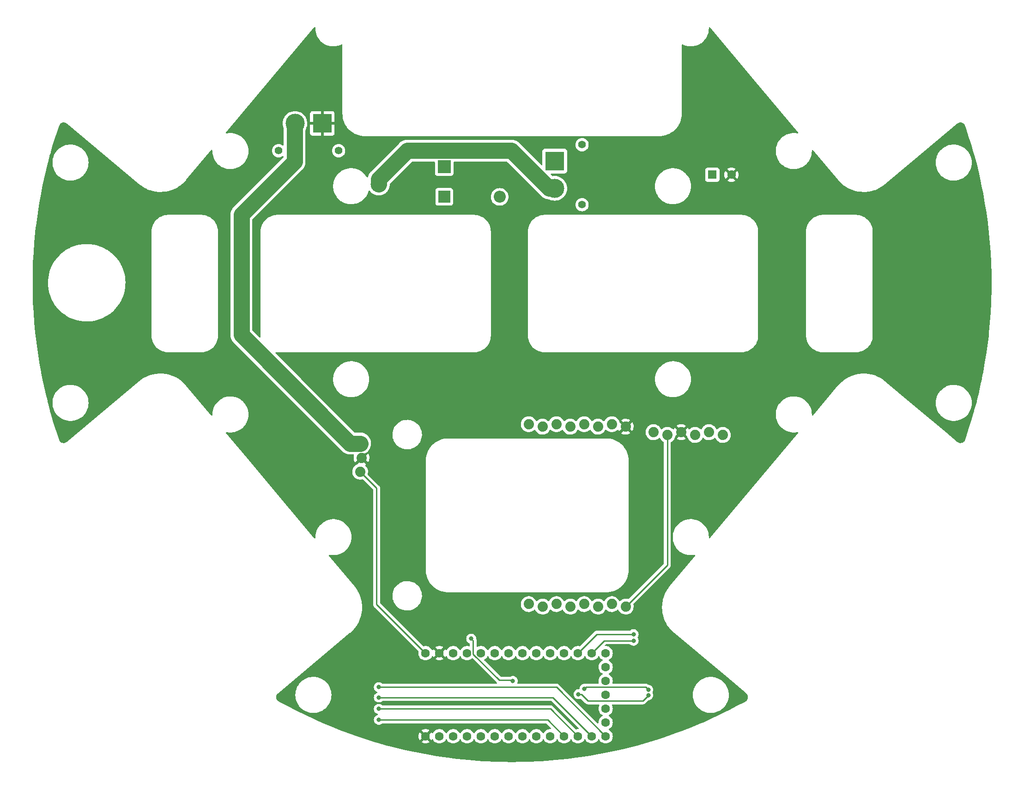
<source format=gbl>
%TF.GenerationSoftware,KiCad,Pcbnew,(6.0.0-0)*%
%TF.CreationDate,2022-03-22T21:17:20+08:00*%
%TF.ProjectId,layer2,6c617965-7232-42e6-9b69-6361645f7063,rev?*%
%TF.SameCoordinates,Original*%
%TF.FileFunction,Copper,L2,Bot*%
%TF.FilePolarity,Positive*%
%FSLAX46Y46*%
G04 Gerber Fmt 4.6, Leading zero omitted, Abs format (unit mm)*
G04 Created by KiCad (PCBNEW (6.0.0-0)) date 2022-03-22 21:17:20*
%MOMM*%
%LPD*%
G01*
G04 APERTURE LIST*
%TA.AperFunction,ComponentPad*%
%ADD10C,1.600000*%
%TD*%
%TA.AperFunction,ComponentPad*%
%ADD11R,2.400000X2.400000*%
%TD*%
%TA.AperFunction,ComponentPad*%
%ADD12O,2.400000X2.400000*%
%TD*%
%TA.AperFunction,ComponentPad*%
%ADD13C,1.879600*%
%TD*%
%TA.AperFunction,ComponentPad*%
%ADD14C,1.400000*%
%TD*%
%TA.AperFunction,ComponentPad*%
%ADD15R,3.500000X3.500000*%
%TD*%
%TA.AperFunction,ComponentPad*%
%ADD16C,3.500000*%
%TD*%
%TA.AperFunction,ComponentPad*%
%ADD17R,2.200000X2.200000*%
%TD*%
%TA.AperFunction,ComponentPad*%
%ADD18O,2.200000X2.200000*%
%TD*%
%TA.AperFunction,ComponentPad*%
%ADD19R,1.600000X1.600000*%
%TD*%
%TA.AperFunction,ViaPad*%
%ADD20C,0.800000*%
%TD*%
%TA.AperFunction,ViaPad*%
%ADD21C,3.000000*%
%TD*%
%TA.AperFunction,Conductor*%
%ADD22C,0.250000*%
%TD*%
%TA.AperFunction,Conductor*%
%ADD23C,3.000000*%
%TD*%
%TA.AperFunction,Conductor*%
%ADD24C,2.000000*%
%TD*%
G04 APERTURE END LIST*
D10*
%TO.P,MU0,0,0*%
%TO.N,/L1RX*%
X112395000Y-184520000D03*
%TO.P,MU0,1,1*%
%TO.N,/L1TX*%
X114935000Y-184520000D03*
%TO.P,MU0,2,2*%
%TO.N,/M1PWM*%
X117475000Y-184520000D03*
%TO.P,MU0,3,3*%
%TO.N,/M2PWM*%
X120015000Y-184520000D03*
%TO.P,MU0,3.3V_1,3.3V_1*%
%TO.N,+3V3*%
X142875000Y-179440000D03*
%TO.P,MU0,3.3V_2,3.3V_2*%
X114935000Y-169280000D03*
%TO.P,MU0,4,4*%
%TO.N,/M3PWM*%
X122555000Y-184520000D03*
%TO.P,MU0,5,5*%
%TO.N,/M4PWM*%
X125095000Y-184520000D03*
%TO.P,MU0,6,6*%
%TO.N,/DRIBBLERPWM*%
X127635000Y-184520000D03*
%TO.P,MU0,7,7*%
%TO.N,/L4RX*%
X130175000Y-184520000D03*
%TO.P,MU0,8,8*%
%TO.N,/L4TX*%
X132715000Y-184520000D03*
%TO.P,MU0,9,9*%
%TO.N,/M1INA*%
X135255000Y-184520000D03*
%TO.P,MU0,10,10*%
%TO.N,/M2INA*%
X137795000Y-184520000D03*
%TO.P,MU0,11,11*%
%TO.N,/M3INA*%
X140335000Y-184520000D03*
%TO.P,MU0,12,12*%
%TO.N,/M4INA*%
X142875000Y-184520000D03*
%TO.P,MU0,13,13*%
%TO.N,unconnected-(MU0-Pad13)*%
X142875000Y-169280000D03*
%TO.P,MU0,14,14*%
%TO.N,/IMUTX*%
X140335000Y-169280000D03*
%TO.P,MU0,15,15*%
%TO.N,/IMURX*%
X137795000Y-169280000D03*
%TO.P,MU0,16,16*%
%TO.N,/BTRX*%
X135255000Y-169280000D03*
%TO.P,MU0,17,17*%
%TO.N,/BTTX*%
X132715000Y-169280000D03*
%TO.P,MU0,18,18*%
%TO.N,unconnected-(MU0-Pad18)*%
X130175000Y-169280000D03*
%TO.P,MU0,19,19*%
%TO.N,unconnected-(MU0-Pad19)*%
X127635000Y-169280000D03*
%TO.P,MU0,20,20*%
%TO.N,/CAMTX*%
X125095000Y-169280000D03*
%TO.P,MU0,21,21*%
%TO.N,/CAMRX*%
X122555000Y-169280000D03*
%TO.P,MU0,22,22*%
%TO.N,unconnected-(MU0-Pad22)*%
X120015000Y-169280000D03*
%TO.P,MU0,23,23*%
%TO.N,unconnected-(MU0-Pad23)*%
X117475000Y-169280000D03*
%TO.P,MU0,G1,G1*%
%TO.N,GND*%
X109855000Y-184520000D03*
%TO.P,MU0,G2,G2*%
X142875000Y-176900000D03*
%TO.P,MU0,G3,G3*%
X112395000Y-169280000D03*
%TO.P,MU0,ONOFF,ON/OFF*%
%TO.N,+3V3*%
X142875000Y-171820000D03*
%TO.P,MU0,PGM,PROGRAM*%
%TO.N,unconnected-(MU0-PadPGM)*%
X142875000Y-174360000D03*
%TO.P,MU0,VBAT,VBAT*%
%TO.N,unconnected-(MU0-PadVBAT)*%
X142875000Y-181980000D03*
%TO.P,MU0,VIN,VIN*%
%TO.N,+5V*%
X109855000Y-169280000D03*
%TD*%
D11*
%TO.P,DRIBBLERD1,1,K*%
%TO.N,Net-(DRIBBLERD1-Pad1)*%
X113284000Y-80028000D03*
D12*
%TO.P,DRIBBLERD1,2,A*%
%TO.N,Net-(DRIBBLERD1-Pad2)*%
X128524000Y-80028000D03*
%TD*%
D13*
%TO.P,BUCKJ1,1,Pin_1*%
%TO.N,+5V*%
X97873000Y-136000000D03*
%TO.P,BUCKJ1,2,Pin_2*%
%TO.N,GND*%
X98127000Y-133460000D03*
%TO.P,BUCKJ1,3,Pin_3*%
%TO.N,+12V*%
X97873000Y-130920000D03*
%TD*%
%TO.P,OPENMVJ1,1,Pin_1*%
%TO.N,/CAMRX*%
X128778000Y-160274000D03*
%TO.P,OPENMVJ1,2,Pin_2*%
%TO.N,/CAMTX*%
X131318000Y-160731200D03*
%TO.P,OPENMVJ1,3,Pin_3*%
%TO.N,unconnected-(OPENMVJ1-Pad3)*%
X133858000Y-160274000D03*
%TO.P,OPENMVJ1,4,Pin_4*%
%TO.N,unconnected-(OPENMVJ1-Pad4)*%
X136398000Y-160731200D03*
%TO.P,OPENMVJ1,5,Pin_5*%
%TO.N,unconnected-(OPENMVJ1-Pad5)*%
X138938000Y-160274000D03*
%TO.P,OPENMVJ1,6,Pin_6*%
%TO.N,unconnected-(OPENMVJ1-Pad6)*%
X141478000Y-160731200D03*
%TO.P,OPENMVJ1,7,Pin_7*%
%TO.N,unconnected-(OPENMVJ1-Pad7)*%
X144018000Y-160274000D03*
%TO.P,OPENMVJ1,8,Pin_8*%
%TO.N,+3V3*%
X146558000Y-160731200D03*
%TD*%
D14*
%TO.P,J1,*%
%TO.N,*%
X82932000Y-77136000D03*
X93932000Y-77136000D03*
D15*
%TO.P,J1,1,Pin_1*%
%TO.N,GND*%
X90932000Y-72136000D03*
D16*
%TO.P,J1,2,Pin_2*%
%TO.N,+12V*%
X85932000Y-72136000D03*
%TD*%
D14*
%TO.P,DRIBBLERJ1,*%
%TO.N,*%
X138550000Y-87034000D03*
X138550000Y-76034000D03*
D15*
%TO.P,DRIBBLERJ1,1,Pin_1*%
%TO.N,+12V*%
X133550000Y-79034000D03*
D16*
%TO.P,DRIBBLERJ1,2,Pin_2*%
%TO.N,Net-(DRIBBLERD1-Pad2)*%
X133550000Y-84034000D03*
%TD*%
D13*
%TO.P,BTJ1,1,Pin_1*%
%TO.N,unconnected-(BTJ1-Pad1)*%
X151650000Y-128746000D03*
%TO.P,BTJ1,2,Pin_2*%
%TO.N,+3V3*%
X154190000Y-129254000D03*
%TO.P,BTJ1,3,Pin_3*%
%TO.N,GND*%
X156730000Y-128746000D03*
%TO.P,BTJ1,4,Pin_4*%
%TO.N,/BTTX*%
X159270000Y-129254000D03*
%TO.P,BTJ1,5,Pin_5*%
%TO.N,/BTRX*%
X161810000Y-128746000D03*
%TO.P,BTJ1,6,Pin_6*%
%TO.N,unconnected-(BTJ1-Pad6)*%
X164350000Y-129254000D03*
%TD*%
D17*
%TO.P,DRIBBLERD2,1,K*%
%TO.N,Net-(DRIBBLERD1-Pad1)*%
X113284000Y-85598000D03*
D18*
%TO.P,DRIBBLERD2,2,A*%
%TO.N,+12V*%
X123444000Y-85598000D03*
%TD*%
D13*
%TO.P,OPENMVJ2,1,Pin_1*%
%TO.N,unconnected-(OPENMVJ2-Pad1)*%
X128778000Y-127279400D03*
%TO.P,OPENMVJ2,2,Pin_2*%
%TO.N,unconnected-(OPENMVJ2-Pad2)*%
X131318000Y-127736600D03*
%TO.P,OPENMVJ2,3,Pin_3*%
%TO.N,unconnected-(OPENMVJ2-Pad3)*%
X133858000Y-127279400D03*
%TO.P,OPENMVJ2,4,Pin_4*%
%TO.N,unconnected-(OPENMVJ2-Pad4)*%
X136398000Y-127736600D03*
%TO.P,OPENMVJ2,5,Pin_5*%
%TO.N,unconnected-(OPENMVJ2-Pad5)*%
X138938000Y-127279400D03*
%TO.P,OPENMVJ2,6,Pin_6*%
%TO.N,unconnected-(OPENMVJ2-Pad6)*%
X141478000Y-127736600D03*
%TO.P,OPENMVJ2,7,Pin_7*%
%TO.N,+5V*%
X144018000Y-127279400D03*
%TO.P,OPENMVJ2,8,Pin_8*%
%TO.N,GND*%
X146558000Y-127736600D03*
%TD*%
D19*
%TO.P,DRIBBLERCP1,1*%
%TO.N,+12V*%
X162431349Y-81534000D03*
D10*
%TO.P,DRIBBLERCP1,2*%
%TO.N,GND*%
X165931349Y-81534000D03*
%TD*%
D20*
%TO.N,/DRIBBLERPWM*%
X118237000Y-166624000D03*
X125857000Y-174371000D03*
%TO.N,/L4RX*%
X150700000Y-177000000D03*
X137900000Y-176800000D03*
%TO.N,/L4TX*%
X150700000Y-176000000D03*
X139000000Y-175800000D03*
%TO.N,/M1INA*%
X101300000Y-181500000D03*
%TO.N,/M2INA*%
X101300000Y-179500000D03*
%TO.N,/M3INA*%
X101300000Y-177400000D03*
%TO.N,/M4INA*%
X101300000Y-175500000D03*
%TO.N,/IMURX*%
X148000000Y-165800000D03*
%TO.N,GND*%
X140200000Y-173400000D03*
X150700000Y-180000000D03*
X145100000Y-174200000D03*
%TO.N,/IMUTX*%
X148000000Y-167000000D03*
D21*
%TO.N,Net-(DRIBBLERD1-Pad2)*%
X101283016Y-83312000D03*
%TD*%
D22*
%TO.N,+3V3*%
X146558000Y-160731200D02*
X154190000Y-153099200D01*
X154190000Y-153099200D02*
X154190000Y-129254000D01*
%TO.N,/DRIBBLERPWM*%
X123388700Y-174244000D02*
X125730000Y-174244000D01*
X118599511Y-169454811D02*
X123388700Y-174244000D01*
X125730000Y-174244000D02*
X125857000Y-174371000D01*
X118599511Y-166986511D02*
X118599511Y-169454811D01*
X118237000Y-166624000D02*
X118599511Y-166986511D01*
%TO.N,/L4RX*%
X149675489Y-178024511D02*
X150700000Y-177000000D01*
X137900000Y-176800000D02*
X138420600Y-176800000D01*
X139645111Y-178024511D02*
X149675489Y-178024511D01*
X138420600Y-176800000D02*
X139645111Y-178024511D01*
%TO.N,/L4TX*%
X150700000Y-176000000D02*
X150214000Y-175514000D01*
X150214000Y-175514000D02*
X139286000Y-175514000D01*
X139286000Y-175514000D02*
X139000000Y-175800000D01*
%TO.N,/M1INA*%
X101300000Y-181500000D02*
X132235000Y-181500000D01*
X132235000Y-181500000D02*
X135255000Y-184520000D01*
%TO.N,/M2INA*%
X132775000Y-179500000D02*
X137795000Y-184520000D01*
X101300000Y-179500000D02*
X132775000Y-179500000D01*
%TO.N,/M3INA*%
X101300000Y-177400000D02*
X133215000Y-177400000D01*
X133215000Y-177400000D02*
X140335000Y-184520000D01*
%TO.N,/M4INA*%
X133855000Y-175500000D02*
X142875000Y-184520000D01*
X101300000Y-175500000D02*
X133855000Y-175500000D01*
%TO.N,/IMURX*%
X148000000Y-165800000D02*
X141275000Y-165800000D01*
X141275000Y-165800000D02*
X137795000Y-169280000D01*
%TO.N,+5V*%
X100900000Y-139027000D02*
X100900000Y-160325000D01*
X100900000Y-160325000D02*
X109855000Y-169280000D01*
X97873000Y-136000000D02*
X100900000Y-139027000D01*
D23*
%TO.N,+12V*%
X76100000Y-88900000D02*
X76100000Y-110878315D01*
X76100000Y-110878315D02*
X96042374Y-130820689D01*
X96042374Y-130820689D02*
X97873000Y-130820689D01*
X85852000Y-72216000D02*
X85852000Y-79148000D01*
D24*
X85932000Y-72136000D02*
X85852000Y-72216000D01*
D23*
X85852000Y-79148000D02*
X76100000Y-88900000D01*
D22*
%TO.N,/IMUTX*%
X142615000Y-167000000D02*
X140335000Y-169280000D01*
X148000000Y-167000000D02*
X142615000Y-167000000D01*
D23*
%TO.N,Net-(DRIBBLERD1-Pad2)*%
X125624489Y-77128489D02*
X128524000Y-80028000D01*
X132530000Y-84034000D02*
X128524000Y-80028000D01*
X101283016Y-82358984D02*
X106513511Y-77128489D01*
X133550000Y-84034000D02*
X132530000Y-84034000D01*
X106513511Y-77128489D02*
X125624489Y-77128489D01*
X101283016Y-83312000D02*
X101283016Y-82358984D01*
%TD*%
%TA.AperFunction,Conductor*%
%TO.N,GND*%
G36*
X161984045Y-54479900D02*
G01*
X162003325Y-54498456D01*
X169714906Y-63688760D01*
X178165258Y-73759498D01*
X178193721Y-73824536D01*
X178182504Y-73894641D01*
X178135165Y-73947552D01*
X178066736Y-73966471D01*
X178041464Y-73963500D01*
X177957889Y-73944972D01*
X177904701Y-73933181D01*
X177750772Y-73916187D01*
X177552797Y-73894330D01*
X177552792Y-73894330D01*
X177549416Y-73893957D01*
X177546017Y-73893951D01*
X177546016Y-73893951D01*
X177377530Y-73893657D01*
X177191972Y-73893333D01*
X177059757Y-73907463D01*
X176839935Y-73930955D01*
X176839929Y-73930956D01*
X176836551Y-73931317D01*
X176833228Y-73932041D01*
X176833225Y-73932042D01*
X176762090Y-73947552D01*
X176487312Y-74007463D01*
X176148339Y-74120882D01*
X176145246Y-74122305D01*
X176145245Y-74122305D01*
X176037113Y-74172040D01*
X175823598Y-74270246D01*
X175820664Y-74272002D01*
X175820662Y-74272003D01*
X175800575Y-74284025D01*
X175516887Y-74453809D01*
X175231795Y-74669422D01*
X175229313Y-74671761D01*
X175229307Y-74671766D01*
X175051510Y-74839314D01*
X174971657Y-74914564D01*
X174969445Y-74917154D01*
X174969443Y-74917156D01*
X174914840Y-74981088D01*
X174739515Y-75186367D01*
X174737596Y-75189179D01*
X174737593Y-75189184D01*
X174644581Y-75325535D01*
X174538086Y-75481651D01*
X174473292Y-75602999D01*
X174373941Y-75789067D01*
X174369725Y-75796962D01*
X174368450Y-75800134D01*
X174368448Y-75800138D01*
X174237851Y-76125011D01*
X174236403Y-76128612D01*
X174235484Y-76131880D01*
X174235482Y-76131887D01*
X174140599Y-76469443D01*
X174139678Y-76472721D01*
X174139116Y-76476078D01*
X174139116Y-76476079D01*
X174086601Y-76789901D01*
X174080683Y-76825263D01*
X174060107Y-77182115D01*
X174060279Y-77185510D01*
X174060279Y-77185511D01*
X174063400Y-77247116D01*
X174078191Y-77539102D01*
X174078728Y-77542457D01*
X174078729Y-77542463D01*
X174089157Y-77607566D01*
X174134724Y-77892047D01*
X174229044Y-78236823D01*
X174360048Y-78569395D01*
X174361631Y-78572410D01*
X174524619Y-78882858D01*
X174524624Y-78882866D01*
X174526203Y-78885874D01*
X174528097Y-78888692D01*
X174528102Y-78888701D01*
X174702596Y-79148375D01*
X174725566Y-79182558D01*
X174955804Y-79455974D01*
X175214225Y-79702927D01*
X175497804Y-79920525D01*
X175532593Y-79941677D01*
X175800311Y-80104452D01*
X175800316Y-80104455D01*
X175803226Y-80106224D01*
X175806314Y-80107670D01*
X175806313Y-80107670D01*
X176123833Y-80256408D01*
X176123843Y-80256412D01*
X176126917Y-80257852D01*
X176130135Y-80258954D01*
X176130138Y-80258955D01*
X176461866Y-80372531D01*
X176461874Y-80372533D01*
X176465089Y-80373634D01*
X176813789Y-80452217D01*
X176889963Y-80460896D01*
X177165553Y-80492296D01*
X177165561Y-80492296D01*
X177168936Y-80492681D01*
X177172340Y-80492699D01*
X177172343Y-80492699D01*
X177365945Y-80493712D01*
X177526375Y-80494552D01*
X177529761Y-80494202D01*
X177529763Y-80494202D01*
X177878534Y-80458161D01*
X177878543Y-80458160D01*
X177881926Y-80457810D01*
X177885259Y-80457096D01*
X177885262Y-80457095D01*
X178057337Y-80420205D01*
X178231429Y-80382883D01*
X178570796Y-80270648D01*
X178896057Y-80122418D01*
X179088163Y-80008354D01*
X179200461Y-79941677D01*
X179200466Y-79941674D01*
X179203406Y-79939928D01*
X179229249Y-79920525D01*
X179486516Y-79727363D01*
X179489249Y-79725311D01*
X179750241Y-79481078D01*
X179983330Y-79210087D01*
X180115732Y-79017441D01*
X180183859Y-78918317D01*
X180183864Y-78918310D01*
X180185789Y-78915508D01*
X180187401Y-78912514D01*
X180187406Y-78912506D01*
X180353627Y-78603798D01*
X180355249Y-78600786D01*
X180489728Y-78269604D01*
X180495485Y-78249396D01*
X180549035Y-78061406D01*
X180587653Y-77925835D01*
X180647879Y-77573501D01*
X180649586Y-77545600D01*
X180669590Y-77218521D01*
X180669700Y-77216723D01*
X180669781Y-77193651D01*
X180664188Y-77090383D01*
X180680477Y-77021281D01*
X180731540Y-76971955D01*
X180801165Y-76958065D01*
X180867246Y-76984023D01*
X180886526Y-77002579D01*
X185453692Y-82445516D01*
X185464312Y-82460200D01*
X185471262Y-82471431D01*
X185473582Y-82474348D01*
X185473583Y-82474349D01*
X185491293Y-82496613D01*
X185507266Y-82516694D01*
X185507353Y-82516780D01*
X185829563Y-82871505D01*
X185831365Y-82873200D01*
X186176909Y-83198256D01*
X186176920Y-83198266D01*
X186178700Y-83199940D01*
X186552529Y-83499970D01*
X186769674Y-83647819D01*
X186909005Y-83742686D01*
X186948746Y-83769745D01*
X187364908Y-84007601D01*
X187798448Y-84212072D01*
X188246695Y-84381897D01*
X188706885Y-84516030D01*
X188709302Y-84516533D01*
X188709303Y-84516533D01*
X189173761Y-84613141D01*
X189173765Y-84613142D01*
X189176180Y-84613644D01*
X189178622Y-84613955D01*
X189178630Y-84613956D01*
X189472013Y-84651279D01*
X189651687Y-84674136D01*
X189654150Y-84674254D01*
X189654158Y-84674255D01*
X190128009Y-84697016D01*
X190128019Y-84697016D01*
X190130474Y-84697134D01*
X190132932Y-84697059D01*
X190132945Y-84697059D01*
X190607116Y-84682571D01*
X190607126Y-84682570D01*
X190609590Y-84682495D01*
X190612041Y-84682227D01*
X190612049Y-84682226D01*
X190944057Y-84645865D01*
X191086080Y-84630311D01*
X191088511Y-84629849D01*
X191088514Y-84629849D01*
X191554590Y-84541362D01*
X191554593Y-84541361D01*
X191557007Y-84540903D01*
X192019468Y-84414822D01*
X192183643Y-84355877D01*
X192468277Y-84253683D01*
X192468285Y-84253680D01*
X192470610Y-84252845D01*
X192856565Y-84078985D01*
X192905408Y-84056983D01*
X192905413Y-84056980D01*
X192907654Y-84055971D01*
X192909803Y-84054792D01*
X192909809Y-84054789D01*
X193325750Y-83826595D01*
X193327903Y-83825414D01*
X193728768Y-83562596D01*
X193753084Y-83543769D01*
X194051083Y-83313033D01*
X194056398Y-83309346D01*
X194056322Y-83309237D01*
X194059368Y-83307095D01*
X194062518Y-83305145D01*
X194107781Y-83269141D01*
X194110389Y-83266511D01*
X194110397Y-83266503D01*
X194139978Y-83236663D01*
X194148470Y-83228847D01*
X198836487Y-79295133D01*
X203378727Y-79295133D01*
X203378899Y-79298528D01*
X203378899Y-79298529D01*
X203392609Y-79569173D01*
X203396811Y-79652120D01*
X203397348Y-79655475D01*
X203397349Y-79655481D01*
X203408534Y-79725311D01*
X203453344Y-80005065D01*
X203547664Y-80349841D01*
X203636911Y-80576406D01*
X203658629Y-80631540D01*
X203678668Y-80682413D01*
X203680251Y-80685428D01*
X203843239Y-80995876D01*
X203843244Y-80995884D01*
X203844823Y-80998892D01*
X203846717Y-81001710D01*
X203846722Y-81001719D01*
X204034175Y-81280678D01*
X204044186Y-81295576D01*
X204274424Y-81568992D01*
X204532845Y-81815945D01*
X204816424Y-82033543D01*
X204851213Y-82054695D01*
X205118931Y-82217470D01*
X205118936Y-82217473D01*
X205121846Y-82219242D01*
X205124934Y-82220688D01*
X205124933Y-82220688D01*
X205442453Y-82369426D01*
X205442463Y-82369430D01*
X205445537Y-82370870D01*
X205448755Y-82371972D01*
X205448758Y-82371973D01*
X205780486Y-82485549D01*
X205780494Y-82485551D01*
X205783709Y-82486652D01*
X206132409Y-82565235D01*
X206172151Y-82569763D01*
X206484173Y-82605314D01*
X206484181Y-82605314D01*
X206487556Y-82605699D01*
X206490960Y-82605717D01*
X206490963Y-82605717D01*
X206684565Y-82606730D01*
X206844995Y-82607570D01*
X206848381Y-82607220D01*
X206848383Y-82607220D01*
X207197154Y-82571179D01*
X207197163Y-82571178D01*
X207200546Y-82570828D01*
X207203879Y-82570114D01*
X207203882Y-82570113D01*
X207375957Y-82533223D01*
X207550049Y-82495901D01*
X207889416Y-82383666D01*
X208214677Y-82235436D01*
X208354826Y-82152222D01*
X208519081Y-82054695D01*
X208519086Y-82054692D01*
X208522026Y-82052946D01*
X208547500Y-82033820D01*
X208805136Y-81840381D01*
X208807869Y-81838329D01*
X209068861Y-81594096D01*
X209301950Y-81323105D01*
X209427739Y-81140081D01*
X209502479Y-81031335D01*
X209502484Y-81031328D01*
X209504409Y-81028526D01*
X209506021Y-81025532D01*
X209506026Y-81025524D01*
X209668189Y-80724352D01*
X209673869Y-80713804D01*
X209808348Y-80382622D01*
X209810909Y-80373634D01*
X209882469Y-80122418D01*
X209906273Y-80038853D01*
X209916341Y-79979955D01*
X209965927Y-79689866D01*
X209965927Y-79689864D01*
X209966499Y-79686519D01*
X209968398Y-79655481D01*
X209988210Y-79331539D01*
X209988320Y-79329741D01*
X209988401Y-79306669D01*
X209969071Y-78949748D01*
X209911306Y-78597002D01*
X209815784Y-78252557D01*
X209683620Y-77920444D01*
X209618460Y-77797378D01*
X209517960Y-77607566D01*
X209517956Y-77607559D01*
X209516361Y-77604547D01*
X209315964Y-77308561D01*
X209084772Y-77035950D01*
X208874838Y-76836730D01*
X208827958Y-76792242D01*
X208827957Y-76792241D01*
X208825491Y-76789901D01*
X208541154Y-76573294D01*
X208538242Y-76571537D01*
X208538237Y-76571534D01*
X208238007Y-76390424D01*
X208238006Y-76390424D01*
X208235086Y-76388662D01*
X208227243Y-76385021D01*
X207913949Y-76239595D01*
X207913947Y-76239594D01*
X207910868Y-76238165D01*
X207907656Y-76237078D01*
X207907649Y-76237075D01*
X207575529Y-76124659D01*
X207575524Y-76124657D01*
X207572293Y-76123564D01*
X207558387Y-76120481D01*
X207488366Y-76104958D01*
X207223321Y-76046199D01*
X207063233Y-76028525D01*
X206871417Y-76007348D01*
X206871412Y-76007348D01*
X206868036Y-76006975D01*
X206864637Y-76006969D01*
X206864636Y-76006969D01*
X206696150Y-76006675D01*
X206510592Y-76006351D01*
X206378377Y-76020481D01*
X206158555Y-76043973D01*
X206158549Y-76043974D01*
X206155171Y-76044335D01*
X206151848Y-76045059D01*
X206151845Y-76045060D01*
X206143223Y-76046940D01*
X205805932Y-76120481D01*
X205466959Y-76233900D01*
X205142218Y-76383264D01*
X205139284Y-76385020D01*
X205139282Y-76385021D01*
X205048331Y-76439454D01*
X204835507Y-76566827D01*
X204550415Y-76782440D01*
X204547933Y-76784779D01*
X204547927Y-76784784D01*
X204316423Y-77002943D01*
X204290277Y-77027582D01*
X204288065Y-77030172D01*
X204288063Y-77030174D01*
X204277827Y-77042159D01*
X204058135Y-77299385D01*
X204056216Y-77302197D01*
X204056213Y-77302202D01*
X204022264Y-77351970D01*
X203856706Y-77594669D01*
X203855105Y-77597668D01*
X203699718Y-77888681D01*
X203688345Y-77909980D01*
X203687070Y-77913152D01*
X203687068Y-77913156D01*
X203578418Y-78183434D01*
X203555023Y-78241630D01*
X203554104Y-78244898D01*
X203554102Y-78244905D01*
X203459219Y-78582461D01*
X203458298Y-78585739D01*
X203457736Y-78589096D01*
X203457736Y-78589097D01*
X203408578Y-78882858D01*
X203399303Y-78938281D01*
X203378727Y-79295133D01*
X198836487Y-79295133D01*
X207293465Y-72198885D01*
X207305370Y-72190036D01*
X207325154Y-72177065D01*
X207325156Y-72177063D01*
X207329990Y-72173894D01*
X207354382Y-72150543D01*
X207370220Y-72137671D01*
X207372656Y-72136000D01*
X207482658Y-72060522D01*
X207503967Y-72048753D01*
X207641136Y-71989483D01*
X207664310Y-71982031D01*
X207810329Y-71950244D01*
X207834500Y-71947388D01*
X207899822Y-71946027D01*
X207983903Y-71944274D01*
X208008179Y-71946121D01*
X208155384Y-71971796D01*
X208178848Y-71978276D01*
X208283833Y-72018535D01*
X208318372Y-72031780D01*
X208340148Y-72042648D01*
X208416121Y-72090248D01*
X208466787Y-72121992D01*
X208486071Y-72136850D01*
X208595077Y-72239056D01*
X208611144Y-72257344D01*
X208698464Y-72378608D01*
X208710715Y-72399646D01*
X208759429Y-72505708D01*
X208763847Y-72517127D01*
X208764620Y-72520650D01*
X208786537Y-72572597D01*
X208789904Y-72581508D01*
X209360497Y-74284082D01*
X209361272Y-74286473D01*
X209615644Y-75101540D01*
X209906845Y-76034614D01*
X209907601Y-76037131D01*
X210194176Y-77027582D01*
X210399605Y-77737577D01*
X210416530Y-77796074D01*
X210417228Y-77798581D01*
X210889046Y-79566610D01*
X210889395Y-79567917D01*
X210890042Y-79570448D01*
X211320599Y-81330460D01*
X211325176Y-81349170D01*
X211325771Y-81351717D01*
X211723720Y-83139199D01*
X211724248Y-83141695D01*
X211895900Y-83996398D01*
X212084808Y-84937022D01*
X212085299Y-84939604D01*
X212408325Y-86742052D01*
X212408762Y-86744644D01*
X212694125Y-88553485D01*
X212694507Y-88556086D01*
X212942064Y-90370426D01*
X212942392Y-90373034D01*
X213055518Y-91354590D01*
X213137456Y-92065535D01*
X213152047Y-92192139D01*
X213152321Y-92194753D01*
X213323984Y-94017881D01*
X213324203Y-94020501D01*
X213457793Y-95846755D01*
X213457958Y-95849378D01*
X213553426Y-97678119D01*
X213553535Y-97680746D01*
X213568451Y-98157234D01*
X213604183Y-99298663D01*
X213610829Y-99510979D01*
X213610883Y-99513571D01*
X213619190Y-100309826D01*
X213629985Y-101344686D01*
X213629985Y-101347314D01*
X213623779Y-101942210D01*
X213613033Y-102972426D01*
X213610884Y-103178393D01*
X213610830Y-103180984D01*
X213582691Y-104079872D01*
X213553535Y-105011254D01*
X213553426Y-105013881D01*
X213457958Y-106842622D01*
X213457793Y-106845245D01*
X213324203Y-108671499D01*
X213323984Y-108674119D01*
X213152321Y-110497247D01*
X213152049Y-110499837D01*
X213091072Y-111028917D01*
X212942392Y-112318966D01*
X212942064Y-112321574D01*
X212694507Y-114135914D01*
X212694125Y-114138515D01*
X212408762Y-115947356D01*
X212408325Y-115949948D01*
X212085299Y-117752396D01*
X212084808Y-117754978D01*
X211970315Y-118325070D01*
X211735946Y-119492060D01*
X211724254Y-119550276D01*
X211723720Y-119552801D01*
X211333466Y-121305718D01*
X211325774Y-121340270D01*
X211325179Y-121342816D01*
X210913651Y-123025046D01*
X210890046Y-123121536D01*
X210889399Y-123124067D01*
X210444169Y-124792466D01*
X210417235Y-124893394D01*
X210416538Y-124895899D01*
X210278956Y-125371406D01*
X209907601Y-126654869D01*
X209906845Y-126657386D01*
X209667779Y-127423410D01*
X209361272Y-128405527D01*
X209360497Y-128407918D01*
X208799893Y-130080684D01*
X208793799Y-130095616D01*
X208783570Y-130116706D01*
X208782039Y-130122272D01*
X208782039Y-130122273D01*
X208774617Y-130149263D01*
X208767627Y-130168443D01*
X208710715Y-130292354D01*
X208698464Y-130313392D01*
X208611144Y-130434656D01*
X208595077Y-130452944D01*
X208486071Y-130555150D01*
X208466787Y-130570008D01*
X208416121Y-130601752D01*
X208340148Y-130649352D01*
X208318372Y-130660220D01*
X208283833Y-130673465D01*
X208178848Y-130713724D01*
X208155384Y-130720204D01*
X208008179Y-130745879D01*
X207983903Y-130747726D01*
X207895289Y-130745879D01*
X207834500Y-130744612D01*
X207810329Y-130741756D01*
X207664310Y-130709969D01*
X207641136Y-130702517D01*
X207578626Y-130675507D01*
X207503963Y-130643246D01*
X207482660Y-130631480D01*
X207386411Y-130565439D01*
X207376763Y-130557906D01*
X207374295Y-130555282D01*
X207324187Y-130518542D01*
X207317703Y-130513453D01*
X207307116Y-130504569D01*
X205336805Y-128851282D01*
X198808991Y-123373795D01*
X203378727Y-123373795D01*
X203378899Y-123377190D01*
X203378899Y-123377191D01*
X203380389Y-123406597D01*
X203396811Y-123730782D01*
X203397348Y-123734137D01*
X203397349Y-123734143D01*
X203407777Y-123799246D01*
X203453344Y-124083727D01*
X203547664Y-124428503D01*
X203678668Y-124761075D01*
X203680251Y-124764090D01*
X203843239Y-125074538D01*
X203843244Y-125074546D01*
X203844823Y-125077554D01*
X203846717Y-125080372D01*
X203846722Y-125080381D01*
X204036142Y-125362267D01*
X204044186Y-125374238D01*
X204274424Y-125647654D01*
X204532845Y-125894607D01*
X204816424Y-126112205D01*
X204851213Y-126133357D01*
X205118931Y-126296132D01*
X205118936Y-126296135D01*
X205121846Y-126297904D01*
X205124934Y-126299350D01*
X205124933Y-126299350D01*
X205442453Y-126448088D01*
X205442463Y-126448092D01*
X205445537Y-126449532D01*
X205448755Y-126450634D01*
X205448758Y-126450635D01*
X205780486Y-126564211D01*
X205780494Y-126564213D01*
X205783709Y-126565314D01*
X206132409Y-126643897D01*
X206213982Y-126653191D01*
X206484173Y-126683976D01*
X206484181Y-126683976D01*
X206487556Y-126684361D01*
X206490960Y-126684379D01*
X206490963Y-126684379D01*
X206684565Y-126685392D01*
X206844995Y-126686232D01*
X206848381Y-126685882D01*
X206848383Y-126685882D01*
X207197154Y-126649841D01*
X207197163Y-126649840D01*
X207200546Y-126649490D01*
X207203879Y-126648776D01*
X207203882Y-126648775D01*
X207375957Y-126611885D01*
X207550049Y-126574563D01*
X207889416Y-126462328D01*
X208214677Y-126314098D01*
X208361062Y-126227181D01*
X208519081Y-126133357D01*
X208519086Y-126133354D01*
X208522026Y-126131608D01*
X208547869Y-126112205D01*
X208805136Y-125919043D01*
X208807869Y-125916991D01*
X209068861Y-125672758D01*
X209301950Y-125401767D01*
X209408235Y-125247122D01*
X209502479Y-125109997D01*
X209502484Y-125109990D01*
X209504409Y-125107188D01*
X209506021Y-125104194D01*
X209506026Y-125104186D01*
X209672247Y-124795478D01*
X209673869Y-124792466D01*
X209808348Y-124461284D01*
X209814105Y-124441076D01*
X209905339Y-124120793D01*
X209906273Y-124117515D01*
X209912624Y-124080361D01*
X209965927Y-123768528D01*
X209965927Y-123768526D01*
X209966499Y-123765181D01*
X209968398Y-123734143D01*
X209988210Y-123410201D01*
X209988320Y-123408403D01*
X209988401Y-123385331D01*
X209969071Y-123028410D01*
X209911306Y-122675664D01*
X209815784Y-122331219D01*
X209683620Y-121999106D01*
X209564776Y-121774648D01*
X209517960Y-121686228D01*
X209517956Y-121686221D01*
X209516361Y-121683209D01*
X209315964Y-121387223D01*
X209084772Y-121114612D01*
X208825491Y-120868563D01*
X208541154Y-120651956D01*
X208538242Y-120650199D01*
X208538237Y-120650196D01*
X208238007Y-120469086D01*
X208238006Y-120469086D01*
X208235086Y-120467324D01*
X208227243Y-120463683D01*
X207913949Y-120318257D01*
X207913947Y-120318256D01*
X207910868Y-120316827D01*
X207907656Y-120315740D01*
X207907649Y-120315737D01*
X207575529Y-120203321D01*
X207575524Y-120203319D01*
X207572293Y-120202226D01*
X207558387Y-120199143D01*
X207450476Y-120175220D01*
X207223321Y-120124861D01*
X207097788Y-120111002D01*
X206871417Y-120086010D01*
X206871412Y-120086010D01*
X206868036Y-120085637D01*
X206864637Y-120085631D01*
X206864636Y-120085631D01*
X206696150Y-120085337D01*
X206510592Y-120085013D01*
X206378377Y-120099143D01*
X206158555Y-120122635D01*
X206158549Y-120122636D01*
X206155171Y-120122997D01*
X206151848Y-120123721D01*
X206151845Y-120123722D01*
X206037449Y-120148665D01*
X205805932Y-120199143D01*
X205466959Y-120312562D01*
X205463866Y-120313985D01*
X205463865Y-120313985D01*
X205287289Y-120395201D01*
X205142218Y-120461926D01*
X205139284Y-120463682D01*
X205139282Y-120463683D01*
X205048331Y-120518116D01*
X204835507Y-120645489D01*
X204550415Y-120861102D01*
X204547933Y-120863441D01*
X204547927Y-120863446D01*
X204292762Y-121103902D01*
X204290277Y-121106244D01*
X204288065Y-121108834D01*
X204288063Y-121108836D01*
X204266849Y-121133675D01*
X204058135Y-121378047D01*
X204056216Y-121380859D01*
X204056213Y-121380864D01*
X204049951Y-121390044D01*
X203856706Y-121673331D01*
X203855105Y-121676330D01*
X203695754Y-121974767D01*
X203688345Y-121988642D01*
X203687070Y-121991814D01*
X203687068Y-121991818D01*
X203558292Y-122312161D01*
X203555023Y-122320292D01*
X203554104Y-122323560D01*
X203554102Y-122323567D01*
X203459219Y-122661123D01*
X203458298Y-122664401D01*
X203457736Y-122667758D01*
X203457736Y-122667759D01*
X203405221Y-122981581D01*
X203399303Y-123016943D01*
X203378727Y-123373795D01*
X198808991Y-123373795D01*
X194172900Y-119483652D01*
X194159890Y-119471034D01*
X194151097Y-119461182D01*
X194148312Y-119458718D01*
X194148308Y-119458714D01*
X194110574Y-119425330D01*
X194110573Y-119425330D01*
X194107781Y-119422859D01*
X194107680Y-119422789D01*
X194106499Y-119421875D01*
X194106498Y-119421873D01*
X193730734Y-119130926D01*
X193730730Y-119130923D01*
X193728768Y-119129404D01*
X193327903Y-118866586D01*
X193004351Y-118689079D01*
X192909809Y-118637211D01*
X192909803Y-118637208D01*
X192907654Y-118636029D01*
X192905413Y-118635020D01*
X192905408Y-118635017D01*
X192563460Y-118480981D01*
X192470610Y-118439155D01*
X192468285Y-118438320D01*
X192468277Y-118438317D01*
X192021799Y-118278015D01*
X192019468Y-118277178D01*
X191557007Y-118151097D01*
X191554593Y-118150639D01*
X191554590Y-118150638D01*
X191088514Y-118062151D01*
X191088511Y-118062151D01*
X191086080Y-118061689D01*
X190908261Y-118042215D01*
X190612049Y-118009774D01*
X190612041Y-118009773D01*
X190609590Y-118009505D01*
X190607126Y-118009430D01*
X190607116Y-118009429D01*
X190132945Y-117994941D01*
X190132932Y-117994941D01*
X190130474Y-117994866D01*
X190128019Y-117994984D01*
X190128009Y-117994984D01*
X189654158Y-118017745D01*
X189654150Y-118017746D01*
X189651687Y-118017864D01*
X189472013Y-118040721D01*
X189178630Y-118078044D01*
X189178622Y-118078045D01*
X189176180Y-118078356D01*
X189173765Y-118078858D01*
X189173761Y-118078859D01*
X188709303Y-118175467D01*
X188706885Y-118175970D01*
X188246695Y-118310103D01*
X187798448Y-118479928D01*
X187469613Y-118635017D01*
X187372075Y-118681019D01*
X187364908Y-118684399D01*
X186948746Y-118922255D01*
X186552529Y-119192030D01*
X186178700Y-119492060D01*
X186176920Y-119493734D01*
X186176909Y-119493744D01*
X186115429Y-119551579D01*
X185829563Y-119820495D01*
X185555737Y-120121953D01*
X185555479Y-120122237D01*
X185550883Y-120126793D01*
X185550978Y-120126887D01*
X185548361Y-120129516D01*
X185545589Y-120131990D01*
X185507266Y-120175306D01*
X185481185Y-120212901D01*
X185474200Y-120222044D01*
X180919598Y-125650008D01*
X180887184Y-125688638D01*
X180828074Y-125727965D01*
X180757086Y-125729091D01*
X180696759Y-125691660D01*
X180666245Y-125627555D01*
X180664897Y-125599955D01*
X180669590Y-125523219D01*
X180669700Y-125521421D01*
X180669781Y-125498349D01*
X180650451Y-125141428D01*
X180610035Y-124894622D01*
X180593235Y-124792033D01*
X180593234Y-124792029D01*
X180592686Y-124788682D01*
X180497164Y-124444237D01*
X180365000Y-124112124D01*
X180247226Y-123889688D01*
X180199340Y-123799246D01*
X180199336Y-123799239D01*
X180197741Y-123796227D01*
X179997344Y-123500241D01*
X179766152Y-123227630D01*
X179556218Y-123028410D01*
X179509338Y-122983922D01*
X179509337Y-122983921D01*
X179506871Y-122981581D01*
X179222534Y-122764974D01*
X179219622Y-122763217D01*
X179219617Y-122763214D01*
X178919387Y-122582104D01*
X178919386Y-122582104D01*
X178916466Y-122580342D01*
X178908623Y-122576701D01*
X178595329Y-122431275D01*
X178595327Y-122431274D01*
X178592248Y-122429845D01*
X178589036Y-122428758D01*
X178589029Y-122428755D01*
X178256909Y-122316339D01*
X178256904Y-122316337D01*
X178253673Y-122315244D01*
X178239767Y-122312161D01*
X178169746Y-122296638D01*
X177904701Y-122237879D01*
X177779168Y-122224020D01*
X177552797Y-122199028D01*
X177552792Y-122199028D01*
X177549416Y-122198655D01*
X177546017Y-122198649D01*
X177546016Y-122198649D01*
X177377530Y-122198355D01*
X177191972Y-122198031D01*
X177059757Y-122212161D01*
X176839935Y-122235653D01*
X176839929Y-122235654D01*
X176836551Y-122236015D01*
X176833228Y-122236739D01*
X176833225Y-122236740D01*
X176824603Y-122238620D01*
X176487312Y-122312161D01*
X176148339Y-122425580D01*
X175823598Y-122574944D01*
X175820664Y-122576700D01*
X175820662Y-122576701D01*
X175729711Y-122631134D01*
X175516887Y-122758507D01*
X175231795Y-122974120D01*
X175229313Y-122976459D01*
X175229307Y-122976464D01*
X175075361Y-123121536D01*
X174971657Y-123219262D01*
X174969445Y-123221852D01*
X174969443Y-123221854D01*
X174910949Y-123290342D01*
X174739515Y-123491065D01*
X174737596Y-123493877D01*
X174737593Y-123493882D01*
X174731331Y-123503062D01*
X174538086Y-123786349D01*
X174536485Y-123789348D01*
X174381098Y-124080361D01*
X174369725Y-124101660D01*
X174368450Y-124104832D01*
X174368448Y-124104836D01*
X174362034Y-124120793D01*
X174236403Y-124433310D01*
X174235484Y-124436578D01*
X174235482Y-124436585D01*
X174140599Y-124774141D01*
X174139678Y-124777419D01*
X174139116Y-124780776D01*
X174139116Y-124780777D01*
X174089958Y-125074538D01*
X174080683Y-125129961D01*
X174060107Y-125486813D01*
X174060279Y-125490208D01*
X174060279Y-125490209D01*
X174077479Y-125829739D01*
X174078191Y-125843800D01*
X174078728Y-125847155D01*
X174078729Y-125847161D01*
X174117547Y-126089503D01*
X174134724Y-126196745D01*
X174229044Y-126541521D01*
X174360048Y-126874093D01*
X174361631Y-126877108D01*
X174524619Y-127187556D01*
X174524624Y-127187564D01*
X174526203Y-127190572D01*
X174528097Y-127193390D01*
X174528102Y-127193399D01*
X174682663Y-127423410D01*
X174725566Y-127487256D01*
X174955804Y-127760672D01*
X175214225Y-128007625D01*
X175497804Y-128225223D01*
X175565599Y-128266443D01*
X175800311Y-128409150D01*
X175800316Y-128409153D01*
X175803226Y-128410922D01*
X175806314Y-128412368D01*
X175806313Y-128412368D01*
X176123833Y-128561106D01*
X176123843Y-128561110D01*
X176126917Y-128562550D01*
X176130135Y-128563652D01*
X176130138Y-128563653D01*
X176461866Y-128677229D01*
X176461874Y-128677231D01*
X176465089Y-128678332D01*
X176813789Y-128756915D01*
X176856603Y-128761793D01*
X177165553Y-128796994D01*
X177165561Y-128796994D01*
X177168936Y-128797379D01*
X177172340Y-128797397D01*
X177172343Y-128797397D01*
X177365945Y-128798410D01*
X177526375Y-128799250D01*
X177529761Y-128798900D01*
X177529763Y-128798900D01*
X177878534Y-128762859D01*
X177878543Y-128762858D01*
X177881926Y-128762508D01*
X177885259Y-128761794D01*
X177885262Y-128761793D01*
X178028114Y-128731168D01*
X178042518Y-128728080D01*
X178113318Y-128733359D01*
X178170025Y-128776076D01*
X178194635Y-128842671D01*
X178179335Y-128911999D01*
X178165453Y-128932270D01*
X162173333Y-147990936D01*
X162003983Y-148192760D01*
X161944873Y-148232087D01*
X161873885Y-148233213D01*
X161813558Y-148195782D01*
X161783044Y-148131677D01*
X161781696Y-148104077D01*
X161786389Y-148027342D01*
X161786499Y-148025544D01*
X161786580Y-148002472D01*
X161767250Y-147645551D01*
X161709485Y-147292805D01*
X161613963Y-146948360D01*
X161481799Y-146616247D01*
X161451834Y-146559653D01*
X161316139Y-146303369D01*
X161316135Y-146303362D01*
X161314540Y-146300350D01*
X161114143Y-146004364D01*
X160882951Y-145731753D01*
X160623670Y-145485704D01*
X160339333Y-145269097D01*
X160336421Y-145267340D01*
X160336416Y-145267337D01*
X160036186Y-145086227D01*
X160036185Y-145086227D01*
X160033265Y-145084465D01*
X160025422Y-145080824D01*
X159712128Y-144935398D01*
X159712126Y-144935397D01*
X159709047Y-144933968D01*
X159705835Y-144932881D01*
X159705828Y-144932878D01*
X159373708Y-144820462D01*
X159373703Y-144820460D01*
X159370472Y-144819367D01*
X159356566Y-144816284D01*
X159286545Y-144800761D01*
X159021500Y-144742002D01*
X158895967Y-144728143D01*
X158669596Y-144703151D01*
X158669591Y-144703151D01*
X158666215Y-144702778D01*
X158662816Y-144702772D01*
X158662815Y-144702772D01*
X158494329Y-144702478D01*
X158308771Y-144702154D01*
X158176556Y-144716284D01*
X157956734Y-144739776D01*
X157956728Y-144739777D01*
X157953350Y-144740138D01*
X157950027Y-144740862D01*
X157950024Y-144740863D01*
X157941402Y-144742743D01*
X157604111Y-144816284D01*
X157265138Y-144929703D01*
X156940397Y-145079067D01*
X156937463Y-145080823D01*
X156937461Y-145080824D01*
X156846510Y-145135257D01*
X156633686Y-145262630D01*
X156348594Y-145478243D01*
X156346112Y-145480582D01*
X156346106Y-145480587D01*
X156338192Y-145488045D01*
X156088456Y-145723385D01*
X156086244Y-145725975D01*
X156086242Y-145725977D01*
X156027748Y-145794465D01*
X155856314Y-145995188D01*
X155854395Y-145998000D01*
X155854392Y-145998005D01*
X155848130Y-146007185D01*
X155654885Y-146290472D01*
X155486524Y-146605783D01*
X155485249Y-146608955D01*
X155485247Y-146608959D01*
X155481046Y-146619411D01*
X155353202Y-146937433D01*
X155352283Y-146940701D01*
X155352281Y-146940708D01*
X155349210Y-146951635D01*
X155256477Y-147281542D01*
X155197482Y-147634084D01*
X155176906Y-147990936D01*
X155177078Y-147994331D01*
X155177078Y-147994332D01*
X155184036Y-148131677D01*
X155194990Y-148347923D01*
X155251523Y-148700868D01*
X155345843Y-149045644D01*
X155476847Y-149378216D01*
X155478430Y-149381231D01*
X155641418Y-149691679D01*
X155641423Y-149691687D01*
X155643002Y-149694695D01*
X155644896Y-149697513D01*
X155644901Y-149697522D01*
X155834321Y-149979408D01*
X155842365Y-149991379D01*
X156072603Y-150264795D01*
X156331024Y-150511748D01*
X156614603Y-150729346D01*
X156649392Y-150750498D01*
X156917110Y-150913273D01*
X156917115Y-150913276D01*
X156920025Y-150915045D01*
X156923113Y-150916491D01*
X156923112Y-150916491D01*
X157240632Y-151065229D01*
X157240642Y-151065233D01*
X157243716Y-151066673D01*
X157246934Y-151067775D01*
X157246937Y-151067776D01*
X157578665Y-151181352D01*
X157578673Y-151181354D01*
X157581888Y-151182455D01*
X157930588Y-151261038D01*
X157973402Y-151265916D01*
X158282352Y-151301117D01*
X158282360Y-151301117D01*
X158285735Y-151301502D01*
X158289139Y-151301520D01*
X158289142Y-151301520D01*
X158482744Y-151302533D01*
X158643174Y-151303373D01*
X158646560Y-151303023D01*
X158646562Y-151303023D01*
X158995333Y-151266982D01*
X158995342Y-151266981D01*
X158998725Y-151266631D01*
X159002058Y-151265917D01*
X159002061Y-151265916D01*
X159159317Y-151232203D01*
X159230117Y-151237482D01*
X159286824Y-151280199D01*
X159311434Y-151346794D01*
X159296134Y-151416122D01*
X159282252Y-151436393D01*
X157517015Y-153540121D01*
X154714254Y-156880321D01*
X154701639Y-156893328D01*
X154691784Y-156902124D01*
X154689320Y-156904909D01*
X154689316Y-156904913D01*
X154655932Y-156942647D01*
X154653461Y-156945440D01*
X154653391Y-156945541D01*
X154652477Y-156946722D01*
X154652475Y-156946723D01*
X154361528Y-157322487D01*
X154360006Y-157324453D01*
X154358650Y-157326521D01*
X154358643Y-157326531D01*
X154242580Y-157503556D01*
X154097187Y-157725317D01*
X154041282Y-157827219D01*
X153881466Y-158118525D01*
X153866630Y-158145567D01*
X153865621Y-158147808D01*
X153865618Y-158147813D01*
X153713506Y-158485489D01*
X153669756Y-158582610D01*
X153668913Y-158584958D01*
X153536324Y-158954252D01*
X153507780Y-159033753D01*
X153466778Y-159184147D01*
X153382346Y-159493835D01*
X153382343Y-159493849D01*
X153381698Y-159496214D01*
X153381240Y-159498628D01*
X153381239Y-159498631D01*
X153314332Y-159851041D01*
X153292290Y-159967141D01*
X153281428Y-160066318D01*
X153242159Y-160424889D01*
X153240106Y-160443631D01*
X153240031Y-160446095D01*
X153240030Y-160446105D01*
X153228633Y-160819134D01*
X153225467Y-160922747D01*
X153225585Y-160925202D01*
X153225585Y-160925212D01*
X153248180Y-161395599D01*
X153248465Y-161401534D01*
X153254566Y-161449493D01*
X153304779Y-161844196D01*
X153308957Y-161877041D01*
X153309459Y-161879456D01*
X153309460Y-161879460D01*
X153370561Y-162173211D01*
X153406571Y-162346336D01*
X153540704Y-162806526D01*
X153710530Y-163254773D01*
X153915001Y-163688314D01*
X154152857Y-164104476D01*
X154422632Y-164500693D01*
X154722662Y-164874522D01*
X154724336Y-164876302D01*
X154724346Y-164876313D01*
X154846529Y-165006197D01*
X155051097Y-165223659D01*
X155052918Y-165225313D01*
X155052923Y-165225318D01*
X155352840Y-165497742D01*
X155357394Y-165502335D01*
X155357488Y-165502241D01*
X155360115Y-165504857D01*
X155362592Y-165507632D01*
X155365377Y-165510096D01*
X155365381Y-165510100D01*
X155401298Y-165541877D01*
X155405908Y-165545955D01*
X155408957Y-165548070D01*
X155408958Y-165548071D01*
X155413441Y-165551181D01*
X155443485Y-165572023D01*
X155452639Y-165579016D01*
X165182443Y-173743290D01*
X168597646Y-176608986D01*
X168608428Y-176619173D01*
X168623062Y-176634729D01*
X168628605Y-176640621D01*
X168633256Y-176644031D01*
X168633258Y-176644033D01*
X168641184Y-176649844D01*
X168655836Y-176660588D01*
X168671264Y-176673951D01*
X168766763Y-176771279D01*
X168782052Y-176790217D01*
X168861902Y-176911460D01*
X168864247Y-176915020D01*
X168875610Y-176936550D01*
X168932267Y-177074823D01*
X168939278Y-177098135D01*
X168946239Y-177133312D01*
X168965849Y-177232400D01*
X168968287Y-177244722D01*
X168970684Y-177268947D01*
X168970747Y-177302852D01*
X168970962Y-177418381D01*
X168968655Y-177442616D01*
X168940594Y-177587237D01*
X168940192Y-177589307D01*
X168933268Y-177612646D01*
X168877123Y-177751132D01*
X168865842Y-177772700D01*
X168853810Y-177791118D01*
X168784114Y-177897805D01*
X168768892Y-177916804D01*
X168664637Y-178023849D01*
X168646048Y-178039566D01*
X168596328Y-178073955D01*
X168550044Y-178105967D01*
X168539571Y-178112296D01*
X168536239Y-178113668D01*
X168531394Y-178116799D01*
X168531389Y-178116802D01*
X168488802Y-178144327D01*
X168480613Y-178149191D01*
X166944151Y-178984916D01*
X166941888Y-178986117D01*
X165357082Y-179806830D01*
X165354795Y-179807985D01*
X164960779Y-180001976D01*
X163753589Y-180596327D01*
X163751325Y-180597413D01*
X162187484Y-181328238D01*
X162134438Y-181353028D01*
X162132120Y-181354083D01*
X160950509Y-181877279D01*
X160500234Y-182076653D01*
X160497881Y-182077667D01*
X158851589Y-182766930D01*
X158849216Y-182767895D01*
X158706411Y-182824300D01*
X157189307Y-183423522D01*
X157186949Y-183424426D01*
X156180461Y-183798493D01*
X155513997Y-184046188D01*
X155511587Y-184047056D01*
X153826371Y-184634663D01*
X153823943Y-184635482D01*
X152127115Y-185188709D01*
X152124671Y-185189478D01*
X150417005Y-185708072D01*
X150414546Y-185708792D01*
X148696609Y-186192581D01*
X148694137Y-186193250D01*
X147999798Y-186373630D01*
X146966739Y-186642005D01*
X146964307Y-186642610D01*
X145228116Y-187056158D01*
X145225650Y-187056718D01*
X143481443Y-187434872D01*
X143479006Y-187435375D01*
X141727395Y-187778002D01*
X141724898Y-187778464D01*
X139966756Y-188085393D01*
X139964264Y-188085802D01*
X139473822Y-188161180D01*
X138200216Y-188356926D01*
X138197680Y-188357289D01*
X136873064Y-188533387D01*
X136428543Y-188592483D01*
X136426032Y-188592791D01*
X135750839Y-188668617D01*
X134652435Y-188791970D01*
X134649886Y-188792230D01*
X133745353Y-188875227D01*
X132872603Y-188955308D01*
X132870099Y-188955512D01*
X131089830Y-189082423D01*
X131087364Y-189082573D01*
X130046431Y-189135533D01*
X129304906Y-189173260D01*
X129302346Y-189173364D01*
X127518463Y-189227790D01*
X127515902Y-189227842D01*
X126902088Y-189234082D01*
X125798419Y-189245303D01*
X125782335Y-189244437D01*
X125758918Y-189241666D01*
X125702522Y-189245362D01*
X125693026Y-189245625D01*
X124145636Y-189229892D01*
X123944098Y-189227843D01*
X123941537Y-189227791D01*
X122157654Y-189173365D01*
X122155094Y-189173261D01*
X121413569Y-189135534D01*
X120372636Y-189082574D01*
X120370170Y-189082424D01*
X118589901Y-188955513D01*
X118587397Y-188955309D01*
X117714647Y-188875228D01*
X116810114Y-188792231D01*
X116807565Y-188791971D01*
X115709161Y-188668618D01*
X115033968Y-188592792D01*
X115031457Y-188592484D01*
X114586936Y-188533388D01*
X113262320Y-188357290D01*
X113259784Y-188356927D01*
X111986178Y-188161181D01*
X111495736Y-188085803D01*
X111493244Y-188085394D01*
X109735101Y-187778465D01*
X109732604Y-187778003D01*
X107980994Y-187435376D01*
X107978557Y-187434873D01*
X106234350Y-187056719D01*
X106231884Y-187056159D01*
X104495692Y-186642611D01*
X104493260Y-186642006D01*
X103460201Y-186373631D01*
X102765862Y-186193251D01*
X102763390Y-186192582D01*
X101045454Y-185708793D01*
X101042995Y-185708073D01*
X100707085Y-185606062D01*
X109133493Y-185606062D01*
X109142789Y-185618077D01*
X109193994Y-185653931D01*
X109203489Y-185659414D01*
X109400947Y-185751490D01*
X109411239Y-185755236D01*
X109621688Y-185811625D01*
X109632481Y-185813528D01*
X109849525Y-185832517D01*
X109860475Y-185832517D01*
X110077519Y-185813528D01*
X110088312Y-185811625D01*
X110298761Y-185755236D01*
X110309053Y-185751490D01*
X110506511Y-185659414D01*
X110516006Y-185653931D01*
X110568048Y-185617491D01*
X110576424Y-185607012D01*
X110569356Y-185593566D01*
X109867812Y-184892022D01*
X109853868Y-184884408D01*
X109852035Y-184884539D01*
X109845420Y-184888790D01*
X109139923Y-185594287D01*
X109133493Y-185606062D01*
X100707085Y-185606062D01*
X99335328Y-185189479D01*
X99332884Y-185188710D01*
X97636057Y-184635483D01*
X97633629Y-184634664D01*
X97320483Y-184525475D01*
X108542483Y-184525475D01*
X108561472Y-184742519D01*
X108563375Y-184753312D01*
X108619764Y-184963761D01*
X108623510Y-184974053D01*
X108715586Y-185171511D01*
X108721069Y-185181006D01*
X108757509Y-185233048D01*
X108767988Y-185241424D01*
X108781434Y-185234356D01*
X109482978Y-184532812D01*
X109490592Y-184518868D01*
X109490461Y-184517035D01*
X109486210Y-184510420D01*
X108780713Y-183804923D01*
X108768938Y-183798493D01*
X108756923Y-183807789D01*
X108721069Y-183858994D01*
X108715586Y-183868489D01*
X108623510Y-184065947D01*
X108619764Y-184076239D01*
X108563375Y-184286688D01*
X108561472Y-184297481D01*
X108542483Y-184514525D01*
X108542483Y-184525475D01*
X97320483Y-184525475D01*
X95948413Y-184047057D01*
X95946003Y-184046189D01*
X95440764Y-183858414D01*
X94296086Y-183432988D01*
X109133576Y-183432988D01*
X109140644Y-183446434D01*
X109842188Y-184147978D01*
X109856132Y-184155592D01*
X109857965Y-184155461D01*
X109864580Y-184151210D01*
X110570077Y-183445713D01*
X110576507Y-183433938D01*
X110567211Y-183421923D01*
X110516006Y-183386069D01*
X110506511Y-183380586D01*
X110309053Y-183288510D01*
X110298761Y-183284764D01*
X110088312Y-183228375D01*
X110077519Y-183226472D01*
X109860475Y-183207483D01*
X109849525Y-183207483D01*
X109632481Y-183226472D01*
X109621688Y-183228375D01*
X109411239Y-183284764D01*
X109400947Y-183288510D01*
X109203489Y-183380586D01*
X109193994Y-183386069D01*
X109141952Y-183422509D01*
X109133576Y-183432988D01*
X94296086Y-183432988D01*
X94273051Y-183424427D01*
X94270722Y-183423534D01*
X92610783Y-182767896D01*
X92608410Y-182766931D01*
X90962118Y-182077668D01*
X90959802Y-182076670D01*
X89657423Y-181500000D01*
X100386496Y-181500000D01*
X100406458Y-181689928D01*
X100465473Y-181871556D01*
X100560960Y-182036944D01*
X100565378Y-182041851D01*
X100565379Y-182041852D01*
X100633966Y-182118026D01*
X100688747Y-182178866D01*
X100843248Y-182291118D01*
X100849276Y-182293802D01*
X100849278Y-182293803D01*
X101011681Y-182366109D01*
X101017712Y-182368794D01*
X101111112Y-182388647D01*
X101198056Y-182407128D01*
X101198061Y-182407128D01*
X101204513Y-182408500D01*
X101395487Y-182408500D01*
X101401939Y-182407128D01*
X101401944Y-182407128D01*
X101488888Y-182388647D01*
X101582288Y-182368794D01*
X101588319Y-182366109D01*
X101750722Y-182293803D01*
X101750724Y-182293802D01*
X101756752Y-182291118D01*
X101863719Y-182213402D01*
X101889671Y-182194546D01*
X101911253Y-182178866D01*
X101915668Y-182173963D01*
X101920580Y-182169540D01*
X101921705Y-182170789D01*
X101975014Y-182137949D01*
X102008200Y-182133500D01*
X131920406Y-182133500D01*
X131988527Y-182153502D01*
X132009501Y-182170405D01*
X132832507Y-182993411D01*
X132866533Y-183055723D01*
X132861468Y-183126538D01*
X132818921Y-183183374D01*
X132752401Y-183208185D01*
X132732430Y-183208026D01*
X132720486Y-183206981D01*
X132720475Y-183206981D01*
X132715000Y-183206502D01*
X132486913Y-183226457D01*
X132481600Y-183227881D01*
X132481598Y-183227881D01*
X132271067Y-183284293D01*
X132271065Y-183284294D01*
X132265757Y-183285716D01*
X132260776Y-183288039D01*
X132260775Y-183288039D01*
X132063238Y-183380151D01*
X132063233Y-183380154D01*
X132058251Y-183382477D01*
X131986114Y-183432988D01*
X131875211Y-183510643D01*
X131875208Y-183510645D01*
X131870700Y-183513802D01*
X131708802Y-183675700D01*
X131577477Y-183863251D01*
X131575154Y-183868233D01*
X131575151Y-183868238D01*
X131559195Y-183902457D01*
X131512278Y-183955742D01*
X131444001Y-183975203D01*
X131376041Y-183954661D01*
X131330805Y-183902457D01*
X131314849Y-183868238D01*
X131314846Y-183868233D01*
X131312523Y-183863251D01*
X131181198Y-183675700D01*
X131019300Y-183513802D01*
X131014792Y-183510645D01*
X131014789Y-183510643D01*
X130903886Y-183432988D01*
X130831749Y-183382477D01*
X130826767Y-183380154D01*
X130826762Y-183380151D01*
X130629225Y-183288039D01*
X130629224Y-183288039D01*
X130624243Y-183285716D01*
X130618935Y-183284294D01*
X130618933Y-183284293D01*
X130408402Y-183227881D01*
X130408400Y-183227881D01*
X130403087Y-183226457D01*
X130175000Y-183206502D01*
X129946913Y-183226457D01*
X129941600Y-183227881D01*
X129941598Y-183227881D01*
X129731067Y-183284293D01*
X129731065Y-183284294D01*
X129725757Y-183285716D01*
X129720776Y-183288039D01*
X129720775Y-183288039D01*
X129523238Y-183380151D01*
X129523233Y-183380154D01*
X129518251Y-183382477D01*
X129446114Y-183432988D01*
X129335211Y-183510643D01*
X129335208Y-183510645D01*
X129330700Y-183513802D01*
X129168802Y-183675700D01*
X129037477Y-183863251D01*
X129035154Y-183868233D01*
X129035151Y-183868238D01*
X129019195Y-183902457D01*
X128972278Y-183955742D01*
X128904001Y-183975203D01*
X128836041Y-183954661D01*
X128790805Y-183902457D01*
X128774849Y-183868238D01*
X128774846Y-183868233D01*
X128772523Y-183863251D01*
X128641198Y-183675700D01*
X128479300Y-183513802D01*
X128474792Y-183510645D01*
X128474789Y-183510643D01*
X128363886Y-183432988D01*
X128291749Y-183382477D01*
X128286767Y-183380154D01*
X128286762Y-183380151D01*
X128089225Y-183288039D01*
X128089224Y-183288039D01*
X128084243Y-183285716D01*
X128078935Y-183284294D01*
X128078933Y-183284293D01*
X127868402Y-183227881D01*
X127868400Y-183227881D01*
X127863087Y-183226457D01*
X127635000Y-183206502D01*
X127406913Y-183226457D01*
X127401600Y-183227881D01*
X127401598Y-183227881D01*
X127191067Y-183284293D01*
X127191065Y-183284294D01*
X127185757Y-183285716D01*
X127180776Y-183288039D01*
X127180775Y-183288039D01*
X126983238Y-183380151D01*
X126983233Y-183380154D01*
X126978251Y-183382477D01*
X126906114Y-183432988D01*
X126795211Y-183510643D01*
X126795208Y-183510645D01*
X126790700Y-183513802D01*
X126628802Y-183675700D01*
X126497477Y-183863251D01*
X126495154Y-183868233D01*
X126495151Y-183868238D01*
X126479195Y-183902457D01*
X126432278Y-183955742D01*
X126364001Y-183975203D01*
X126296041Y-183954661D01*
X126250805Y-183902457D01*
X126234849Y-183868238D01*
X126234846Y-183868233D01*
X126232523Y-183863251D01*
X126101198Y-183675700D01*
X125939300Y-183513802D01*
X125934792Y-183510645D01*
X125934789Y-183510643D01*
X125823886Y-183432988D01*
X125751749Y-183382477D01*
X125746767Y-183380154D01*
X125746762Y-183380151D01*
X125549225Y-183288039D01*
X125549224Y-183288039D01*
X125544243Y-183285716D01*
X125538935Y-183284294D01*
X125538933Y-183284293D01*
X125328402Y-183227881D01*
X125328400Y-183227881D01*
X125323087Y-183226457D01*
X125095000Y-183206502D01*
X124866913Y-183226457D01*
X124861600Y-183227881D01*
X124861598Y-183227881D01*
X124651067Y-183284293D01*
X124651065Y-183284294D01*
X124645757Y-183285716D01*
X124640776Y-183288039D01*
X124640775Y-183288039D01*
X124443238Y-183380151D01*
X124443233Y-183380154D01*
X124438251Y-183382477D01*
X124366114Y-183432988D01*
X124255211Y-183510643D01*
X124255208Y-183510645D01*
X124250700Y-183513802D01*
X124088802Y-183675700D01*
X123957477Y-183863251D01*
X123955154Y-183868233D01*
X123955151Y-183868238D01*
X123939195Y-183902457D01*
X123892278Y-183955742D01*
X123824001Y-183975203D01*
X123756041Y-183954661D01*
X123710805Y-183902457D01*
X123694849Y-183868238D01*
X123694846Y-183868233D01*
X123692523Y-183863251D01*
X123561198Y-183675700D01*
X123399300Y-183513802D01*
X123394792Y-183510645D01*
X123394789Y-183510643D01*
X123283886Y-183432988D01*
X123211749Y-183382477D01*
X123206767Y-183380154D01*
X123206762Y-183380151D01*
X123009225Y-183288039D01*
X123009224Y-183288039D01*
X123004243Y-183285716D01*
X122998935Y-183284294D01*
X122998933Y-183284293D01*
X122788402Y-183227881D01*
X122788400Y-183227881D01*
X122783087Y-183226457D01*
X122555000Y-183206502D01*
X122326913Y-183226457D01*
X122321600Y-183227881D01*
X122321598Y-183227881D01*
X122111067Y-183284293D01*
X122111065Y-183284294D01*
X122105757Y-183285716D01*
X122100776Y-183288039D01*
X122100775Y-183288039D01*
X121903238Y-183380151D01*
X121903233Y-183380154D01*
X121898251Y-183382477D01*
X121826114Y-183432988D01*
X121715211Y-183510643D01*
X121715208Y-183510645D01*
X121710700Y-183513802D01*
X121548802Y-183675700D01*
X121417477Y-183863251D01*
X121415154Y-183868233D01*
X121415151Y-183868238D01*
X121399195Y-183902457D01*
X121352278Y-183955742D01*
X121284001Y-183975203D01*
X121216041Y-183954661D01*
X121170805Y-183902457D01*
X121154849Y-183868238D01*
X121154846Y-183868233D01*
X121152523Y-183863251D01*
X121021198Y-183675700D01*
X120859300Y-183513802D01*
X120854792Y-183510645D01*
X120854789Y-183510643D01*
X120743886Y-183432988D01*
X120671749Y-183382477D01*
X120666767Y-183380154D01*
X120666762Y-183380151D01*
X120469225Y-183288039D01*
X120469224Y-183288039D01*
X120464243Y-183285716D01*
X120458935Y-183284294D01*
X120458933Y-183284293D01*
X120248402Y-183227881D01*
X120248400Y-183227881D01*
X120243087Y-183226457D01*
X120015000Y-183206502D01*
X119786913Y-183226457D01*
X119781600Y-183227881D01*
X119781598Y-183227881D01*
X119571067Y-183284293D01*
X119571065Y-183284294D01*
X119565757Y-183285716D01*
X119560776Y-183288039D01*
X119560775Y-183288039D01*
X119363238Y-183380151D01*
X119363233Y-183380154D01*
X119358251Y-183382477D01*
X119286114Y-183432988D01*
X119175211Y-183510643D01*
X119175208Y-183510645D01*
X119170700Y-183513802D01*
X119008802Y-183675700D01*
X118877477Y-183863251D01*
X118875154Y-183868233D01*
X118875151Y-183868238D01*
X118859195Y-183902457D01*
X118812278Y-183955742D01*
X118744001Y-183975203D01*
X118676041Y-183954661D01*
X118630805Y-183902457D01*
X118614849Y-183868238D01*
X118614846Y-183868233D01*
X118612523Y-183863251D01*
X118481198Y-183675700D01*
X118319300Y-183513802D01*
X118314792Y-183510645D01*
X118314789Y-183510643D01*
X118203886Y-183432988D01*
X118131749Y-183382477D01*
X118126767Y-183380154D01*
X118126762Y-183380151D01*
X117929225Y-183288039D01*
X117929224Y-183288039D01*
X117924243Y-183285716D01*
X117918935Y-183284294D01*
X117918933Y-183284293D01*
X117708402Y-183227881D01*
X117708400Y-183227881D01*
X117703087Y-183226457D01*
X117475000Y-183206502D01*
X117246913Y-183226457D01*
X117241600Y-183227881D01*
X117241598Y-183227881D01*
X117031067Y-183284293D01*
X117031065Y-183284294D01*
X117025757Y-183285716D01*
X117020776Y-183288039D01*
X117020775Y-183288039D01*
X116823238Y-183380151D01*
X116823233Y-183380154D01*
X116818251Y-183382477D01*
X116746114Y-183432988D01*
X116635211Y-183510643D01*
X116635208Y-183510645D01*
X116630700Y-183513802D01*
X116468802Y-183675700D01*
X116337477Y-183863251D01*
X116335154Y-183868233D01*
X116335151Y-183868238D01*
X116319195Y-183902457D01*
X116272278Y-183955742D01*
X116204001Y-183975203D01*
X116136041Y-183954661D01*
X116090805Y-183902457D01*
X116074849Y-183868238D01*
X116074846Y-183868233D01*
X116072523Y-183863251D01*
X115941198Y-183675700D01*
X115779300Y-183513802D01*
X115774792Y-183510645D01*
X115774789Y-183510643D01*
X115663886Y-183432988D01*
X115591749Y-183382477D01*
X115586767Y-183380154D01*
X115586762Y-183380151D01*
X115389225Y-183288039D01*
X115389224Y-183288039D01*
X115384243Y-183285716D01*
X115378935Y-183284294D01*
X115378933Y-183284293D01*
X115168402Y-183227881D01*
X115168400Y-183227881D01*
X115163087Y-183226457D01*
X114935000Y-183206502D01*
X114706913Y-183226457D01*
X114701600Y-183227881D01*
X114701598Y-183227881D01*
X114491067Y-183284293D01*
X114491065Y-183284294D01*
X114485757Y-183285716D01*
X114480776Y-183288039D01*
X114480775Y-183288039D01*
X114283238Y-183380151D01*
X114283233Y-183380154D01*
X114278251Y-183382477D01*
X114206114Y-183432988D01*
X114095211Y-183510643D01*
X114095208Y-183510645D01*
X114090700Y-183513802D01*
X113928802Y-183675700D01*
X113797477Y-183863251D01*
X113795154Y-183868233D01*
X113795151Y-183868238D01*
X113779195Y-183902457D01*
X113732278Y-183955742D01*
X113664001Y-183975203D01*
X113596041Y-183954661D01*
X113550805Y-183902457D01*
X113534849Y-183868238D01*
X113534846Y-183868233D01*
X113532523Y-183863251D01*
X113401198Y-183675700D01*
X113239300Y-183513802D01*
X113234792Y-183510645D01*
X113234789Y-183510643D01*
X113123886Y-183432988D01*
X113051749Y-183382477D01*
X113046767Y-183380154D01*
X113046762Y-183380151D01*
X112849225Y-183288039D01*
X112849224Y-183288039D01*
X112844243Y-183285716D01*
X112838935Y-183284294D01*
X112838933Y-183284293D01*
X112628402Y-183227881D01*
X112628400Y-183227881D01*
X112623087Y-183226457D01*
X112395000Y-183206502D01*
X112166913Y-183226457D01*
X112161600Y-183227881D01*
X112161598Y-183227881D01*
X111951067Y-183284293D01*
X111951065Y-183284294D01*
X111945757Y-183285716D01*
X111940776Y-183288039D01*
X111940775Y-183288039D01*
X111743238Y-183380151D01*
X111743233Y-183380154D01*
X111738251Y-183382477D01*
X111666114Y-183432988D01*
X111555211Y-183510643D01*
X111555208Y-183510645D01*
X111550700Y-183513802D01*
X111388802Y-183675700D01*
X111257477Y-183863251D01*
X111255154Y-183868233D01*
X111255151Y-183868238D01*
X111238919Y-183903049D01*
X111192002Y-183956334D01*
X111123725Y-183975795D01*
X111055765Y-183955253D01*
X111010529Y-183903049D01*
X110994414Y-183868489D01*
X110988931Y-183858994D01*
X110952491Y-183806952D01*
X110942012Y-183798576D01*
X110928566Y-183805644D01*
X110227022Y-184507188D01*
X110219408Y-184521132D01*
X110219539Y-184522965D01*
X110223790Y-184529580D01*
X110929287Y-185235077D01*
X110941062Y-185241507D01*
X110953077Y-185232211D01*
X110988931Y-185181006D01*
X110994414Y-185171511D01*
X111010529Y-185136951D01*
X111057446Y-185083666D01*
X111125723Y-185064205D01*
X111193683Y-185084747D01*
X111238919Y-185136951D01*
X111255151Y-185171762D01*
X111255154Y-185171767D01*
X111257477Y-185176749D01*
X111388802Y-185364300D01*
X111550700Y-185526198D01*
X111555208Y-185529355D01*
X111555211Y-185529357D01*
X111633389Y-185584098D01*
X111738251Y-185657523D01*
X111743233Y-185659846D01*
X111743238Y-185659849D01*
X111939765Y-185751490D01*
X111945757Y-185754284D01*
X111951065Y-185755706D01*
X111951067Y-185755707D01*
X112161598Y-185812119D01*
X112161600Y-185812119D01*
X112166913Y-185813543D01*
X112395000Y-185833498D01*
X112623087Y-185813543D01*
X112628400Y-185812119D01*
X112628402Y-185812119D01*
X112838933Y-185755707D01*
X112838935Y-185755706D01*
X112844243Y-185754284D01*
X112850235Y-185751490D01*
X113046762Y-185659849D01*
X113046767Y-185659846D01*
X113051749Y-185657523D01*
X113156611Y-185584098D01*
X113234789Y-185529357D01*
X113234792Y-185529355D01*
X113239300Y-185526198D01*
X113401198Y-185364300D01*
X113532523Y-185176749D01*
X113534846Y-185171767D01*
X113534849Y-185171762D01*
X113550805Y-185137543D01*
X113597722Y-185084258D01*
X113665999Y-185064797D01*
X113733959Y-185085339D01*
X113779195Y-185137543D01*
X113795151Y-185171762D01*
X113795154Y-185171767D01*
X113797477Y-185176749D01*
X113928802Y-185364300D01*
X114090700Y-185526198D01*
X114095208Y-185529355D01*
X114095211Y-185529357D01*
X114173389Y-185584098D01*
X114278251Y-185657523D01*
X114283233Y-185659846D01*
X114283238Y-185659849D01*
X114479765Y-185751490D01*
X114485757Y-185754284D01*
X114491065Y-185755706D01*
X114491067Y-185755707D01*
X114701598Y-185812119D01*
X114701600Y-185812119D01*
X114706913Y-185813543D01*
X114935000Y-185833498D01*
X115163087Y-185813543D01*
X115168400Y-185812119D01*
X115168402Y-185812119D01*
X115378933Y-185755707D01*
X115378935Y-185755706D01*
X115384243Y-185754284D01*
X115390235Y-185751490D01*
X115586762Y-185659849D01*
X115586767Y-185659846D01*
X115591749Y-185657523D01*
X115696611Y-185584098D01*
X115774789Y-185529357D01*
X115774792Y-185529355D01*
X115779300Y-185526198D01*
X115941198Y-185364300D01*
X116072523Y-185176749D01*
X116074846Y-185171767D01*
X116074849Y-185171762D01*
X116090805Y-185137543D01*
X116137722Y-185084258D01*
X116205999Y-185064797D01*
X116273959Y-185085339D01*
X116319195Y-185137543D01*
X116335151Y-185171762D01*
X116335154Y-185171767D01*
X116337477Y-185176749D01*
X116468802Y-185364300D01*
X116630700Y-185526198D01*
X116635208Y-185529355D01*
X116635211Y-185529357D01*
X116713389Y-185584098D01*
X116818251Y-185657523D01*
X116823233Y-185659846D01*
X116823238Y-185659849D01*
X117019765Y-185751490D01*
X117025757Y-185754284D01*
X117031065Y-185755706D01*
X117031067Y-185755707D01*
X117241598Y-185812119D01*
X117241600Y-185812119D01*
X117246913Y-185813543D01*
X117475000Y-185833498D01*
X117703087Y-185813543D01*
X117708400Y-185812119D01*
X117708402Y-185812119D01*
X117918933Y-185755707D01*
X117918935Y-185755706D01*
X117924243Y-185754284D01*
X117930235Y-185751490D01*
X118126762Y-185659849D01*
X118126767Y-185659846D01*
X118131749Y-185657523D01*
X118236611Y-185584098D01*
X118314789Y-185529357D01*
X118314792Y-185529355D01*
X118319300Y-185526198D01*
X118481198Y-185364300D01*
X118612523Y-185176749D01*
X118614846Y-185171767D01*
X118614849Y-185171762D01*
X118630805Y-185137543D01*
X118677722Y-185084258D01*
X118745999Y-185064797D01*
X118813959Y-185085339D01*
X118859195Y-185137543D01*
X118875151Y-185171762D01*
X118875154Y-185171767D01*
X118877477Y-185176749D01*
X119008802Y-185364300D01*
X119170700Y-185526198D01*
X119175208Y-185529355D01*
X119175211Y-185529357D01*
X119253389Y-185584098D01*
X119358251Y-185657523D01*
X119363233Y-185659846D01*
X119363238Y-185659849D01*
X119559765Y-185751490D01*
X119565757Y-185754284D01*
X119571065Y-185755706D01*
X119571067Y-185755707D01*
X119781598Y-185812119D01*
X119781600Y-185812119D01*
X119786913Y-185813543D01*
X120015000Y-185833498D01*
X120243087Y-185813543D01*
X120248400Y-185812119D01*
X120248402Y-185812119D01*
X120458933Y-185755707D01*
X120458935Y-185755706D01*
X120464243Y-185754284D01*
X120470235Y-185751490D01*
X120666762Y-185659849D01*
X120666767Y-185659846D01*
X120671749Y-185657523D01*
X120776611Y-185584098D01*
X120854789Y-185529357D01*
X120854792Y-185529355D01*
X120859300Y-185526198D01*
X121021198Y-185364300D01*
X121152523Y-185176749D01*
X121154846Y-185171767D01*
X121154849Y-185171762D01*
X121170805Y-185137543D01*
X121217722Y-185084258D01*
X121285999Y-185064797D01*
X121353959Y-185085339D01*
X121399195Y-185137543D01*
X121415151Y-185171762D01*
X121415154Y-185171767D01*
X121417477Y-185176749D01*
X121548802Y-185364300D01*
X121710700Y-185526198D01*
X121715208Y-185529355D01*
X121715211Y-185529357D01*
X121793389Y-185584098D01*
X121898251Y-185657523D01*
X121903233Y-185659846D01*
X121903238Y-185659849D01*
X122099765Y-185751490D01*
X122105757Y-185754284D01*
X122111065Y-185755706D01*
X122111067Y-185755707D01*
X122321598Y-185812119D01*
X122321600Y-185812119D01*
X122326913Y-185813543D01*
X122555000Y-185833498D01*
X122783087Y-185813543D01*
X122788400Y-185812119D01*
X122788402Y-185812119D01*
X122998933Y-185755707D01*
X122998935Y-185755706D01*
X123004243Y-185754284D01*
X123010235Y-185751490D01*
X123206762Y-185659849D01*
X123206767Y-185659846D01*
X123211749Y-185657523D01*
X123316611Y-185584098D01*
X123394789Y-185529357D01*
X123394792Y-185529355D01*
X123399300Y-185526198D01*
X123561198Y-185364300D01*
X123692523Y-185176749D01*
X123694846Y-185171767D01*
X123694849Y-185171762D01*
X123710805Y-185137543D01*
X123757722Y-185084258D01*
X123825999Y-185064797D01*
X123893959Y-185085339D01*
X123939195Y-185137543D01*
X123955151Y-185171762D01*
X123955154Y-185171767D01*
X123957477Y-185176749D01*
X124088802Y-185364300D01*
X124250700Y-185526198D01*
X124255208Y-185529355D01*
X124255211Y-185529357D01*
X124333389Y-185584098D01*
X124438251Y-185657523D01*
X124443233Y-185659846D01*
X124443238Y-185659849D01*
X124639765Y-185751490D01*
X124645757Y-185754284D01*
X124651065Y-185755706D01*
X124651067Y-185755707D01*
X124861598Y-185812119D01*
X124861600Y-185812119D01*
X124866913Y-185813543D01*
X125095000Y-185833498D01*
X125323087Y-185813543D01*
X125328400Y-185812119D01*
X125328402Y-185812119D01*
X125538933Y-185755707D01*
X125538935Y-185755706D01*
X125544243Y-185754284D01*
X125550235Y-185751490D01*
X125746762Y-185659849D01*
X125746767Y-185659846D01*
X125751749Y-185657523D01*
X125856611Y-185584098D01*
X125934789Y-185529357D01*
X125934792Y-185529355D01*
X125939300Y-185526198D01*
X126101198Y-185364300D01*
X126232523Y-185176749D01*
X126234846Y-185171767D01*
X126234849Y-185171762D01*
X126250805Y-185137543D01*
X126297722Y-185084258D01*
X126365999Y-185064797D01*
X126433959Y-185085339D01*
X126479195Y-185137543D01*
X126495151Y-185171762D01*
X126495154Y-185171767D01*
X126497477Y-185176749D01*
X126628802Y-185364300D01*
X126790700Y-185526198D01*
X126795208Y-185529355D01*
X126795211Y-185529357D01*
X126873389Y-185584098D01*
X126978251Y-185657523D01*
X126983233Y-185659846D01*
X126983238Y-185659849D01*
X127179765Y-185751490D01*
X127185757Y-185754284D01*
X127191065Y-185755706D01*
X127191067Y-185755707D01*
X127401598Y-185812119D01*
X127401600Y-185812119D01*
X127406913Y-185813543D01*
X127635000Y-185833498D01*
X127863087Y-185813543D01*
X127868400Y-185812119D01*
X127868402Y-185812119D01*
X128078933Y-185755707D01*
X128078935Y-185755706D01*
X128084243Y-185754284D01*
X128090235Y-185751490D01*
X128286762Y-185659849D01*
X128286767Y-185659846D01*
X128291749Y-185657523D01*
X128396611Y-185584098D01*
X128474789Y-185529357D01*
X128474792Y-185529355D01*
X128479300Y-185526198D01*
X128641198Y-185364300D01*
X128772523Y-185176749D01*
X128774846Y-185171767D01*
X128774849Y-185171762D01*
X128790805Y-185137543D01*
X128837722Y-185084258D01*
X128905999Y-185064797D01*
X128973959Y-185085339D01*
X129019195Y-185137543D01*
X129035151Y-185171762D01*
X129035154Y-185171767D01*
X129037477Y-185176749D01*
X129168802Y-185364300D01*
X129330700Y-185526198D01*
X129335208Y-185529355D01*
X129335211Y-185529357D01*
X129413389Y-185584098D01*
X129518251Y-185657523D01*
X129523233Y-185659846D01*
X129523238Y-185659849D01*
X129719765Y-185751490D01*
X129725757Y-185754284D01*
X129731065Y-185755706D01*
X129731067Y-185755707D01*
X129941598Y-185812119D01*
X129941600Y-185812119D01*
X129946913Y-185813543D01*
X130175000Y-185833498D01*
X130403087Y-185813543D01*
X130408400Y-185812119D01*
X130408402Y-185812119D01*
X130618933Y-185755707D01*
X130618935Y-185755706D01*
X130624243Y-185754284D01*
X130630235Y-185751490D01*
X130826762Y-185659849D01*
X130826767Y-185659846D01*
X130831749Y-185657523D01*
X130936611Y-185584098D01*
X131014789Y-185529357D01*
X131014792Y-185529355D01*
X131019300Y-185526198D01*
X131181198Y-185364300D01*
X131312523Y-185176749D01*
X131314846Y-185171767D01*
X131314849Y-185171762D01*
X131330805Y-185137543D01*
X131377722Y-185084258D01*
X131445999Y-185064797D01*
X131513959Y-185085339D01*
X131559195Y-185137543D01*
X131575151Y-185171762D01*
X131575154Y-185171767D01*
X131577477Y-185176749D01*
X131708802Y-185364300D01*
X131870700Y-185526198D01*
X131875208Y-185529355D01*
X131875211Y-185529357D01*
X131953389Y-185584098D01*
X132058251Y-185657523D01*
X132063233Y-185659846D01*
X132063238Y-185659849D01*
X132259765Y-185751490D01*
X132265757Y-185754284D01*
X132271065Y-185755706D01*
X132271067Y-185755707D01*
X132481598Y-185812119D01*
X132481600Y-185812119D01*
X132486913Y-185813543D01*
X132715000Y-185833498D01*
X132943087Y-185813543D01*
X132948400Y-185812119D01*
X132948402Y-185812119D01*
X133158933Y-185755707D01*
X133158935Y-185755706D01*
X133164243Y-185754284D01*
X133170235Y-185751490D01*
X133366762Y-185659849D01*
X133366767Y-185659846D01*
X133371749Y-185657523D01*
X133476611Y-185584098D01*
X133554789Y-185529357D01*
X133554792Y-185529355D01*
X133559300Y-185526198D01*
X133721198Y-185364300D01*
X133852523Y-185176749D01*
X133854846Y-185171767D01*
X133854849Y-185171762D01*
X133870805Y-185137543D01*
X133917722Y-185084258D01*
X133985999Y-185064797D01*
X134053959Y-185085339D01*
X134099195Y-185137543D01*
X134115151Y-185171762D01*
X134115154Y-185171767D01*
X134117477Y-185176749D01*
X134248802Y-185364300D01*
X134410700Y-185526198D01*
X134415208Y-185529355D01*
X134415211Y-185529357D01*
X134493389Y-185584098D01*
X134598251Y-185657523D01*
X134603233Y-185659846D01*
X134603238Y-185659849D01*
X134799765Y-185751490D01*
X134805757Y-185754284D01*
X134811065Y-185755706D01*
X134811067Y-185755707D01*
X135021598Y-185812119D01*
X135021600Y-185812119D01*
X135026913Y-185813543D01*
X135255000Y-185833498D01*
X135483087Y-185813543D01*
X135488400Y-185812119D01*
X135488402Y-185812119D01*
X135698933Y-185755707D01*
X135698935Y-185755706D01*
X135704243Y-185754284D01*
X135710235Y-185751490D01*
X135906762Y-185659849D01*
X135906767Y-185659846D01*
X135911749Y-185657523D01*
X136016611Y-185584098D01*
X136094789Y-185529357D01*
X136094792Y-185529355D01*
X136099300Y-185526198D01*
X136261198Y-185364300D01*
X136392523Y-185176749D01*
X136394846Y-185171767D01*
X136394849Y-185171762D01*
X136410805Y-185137543D01*
X136457722Y-185084258D01*
X136525999Y-185064797D01*
X136593959Y-185085339D01*
X136639195Y-185137543D01*
X136655151Y-185171762D01*
X136655154Y-185171767D01*
X136657477Y-185176749D01*
X136788802Y-185364300D01*
X136950700Y-185526198D01*
X136955208Y-185529355D01*
X136955211Y-185529357D01*
X137033389Y-185584098D01*
X137138251Y-185657523D01*
X137143233Y-185659846D01*
X137143238Y-185659849D01*
X137339765Y-185751490D01*
X137345757Y-185754284D01*
X137351065Y-185755706D01*
X137351067Y-185755707D01*
X137561598Y-185812119D01*
X137561600Y-185812119D01*
X137566913Y-185813543D01*
X137795000Y-185833498D01*
X138023087Y-185813543D01*
X138028400Y-185812119D01*
X138028402Y-185812119D01*
X138238933Y-185755707D01*
X138238935Y-185755706D01*
X138244243Y-185754284D01*
X138250235Y-185751490D01*
X138446762Y-185659849D01*
X138446767Y-185659846D01*
X138451749Y-185657523D01*
X138556611Y-185584098D01*
X138634789Y-185529357D01*
X138634792Y-185529355D01*
X138639300Y-185526198D01*
X138801198Y-185364300D01*
X138932523Y-185176749D01*
X138934846Y-185171767D01*
X138934849Y-185171762D01*
X138950805Y-185137543D01*
X138997722Y-185084258D01*
X139065999Y-185064797D01*
X139133959Y-185085339D01*
X139179195Y-185137543D01*
X139195151Y-185171762D01*
X139195154Y-185171767D01*
X139197477Y-185176749D01*
X139328802Y-185364300D01*
X139490700Y-185526198D01*
X139495208Y-185529355D01*
X139495211Y-185529357D01*
X139573389Y-185584098D01*
X139678251Y-185657523D01*
X139683233Y-185659846D01*
X139683238Y-185659849D01*
X139879765Y-185751490D01*
X139885757Y-185754284D01*
X139891065Y-185755706D01*
X139891067Y-185755707D01*
X140101598Y-185812119D01*
X140101600Y-185812119D01*
X140106913Y-185813543D01*
X140335000Y-185833498D01*
X140563087Y-185813543D01*
X140568400Y-185812119D01*
X140568402Y-185812119D01*
X140778933Y-185755707D01*
X140778935Y-185755706D01*
X140784243Y-185754284D01*
X140790235Y-185751490D01*
X140986762Y-185659849D01*
X140986767Y-185659846D01*
X140991749Y-185657523D01*
X141096611Y-185584098D01*
X141174789Y-185529357D01*
X141174792Y-185529355D01*
X141179300Y-185526198D01*
X141341198Y-185364300D01*
X141472523Y-185176749D01*
X141474846Y-185171767D01*
X141474849Y-185171762D01*
X141490805Y-185137543D01*
X141537722Y-185084258D01*
X141605999Y-185064797D01*
X141673959Y-185085339D01*
X141719195Y-185137543D01*
X141735151Y-185171762D01*
X141735154Y-185171767D01*
X141737477Y-185176749D01*
X141868802Y-185364300D01*
X142030700Y-185526198D01*
X142035208Y-185529355D01*
X142035211Y-185529357D01*
X142113389Y-185584098D01*
X142218251Y-185657523D01*
X142223233Y-185659846D01*
X142223238Y-185659849D01*
X142419765Y-185751490D01*
X142425757Y-185754284D01*
X142431065Y-185755706D01*
X142431067Y-185755707D01*
X142641598Y-185812119D01*
X142641600Y-185812119D01*
X142646913Y-185813543D01*
X142875000Y-185833498D01*
X143103087Y-185813543D01*
X143108400Y-185812119D01*
X143108402Y-185812119D01*
X143318933Y-185755707D01*
X143318935Y-185755706D01*
X143324243Y-185754284D01*
X143330235Y-185751490D01*
X143526762Y-185659849D01*
X143526767Y-185659846D01*
X143531749Y-185657523D01*
X143636611Y-185584098D01*
X143714789Y-185529357D01*
X143714792Y-185529355D01*
X143719300Y-185526198D01*
X143881198Y-185364300D01*
X144012523Y-185176749D01*
X144014846Y-185171767D01*
X144014849Y-185171762D01*
X144106961Y-184974225D01*
X144106961Y-184974224D01*
X144109284Y-184969243D01*
X144129976Y-184892022D01*
X144167119Y-184753402D01*
X144167119Y-184753400D01*
X144168543Y-184748087D01*
X144188498Y-184520000D01*
X144168543Y-184291913D01*
X144131981Y-184155461D01*
X144110707Y-184076067D01*
X144110706Y-184076065D01*
X144109284Y-184070757D01*
X144097828Y-184046189D01*
X144014849Y-183868238D01*
X144014846Y-183868233D01*
X144012523Y-183863251D01*
X143881198Y-183675700D01*
X143719300Y-183513802D01*
X143714792Y-183510645D01*
X143714789Y-183510643D01*
X143603886Y-183432988D01*
X143531749Y-183382477D01*
X143526767Y-183380154D01*
X143526762Y-183380151D01*
X143492543Y-183364195D01*
X143439258Y-183317278D01*
X143419797Y-183249001D01*
X143440339Y-183181041D01*
X143492543Y-183135805D01*
X143526762Y-183119849D01*
X143526767Y-183119846D01*
X143531749Y-183117523D01*
X143708999Y-182993411D01*
X143714789Y-182989357D01*
X143714792Y-182989355D01*
X143719300Y-182986198D01*
X143881198Y-182824300D01*
X144012523Y-182636749D01*
X144014846Y-182631767D01*
X144014849Y-182631762D01*
X144106961Y-182434225D01*
X144106961Y-182434224D01*
X144109284Y-182429243D01*
X144125482Y-182368794D01*
X144167119Y-182213402D01*
X144167119Y-182213400D01*
X144168543Y-182208087D01*
X144188498Y-181980000D01*
X144168543Y-181751913D01*
X144151934Y-181689928D01*
X144110707Y-181536067D01*
X144110706Y-181536065D01*
X144109284Y-181530757D01*
X144091881Y-181493435D01*
X144014849Y-181328238D01*
X144014846Y-181328233D01*
X144012523Y-181323251D01*
X143881198Y-181135700D01*
X143719300Y-180973802D01*
X143714792Y-180970645D01*
X143714789Y-180970643D01*
X143628354Y-180910121D01*
X143531749Y-180842477D01*
X143526767Y-180840154D01*
X143526762Y-180840151D01*
X143492543Y-180824195D01*
X143439258Y-180777278D01*
X143419797Y-180709001D01*
X143440339Y-180641041D01*
X143492543Y-180595805D01*
X143526762Y-180579849D01*
X143526767Y-180579846D01*
X143531749Y-180577523D01*
X143681550Y-180472631D01*
X143714789Y-180449357D01*
X143714792Y-180449355D01*
X143719300Y-180446198D01*
X143881198Y-180284300D01*
X143922693Y-180225040D01*
X143955024Y-180178866D01*
X144012523Y-180096749D01*
X144014846Y-180091767D01*
X144014849Y-180091762D01*
X144106961Y-179894225D01*
X144106961Y-179894224D01*
X144109284Y-179889243D01*
X144115708Y-179865271D01*
X144167119Y-179673402D01*
X144167119Y-179673400D01*
X144168543Y-179668087D01*
X144188498Y-179440000D01*
X144168543Y-179211913D01*
X144160114Y-179180456D01*
X144110707Y-178996067D01*
X144110706Y-178996065D01*
X144109284Y-178990757D01*
X144081171Y-178930467D01*
X144037708Y-178837261D01*
X144027047Y-178767069D01*
X144056027Y-178702256D01*
X144115447Y-178663400D01*
X144151903Y-178658011D01*
X149596722Y-178658011D01*
X149607905Y-178658538D01*
X149615398Y-178660213D01*
X149623324Y-178659964D01*
X149623325Y-178659964D01*
X149683475Y-178658073D01*
X149687434Y-178658011D01*
X149715345Y-178658011D01*
X149719280Y-178657514D01*
X149719345Y-178657506D01*
X149731182Y-178656573D01*
X149763440Y-178655559D01*
X149767459Y-178655433D01*
X149775378Y-178655184D01*
X149794832Y-178649532D01*
X149814189Y-178645524D01*
X149826419Y-178643979D01*
X149826420Y-178643979D01*
X149834286Y-178642985D01*
X149841657Y-178640066D01*
X149841659Y-178640066D01*
X149875401Y-178626707D01*
X149886631Y-178622862D01*
X149921472Y-178612740D01*
X149921473Y-178612740D01*
X149929082Y-178610529D01*
X149935901Y-178606496D01*
X149935906Y-178606494D01*
X149946517Y-178600218D01*
X149964265Y-178591523D01*
X149983106Y-178584063D01*
X150018876Y-178558075D01*
X150028796Y-178551559D01*
X150060024Y-178533091D01*
X150060027Y-178533089D01*
X150066851Y-178529053D01*
X150081172Y-178514732D01*
X150096206Y-178501891D01*
X150106183Y-178494642D01*
X150112596Y-178489983D01*
X150140787Y-178455906D01*
X150148777Y-178447127D01*
X150650499Y-177945405D01*
X150712811Y-177911379D01*
X150739594Y-177908500D01*
X150795487Y-177908500D01*
X150801939Y-177907128D01*
X150801944Y-177907128D01*
X150888888Y-177888647D01*
X150982288Y-177868794D01*
X150988319Y-177866109D01*
X151150722Y-177793803D01*
X151150724Y-177793802D01*
X151156752Y-177791118D01*
X151311253Y-177678866D01*
X151320322Y-177668794D01*
X151434621Y-177541852D01*
X151434622Y-177541851D01*
X151439040Y-177536944D01*
X151534527Y-177371556D01*
X151593542Y-177189928D01*
X151594872Y-177177279D01*
X151612814Y-177006565D01*
X151613504Y-177000000D01*
X151604572Y-176915020D01*
X151604555Y-176914859D01*
X158850629Y-176914859D01*
X158850801Y-176918254D01*
X158850801Y-176918255D01*
X158854609Y-176993435D01*
X158868713Y-177271846D01*
X158869250Y-177275201D01*
X158869251Y-177275207D01*
X158892184Y-177418381D01*
X158925246Y-177624791D01*
X159019566Y-177969567D01*
X159150570Y-178302139D01*
X159152153Y-178305154D01*
X159315141Y-178615602D01*
X159315146Y-178615610D01*
X159316725Y-178618618D01*
X159318619Y-178621436D01*
X159318624Y-178621445D01*
X159463647Y-178837261D01*
X159516088Y-178915302D01*
X159746326Y-179188718D01*
X160004747Y-179435671D01*
X160288326Y-179653269D01*
X160321439Y-179673402D01*
X160590833Y-179837196D01*
X160590838Y-179837199D01*
X160593748Y-179838968D01*
X160596836Y-179840414D01*
X160596835Y-179840414D01*
X160914355Y-179989152D01*
X160914365Y-179989156D01*
X160917439Y-179990596D01*
X160920657Y-179991698D01*
X160920660Y-179991699D01*
X161252388Y-180105275D01*
X161252396Y-180105277D01*
X161255611Y-180106378D01*
X161604311Y-180184961D01*
X161647125Y-180189839D01*
X161956075Y-180225040D01*
X161956083Y-180225040D01*
X161959458Y-180225425D01*
X161962862Y-180225443D01*
X161962865Y-180225443D01*
X162156467Y-180226456D01*
X162316897Y-180227296D01*
X162320283Y-180226946D01*
X162320285Y-180226946D01*
X162669056Y-180190905D01*
X162669065Y-180190904D01*
X162672448Y-180190554D01*
X162675781Y-180189840D01*
X162675784Y-180189839D01*
X162938581Y-180133500D01*
X163021951Y-180115627D01*
X163361318Y-180003392D01*
X163686579Y-179855162D01*
X163781838Y-179798602D01*
X163990983Y-179674421D01*
X163990988Y-179674418D01*
X163993928Y-179672672D01*
X164007334Y-179662607D01*
X164277038Y-179460107D01*
X164279771Y-179458055D01*
X164540763Y-179213822D01*
X164773852Y-178942831D01*
X164934641Y-178708882D01*
X164974381Y-178651061D01*
X164974386Y-178651054D01*
X164976311Y-178648252D01*
X164977923Y-178645258D01*
X164977928Y-178645250D01*
X165144149Y-178336542D01*
X165145771Y-178333530D01*
X165280250Y-178002348D01*
X165290526Y-177966276D01*
X165351811Y-177751132D01*
X165378175Y-177658579D01*
X165427331Y-177371009D01*
X165437829Y-177309592D01*
X165437829Y-177309590D01*
X165438401Y-177306245D01*
X165440300Y-177275207D01*
X165460112Y-176951265D01*
X165460222Y-176949467D01*
X165460303Y-176926395D01*
X165440973Y-176569474D01*
X165402894Y-176336944D01*
X165383757Y-176220079D01*
X165383756Y-176220075D01*
X165383208Y-176216728D01*
X165287686Y-175872283D01*
X165155522Y-175540170D01*
X165042149Y-175326045D01*
X164989862Y-175227292D01*
X164989858Y-175227285D01*
X164988263Y-175224273D01*
X164787866Y-174928287D01*
X164556674Y-174655676D01*
X164297393Y-174409627D01*
X164013056Y-174193020D01*
X164010144Y-174191263D01*
X164010139Y-174191260D01*
X163709909Y-174010150D01*
X163709908Y-174010150D01*
X163706988Y-174008388D01*
X163699145Y-174004747D01*
X163385851Y-173859321D01*
X163385849Y-173859320D01*
X163382770Y-173857891D01*
X163379558Y-173856804D01*
X163379551Y-173856801D01*
X163047431Y-173744385D01*
X163047426Y-173744383D01*
X163044195Y-173743290D01*
X163030289Y-173740207D01*
X162863590Y-173703251D01*
X162695223Y-173665925D01*
X162569690Y-173652066D01*
X162343319Y-173627074D01*
X162343314Y-173627074D01*
X162339938Y-173626701D01*
X162336539Y-173626695D01*
X162336538Y-173626695D01*
X162168052Y-173626401D01*
X161982494Y-173626077D01*
X161850279Y-173640207D01*
X161630457Y-173663699D01*
X161630451Y-173663700D01*
X161627073Y-173664061D01*
X161623750Y-173664785D01*
X161623747Y-173664786D01*
X161615125Y-173666666D01*
X161277834Y-173740207D01*
X160938861Y-173853626D01*
X160614120Y-174002990D01*
X160611186Y-174004746D01*
X160611184Y-174004747D01*
X160520233Y-174059180D01*
X160307409Y-174186553D01*
X160022317Y-174402166D01*
X160019835Y-174404505D01*
X160019829Y-174404510D01*
X159773910Y-174636253D01*
X159762179Y-174647308D01*
X159759967Y-174649898D01*
X159759965Y-174649900D01*
X159751182Y-174660184D01*
X159530037Y-174919111D01*
X159528118Y-174921923D01*
X159528115Y-174921928D01*
X159447498Y-175040109D01*
X159328608Y-175214395D01*
X159268992Y-175326045D01*
X159176109Y-175500000D01*
X159160247Y-175529706D01*
X159158972Y-175532878D01*
X159158970Y-175532882D01*
X159033771Y-175844327D01*
X159026925Y-175861356D01*
X159026006Y-175864624D01*
X159026004Y-175864631D01*
X158931121Y-176202187D01*
X158930200Y-176205465D01*
X158929638Y-176208822D01*
X158929638Y-176208823D01*
X158884449Y-176478866D01*
X158871205Y-176558007D01*
X158850629Y-176914859D01*
X151604555Y-176914859D01*
X151594232Y-176816635D01*
X151594232Y-176816633D01*
X151593542Y-176810072D01*
X151534527Y-176628444D01*
X151529175Y-176619173D01*
X151496743Y-176563000D01*
X151480005Y-176494005D01*
X151496743Y-176437000D01*
X151531223Y-176377279D01*
X151531224Y-176377278D01*
X151534527Y-176371556D01*
X151593542Y-176189928D01*
X151597371Y-176153502D01*
X151612814Y-176006565D01*
X151613504Y-176000000D01*
X151593542Y-175810072D01*
X151534527Y-175628444D01*
X151439040Y-175463056D01*
X151311253Y-175321134D01*
X151156752Y-175208882D01*
X151150724Y-175206198D01*
X151150722Y-175206197D01*
X150988319Y-175133891D01*
X150988318Y-175133891D01*
X150982288Y-175131206D01*
X150871923Y-175107747D01*
X150801944Y-175092872D01*
X150801939Y-175092872D01*
X150795487Y-175091500D01*
X150739595Y-175091500D01*
X150671474Y-175071498D01*
X150650500Y-175054595D01*
X150633770Y-175037865D01*
X150630573Y-175035385D01*
X150621551Y-175027680D01*
X150589321Y-174997414D01*
X150582375Y-174993595D01*
X150582372Y-174993593D01*
X150571566Y-174987652D01*
X150555047Y-174976801D01*
X150546276Y-174969998D01*
X150539041Y-174964386D01*
X150531772Y-174961241D01*
X150531768Y-174961238D01*
X150498463Y-174946826D01*
X150487813Y-174941609D01*
X150449060Y-174920305D01*
X150429437Y-174915267D01*
X150410734Y-174908863D01*
X150399420Y-174903967D01*
X150399419Y-174903967D01*
X150392145Y-174900819D01*
X150384322Y-174899580D01*
X150384312Y-174899577D01*
X150348476Y-174893901D01*
X150336856Y-174891495D01*
X150301711Y-174882472D01*
X150301710Y-174882472D01*
X150294030Y-174880500D01*
X150273776Y-174880500D01*
X150254065Y-174878949D01*
X150241886Y-174877020D01*
X150234057Y-174875780D01*
X150204786Y-174878547D01*
X150190039Y-174879941D01*
X150178181Y-174880500D01*
X144254398Y-174880500D01*
X144186277Y-174860498D01*
X144139784Y-174806842D01*
X144129680Y-174736568D01*
X144132691Y-174721889D01*
X144167119Y-174593402D01*
X144167119Y-174593400D01*
X144168543Y-174588087D01*
X144188498Y-174360000D01*
X144168543Y-174131913D01*
X144167119Y-174126598D01*
X144110707Y-173916067D01*
X144110706Y-173916065D01*
X144109284Y-173910757D01*
X144085299Y-173859321D01*
X144014849Y-173708238D01*
X144014846Y-173708233D01*
X144012523Y-173703251D01*
X143881198Y-173515700D01*
X143719300Y-173353802D01*
X143714792Y-173350645D01*
X143714789Y-173350643D01*
X143636611Y-173295902D01*
X143531749Y-173222477D01*
X143526767Y-173220154D01*
X143526762Y-173220151D01*
X143492543Y-173204195D01*
X143439258Y-173157278D01*
X143419797Y-173089001D01*
X143440339Y-173021041D01*
X143492543Y-172975805D01*
X143526762Y-172959849D01*
X143526767Y-172959846D01*
X143531749Y-172957523D01*
X143636611Y-172884098D01*
X143714789Y-172829357D01*
X143714792Y-172829355D01*
X143719300Y-172826198D01*
X143881198Y-172664300D01*
X144012523Y-172476749D01*
X144014846Y-172471767D01*
X144014849Y-172471762D01*
X144106961Y-172274225D01*
X144106961Y-172274224D01*
X144109284Y-172269243D01*
X144168543Y-172048087D01*
X144188498Y-171820000D01*
X144168543Y-171591913D01*
X144109284Y-171370757D01*
X144106961Y-171365775D01*
X144014849Y-171168238D01*
X144014846Y-171168233D01*
X144012523Y-171163251D01*
X143881198Y-170975700D01*
X143719300Y-170813802D01*
X143714792Y-170810645D01*
X143714789Y-170810643D01*
X143636611Y-170755902D01*
X143531749Y-170682477D01*
X143526767Y-170680154D01*
X143526762Y-170680151D01*
X143492543Y-170664195D01*
X143439258Y-170617278D01*
X143419797Y-170549001D01*
X143440339Y-170481041D01*
X143492543Y-170435805D01*
X143526762Y-170419849D01*
X143526767Y-170419846D01*
X143531749Y-170417523D01*
X143636611Y-170344098D01*
X143714789Y-170289357D01*
X143714792Y-170289355D01*
X143719300Y-170286198D01*
X143881198Y-170124300D01*
X144012523Y-169936749D01*
X144014846Y-169931767D01*
X144014849Y-169931762D01*
X144106961Y-169734225D01*
X144106961Y-169734224D01*
X144109284Y-169729243D01*
X144129976Y-169652022D01*
X144167119Y-169513402D01*
X144167119Y-169513400D01*
X144168543Y-169508087D01*
X144188498Y-169280000D01*
X144168543Y-169051913D01*
X144167117Y-169046591D01*
X144110707Y-168836067D01*
X144110706Y-168836065D01*
X144109284Y-168830757D01*
X144014966Y-168628489D01*
X144014849Y-168628238D01*
X144014846Y-168628233D01*
X144012523Y-168623251D01*
X143881198Y-168435700D01*
X143719300Y-168273802D01*
X143714792Y-168270645D01*
X143714789Y-168270643D01*
X143588920Y-168182509D01*
X143531749Y-168142477D01*
X143526767Y-168140154D01*
X143526762Y-168140151D01*
X143329225Y-168048039D01*
X143329224Y-168048039D01*
X143324243Y-168045716D01*
X143318935Y-168044294D01*
X143318933Y-168044293D01*
X143108402Y-167987881D01*
X143108400Y-167987881D01*
X143103087Y-167986457D01*
X142875000Y-167966502D01*
X142869525Y-167966981D01*
X142869515Y-167966981D01*
X142857572Y-167968026D01*
X142787967Y-167954038D01*
X142736974Y-167904639D01*
X142720783Y-167835514D01*
X142744535Y-167768608D01*
X142757494Y-167753411D01*
X142840500Y-167670405D01*
X142902812Y-167636379D01*
X142929595Y-167633500D01*
X147291800Y-167633500D01*
X147359921Y-167653502D01*
X147379147Y-167669843D01*
X147379420Y-167669540D01*
X147384332Y-167673963D01*
X147388747Y-167678866D01*
X147543248Y-167791118D01*
X147549276Y-167793802D01*
X147549278Y-167793803D01*
X147711681Y-167866109D01*
X147717712Y-167868794D01*
X147811112Y-167888647D01*
X147898056Y-167907128D01*
X147898061Y-167907128D01*
X147904513Y-167908500D01*
X148095487Y-167908500D01*
X148101939Y-167907128D01*
X148101944Y-167907128D01*
X148188888Y-167888647D01*
X148282288Y-167868794D01*
X148288319Y-167866109D01*
X148450722Y-167793803D01*
X148450724Y-167793802D01*
X148456752Y-167791118D01*
X148611253Y-167678866D01*
X148634091Y-167653502D01*
X148734621Y-167541852D01*
X148734622Y-167541851D01*
X148739040Y-167536944D01*
X148834527Y-167371556D01*
X148893542Y-167189928D01*
X148896073Y-167165852D01*
X148912814Y-167006565D01*
X148913504Y-167000000D01*
X148897508Y-166847806D01*
X148894232Y-166816635D01*
X148894232Y-166816633D01*
X148893542Y-166810072D01*
X148834527Y-166628444D01*
X148780305Y-166534528D01*
X148739040Y-166463056D01*
X148741777Y-166461476D01*
X148722351Y-166407653D01*
X148738178Y-166338443D01*
X148739114Y-166336987D01*
X148739040Y-166336944D01*
X148831223Y-166177279D01*
X148831224Y-166177278D01*
X148834527Y-166171556D01*
X148893542Y-165989928D01*
X148913504Y-165800000D01*
X148893542Y-165610072D01*
X148834527Y-165428444D01*
X148739040Y-165263056D01*
X148722881Y-165245109D01*
X148615675Y-165126045D01*
X148615674Y-165126044D01*
X148611253Y-165121134D01*
X148456752Y-165008882D01*
X148450724Y-165006198D01*
X148450722Y-165006197D01*
X148288319Y-164933891D01*
X148288318Y-164933891D01*
X148282288Y-164931206D01*
X148188888Y-164911353D01*
X148101944Y-164892872D01*
X148101939Y-164892872D01*
X148095487Y-164891500D01*
X147904513Y-164891500D01*
X147898061Y-164892872D01*
X147898056Y-164892872D01*
X147811112Y-164911353D01*
X147717712Y-164931206D01*
X147711682Y-164933891D01*
X147711681Y-164933891D01*
X147549278Y-165006197D01*
X147549276Y-165006198D01*
X147543248Y-165008882D01*
X147388747Y-165121134D01*
X147384332Y-165126037D01*
X147379420Y-165130460D01*
X147378295Y-165129211D01*
X147324986Y-165162051D01*
X147291800Y-165166500D01*
X141353767Y-165166500D01*
X141342584Y-165165973D01*
X141335091Y-165164298D01*
X141327165Y-165164547D01*
X141327164Y-165164547D01*
X141267014Y-165166438D01*
X141263055Y-165166500D01*
X141235144Y-165166500D01*
X141231210Y-165166997D01*
X141231209Y-165166997D01*
X141231144Y-165167005D01*
X141219307Y-165167938D01*
X141187490Y-165168938D01*
X141183029Y-165169078D01*
X141175110Y-165169327D01*
X141157454Y-165174456D01*
X141155658Y-165174978D01*
X141136306Y-165178986D01*
X141129235Y-165179880D01*
X141116203Y-165181526D01*
X141108834Y-165184443D01*
X141108832Y-165184444D01*
X141075097Y-165197800D01*
X141063869Y-165201645D01*
X141021407Y-165213982D01*
X141014585Y-165218016D01*
X141014579Y-165218019D01*
X141003968Y-165224294D01*
X140986218Y-165232990D01*
X140974756Y-165237528D01*
X140974751Y-165237531D01*
X140967383Y-165240448D01*
X140960968Y-165245109D01*
X140931625Y-165266427D01*
X140921707Y-165272943D01*
X140903019Y-165283995D01*
X140883637Y-165295458D01*
X140869313Y-165309782D01*
X140854281Y-165322621D01*
X140837893Y-165334528D01*
X140809712Y-165368593D01*
X140801722Y-165377373D01*
X138208247Y-167970848D01*
X138145935Y-168004874D01*
X138086542Y-168003460D01*
X138023087Y-167986457D01*
X137795000Y-167966502D01*
X137566913Y-167986457D01*
X137561600Y-167987881D01*
X137561598Y-167987881D01*
X137351067Y-168044293D01*
X137351065Y-168044294D01*
X137345757Y-168045716D01*
X137340776Y-168048039D01*
X137340775Y-168048039D01*
X137143238Y-168140151D01*
X137143233Y-168140154D01*
X137138251Y-168142477D01*
X137081080Y-168182509D01*
X136955211Y-168270643D01*
X136955208Y-168270645D01*
X136950700Y-168273802D01*
X136788802Y-168435700D01*
X136657477Y-168623251D01*
X136655154Y-168628233D01*
X136655151Y-168628238D01*
X136639195Y-168662457D01*
X136592278Y-168715742D01*
X136524001Y-168735203D01*
X136456041Y-168714661D01*
X136410805Y-168662457D01*
X136394849Y-168628238D01*
X136394846Y-168628233D01*
X136392523Y-168623251D01*
X136261198Y-168435700D01*
X136099300Y-168273802D01*
X136094792Y-168270645D01*
X136094789Y-168270643D01*
X135968920Y-168182509D01*
X135911749Y-168142477D01*
X135906767Y-168140154D01*
X135906762Y-168140151D01*
X135709225Y-168048039D01*
X135709224Y-168048039D01*
X135704243Y-168045716D01*
X135698935Y-168044294D01*
X135698933Y-168044293D01*
X135488402Y-167987881D01*
X135488400Y-167987881D01*
X135483087Y-167986457D01*
X135255000Y-167966502D01*
X135026913Y-167986457D01*
X135021600Y-167987881D01*
X135021598Y-167987881D01*
X134811067Y-168044293D01*
X134811065Y-168044294D01*
X134805757Y-168045716D01*
X134800776Y-168048039D01*
X134800775Y-168048039D01*
X134603238Y-168140151D01*
X134603233Y-168140154D01*
X134598251Y-168142477D01*
X134541080Y-168182509D01*
X134415211Y-168270643D01*
X134415208Y-168270645D01*
X134410700Y-168273802D01*
X134248802Y-168435700D01*
X134117477Y-168623251D01*
X134115154Y-168628233D01*
X134115151Y-168628238D01*
X134099195Y-168662457D01*
X134052278Y-168715742D01*
X133984001Y-168735203D01*
X133916041Y-168714661D01*
X133870805Y-168662457D01*
X133854849Y-168628238D01*
X133854846Y-168628233D01*
X133852523Y-168623251D01*
X133721198Y-168435700D01*
X133559300Y-168273802D01*
X133554792Y-168270645D01*
X133554789Y-168270643D01*
X133428920Y-168182509D01*
X133371749Y-168142477D01*
X133366767Y-168140154D01*
X133366762Y-168140151D01*
X133169225Y-168048039D01*
X133169224Y-168048039D01*
X133164243Y-168045716D01*
X133158935Y-168044294D01*
X133158933Y-168044293D01*
X132948402Y-167987881D01*
X132948400Y-167987881D01*
X132943087Y-167986457D01*
X132715000Y-167966502D01*
X132486913Y-167986457D01*
X132481600Y-167987881D01*
X132481598Y-167987881D01*
X132271067Y-168044293D01*
X132271065Y-168044294D01*
X132265757Y-168045716D01*
X132260776Y-168048039D01*
X132260775Y-168048039D01*
X132063238Y-168140151D01*
X132063233Y-168140154D01*
X132058251Y-168142477D01*
X132001080Y-168182509D01*
X131875211Y-168270643D01*
X131875208Y-168270645D01*
X131870700Y-168273802D01*
X131708802Y-168435700D01*
X131577477Y-168623251D01*
X131575154Y-168628233D01*
X131575151Y-168628238D01*
X131559195Y-168662457D01*
X131512278Y-168715742D01*
X131444001Y-168735203D01*
X131376041Y-168714661D01*
X131330805Y-168662457D01*
X131314849Y-168628238D01*
X131314846Y-168628233D01*
X131312523Y-168623251D01*
X131181198Y-168435700D01*
X131019300Y-168273802D01*
X131014792Y-168270645D01*
X131014789Y-168270643D01*
X130888920Y-168182509D01*
X130831749Y-168142477D01*
X130826767Y-168140154D01*
X130826762Y-168140151D01*
X130629225Y-168048039D01*
X130629224Y-168048039D01*
X130624243Y-168045716D01*
X130618935Y-168044294D01*
X130618933Y-168044293D01*
X130408402Y-167987881D01*
X130408400Y-167987881D01*
X130403087Y-167986457D01*
X130175000Y-167966502D01*
X129946913Y-167986457D01*
X129941600Y-167987881D01*
X129941598Y-167987881D01*
X129731067Y-168044293D01*
X129731065Y-168044294D01*
X129725757Y-168045716D01*
X129720776Y-168048039D01*
X129720775Y-168048039D01*
X129523238Y-168140151D01*
X129523233Y-168140154D01*
X129518251Y-168142477D01*
X129461080Y-168182509D01*
X129335211Y-168270643D01*
X129335208Y-168270645D01*
X129330700Y-168273802D01*
X129168802Y-168435700D01*
X129037477Y-168623251D01*
X129035154Y-168628233D01*
X129035151Y-168628238D01*
X129019195Y-168662457D01*
X128972278Y-168715742D01*
X128904001Y-168735203D01*
X128836041Y-168714661D01*
X128790805Y-168662457D01*
X128774849Y-168628238D01*
X128774846Y-168628233D01*
X128772523Y-168623251D01*
X128641198Y-168435700D01*
X128479300Y-168273802D01*
X128474792Y-168270645D01*
X128474789Y-168270643D01*
X128348920Y-168182509D01*
X128291749Y-168142477D01*
X128286767Y-168140154D01*
X128286762Y-168140151D01*
X128089225Y-168048039D01*
X128089224Y-168048039D01*
X128084243Y-168045716D01*
X128078935Y-168044294D01*
X128078933Y-168044293D01*
X127868402Y-167987881D01*
X127868400Y-167987881D01*
X127863087Y-167986457D01*
X127635000Y-167966502D01*
X127406913Y-167986457D01*
X127401600Y-167987881D01*
X127401598Y-167987881D01*
X127191067Y-168044293D01*
X127191065Y-168044294D01*
X127185757Y-168045716D01*
X127180776Y-168048039D01*
X127180775Y-168048039D01*
X126983238Y-168140151D01*
X126983233Y-168140154D01*
X126978251Y-168142477D01*
X126921080Y-168182509D01*
X126795211Y-168270643D01*
X126795208Y-168270645D01*
X126790700Y-168273802D01*
X126628802Y-168435700D01*
X126497477Y-168623251D01*
X126495154Y-168628233D01*
X126495151Y-168628238D01*
X126479195Y-168662457D01*
X126432278Y-168715742D01*
X126364001Y-168735203D01*
X126296041Y-168714661D01*
X126250805Y-168662457D01*
X126234849Y-168628238D01*
X126234846Y-168628233D01*
X126232523Y-168623251D01*
X126101198Y-168435700D01*
X125939300Y-168273802D01*
X125934792Y-168270645D01*
X125934789Y-168270643D01*
X125808920Y-168182509D01*
X125751749Y-168142477D01*
X125746767Y-168140154D01*
X125746762Y-168140151D01*
X125549225Y-168048039D01*
X125549224Y-168048039D01*
X125544243Y-168045716D01*
X125538935Y-168044294D01*
X125538933Y-168044293D01*
X125328402Y-167987881D01*
X125328400Y-167987881D01*
X125323087Y-167986457D01*
X125095000Y-167966502D01*
X124866913Y-167986457D01*
X124861600Y-167987881D01*
X124861598Y-167987881D01*
X124651067Y-168044293D01*
X124651065Y-168044294D01*
X124645757Y-168045716D01*
X124640776Y-168048039D01*
X124640775Y-168048039D01*
X124443238Y-168140151D01*
X124443233Y-168140154D01*
X124438251Y-168142477D01*
X124381080Y-168182509D01*
X124255211Y-168270643D01*
X124255208Y-168270645D01*
X124250700Y-168273802D01*
X124088802Y-168435700D01*
X123957477Y-168623251D01*
X123955154Y-168628233D01*
X123955151Y-168628238D01*
X123939195Y-168662457D01*
X123892278Y-168715742D01*
X123824001Y-168735203D01*
X123756041Y-168714661D01*
X123710805Y-168662457D01*
X123694849Y-168628238D01*
X123694846Y-168628233D01*
X123692523Y-168623251D01*
X123561198Y-168435700D01*
X123399300Y-168273802D01*
X123394792Y-168270645D01*
X123394789Y-168270643D01*
X123268920Y-168182509D01*
X123211749Y-168142477D01*
X123206767Y-168140154D01*
X123206762Y-168140151D01*
X123009225Y-168048039D01*
X123009224Y-168048039D01*
X123004243Y-168045716D01*
X122998935Y-168044294D01*
X122998933Y-168044293D01*
X122788402Y-167987881D01*
X122788400Y-167987881D01*
X122783087Y-167986457D01*
X122555000Y-167966502D01*
X122326913Y-167986457D01*
X122321600Y-167987881D01*
X122321598Y-167987881D01*
X122111067Y-168044293D01*
X122111065Y-168044294D01*
X122105757Y-168045716D01*
X122100776Y-168048039D01*
X122100775Y-168048039D01*
X121903238Y-168140151D01*
X121903233Y-168140154D01*
X121898251Y-168142477D01*
X121841080Y-168182509D01*
X121715211Y-168270643D01*
X121715208Y-168270645D01*
X121710700Y-168273802D01*
X121548802Y-168435700D01*
X121417477Y-168623251D01*
X121415154Y-168628233D01*
X121415151Y-168628238D01*
X121399195Y-168662457D01*
X121352278Y-168715742D01*
X121284001Y-168735203D01*
X121216041Y-168714661D01*
X121170805Y-168662457D01*
X121154849Y-168628238D01*
X121154846Y-168628233D01*
X121152523Y-168623251D01*
X121021198Y-168435700D01*
X120859300Y-168273802D01*
X120854792Y-168270645D01*
X120854789Y-168270643D01*
X120728920Y-168182509D01*
X120671749Y-168142477D01*
X120666767Y-168140154D01*
X120666762Y-168140151D01*
X120469225Y-168048039D01*
X120469224Y-168048039D01*
X120464243Y-168045716D01*
X120458935Y-168044294D01*
X120458933Y-168044293D01*
X120248402Y-167987881D01*
X120248400Y-167987881D01*
X120243087Y-167986457D01*
X120015000Y-167966502D01*
X119786913Y-167986457D01*
X119781600Y-167987881D01*
X119781598Y-167987881D01*
X119571067Y-168044293D01*
X119571065Y-168044294D01*
X119565757Y-168045716D01*
X119560776Y-168048039D01*
X119560775Y-168048039D01*
X119412261Y-168117292D01*
X119342069Y-168127953D01*
X119277256Y-168098973D01*
X119238400Y-168039553D01*
X119233011Y-168003097D01*
X119233011Y-167065278D01*
X119233538Y-167054095D01*
X119235213Y-167046602D01*
X119233073Y-166978511D01*
X119233011Y-166974554D01*
X119233011Y-166946655D01*
X119232507Y-166942664D01*
X119231574Y-166930822D01*
X119230434Y-166894547D01*
X119230185Y-166886622D01*
X119227973Y-166879008D01*
X119227972Y-166879003D01*
X119224534Y-166867170D01*
X119220523Y-166847806D01*
X119218978Y-166835575D01*
X119217985Y-166827714D01*
X119215068Y-166820347D01*
X119215067Y-166820342D01*
X119201709Y-166786603D01*
X119197865Y-166775376D01*
X119187741Y-166740533D01*
X119185529Y-166732918D01*
X119175218Y-166715483D01*
X119166523Y-166697735D01*
X119159063Y-166678894D01*
X119161653Y-166677868D01*
X119149814Y-166631783D01*
X119149814Y-166630564D01*
X119150504Y-166624000D01*
X119134361Y-166470405D01*
X119131232Y-166440635D01*
X119131232Y-166440633D01*
X119130542Y-166434072D01*
X119071527Y-166252444D01*
X118976040Y-166087056D01*
X118894239Y-165996206D01*
X118852675Y-165950045D01*
X118852674Y-165950044D01*
X118848253Y-165945134D01*
X118693752Y-165832882D01*
X118687724Y-165830198D01*
X118687722Y-165830197D01*
X118525319Y-165757891D01*
X118525318Y-165757891D01*
X118519288Y-165755206D01*
X118425888Y-165735353D01*
X118338944Y-165716872D01*
X118338939Y-165716872D01*
X118332487Y-165715500D01*
X118141513Y-165715500D01*
X118135061Y-165716872D01*
X118135056Y-165716872D01*
X118048112Y-165735353D01*
X117954712Y-165755206D01*
X117948682Y-165757891D01*
X117948681Y-165757891D01*
X117786278Y-165830197D01*
X117786276Y-165830198D01*
X117780248Y-165832882D01*
X117625747Y-165945134D01*
X117621326Y-165950044D01*
X117621325Y-165950045D01*
X117579762Y-165996206D01*
X117497960Y-166087056D01*
X117402473Y-166252444D01*
X117343458Y-166434072D01*
X117342768Y-166440633D01*
X117342768Y-166440635D01*
X117339639Y-166470405D01*
X117323496Y-166624000D01*
X117324186Y-166630565D01*
X117334944Y-166732918D01*
X117343458Y-166813928D01*
X117402473Y-166995556D01*
X117497960Y-167160944D01*
X117625747Y-167302866D01*
X117780248Y-167415118D01*
X117786274Y-167417801D01*
X117786281Y-167417805D01*
X117891259Y-167464543D01*
X117945355Y-167510523D01*
X117966011Y-167579650D01*
X117966011Y-167892701D01*
X117946009Y-167960822D01*
X117892353Y-168007315D01*
X117822079Y-168017419D01*
X117807407Y-168014410D01*
X117703087Y-167986457D01*
X117475000Y-167966502D01*
X117246913Y-167986457D01*
X117241600Y-167987881D01*
X117241598Y-167987881D01*
X117031067Y-168044293D01*
X117031065Y-168044294D01*
X117025757Y-168045716D01*
X117020776Y-168048039D01*
X117020775Y-168048039D01*
X116823238Y-168140151D01*
X116823233Y-168140154D01*
X116818251Y-168142477D01*
X116761080Y-168182509D01*
X116635211Y-168270643D01*
X116635208Y-168270645D01*
X116630700Y-168273802D01*
X116468802Y-168435700D01*
X116337477Y-168623251D01*
X116335154Y-168628233D01*
X116335151Y-168628238D01*
X116319195Y-168662457D01*
X116272278Y-168715742D01*
X116204001Y-168735203D01*
X116136041Y-168714661D01*
X116090805Y-168662457D01*
X116074849Y-168628238D01*
X116074846Y-168628233D01*
X116072523Y-168623251D01*
X115941198Y-168435700D01*
X115779300Y-168273802D01*
X115774792Y-168270645D01*
X115774789Y-168270643D01*
X115648920Y-168182509D01*
X115591749Y-168142477D01*
X115586767Y-168140154D01*
X115586762Y-168140151D01*
X115389225Y-168048039D01*
X115389224Y-168048039D01*
X115384243Y-168045716D01*
X115378935Y-168044294D01*
X115378933Y-168044293D01*
X115168402Y-167987881D01*
X115168400Y-167987881D01*
X115163087Y-167986457D01*
X114935000Y-167966502D01*
X114706913Y-167986457D01*
X114701600Y-167987881D01*
X114701598Y-167987881D01*
X114491067Y-168044293D01*
X114491065Y-168044294D01*
X114485757Y-168045716D01*
X114480776Y-168048039D01*
X114480775Y-168048039D01*
X114283238Y-168140151D01*
X114283233Y-168140154D01*
X114278251Y-168142477D01*
X114221080Y-168182509D01*
X114095211Y-168270643D01*
X114095208Y-168270645D01*
X114090700Y-168273802D01*
X113928802Y-168435700D01*
X113797477Y-168623251D01*
X113795154Y-168628233D01*
X113795151Y-168628238D01*
X113778919Y-168663049D01*
X113732002Y-168716334D01*
X113663725Y-168735795D01*
X113595765Y-168715253D01*
X113550529Y-168663049D01*
X113534414Y-168628489D01*
X113528931Y-168618994D01*
X113492491Y-168566952D01*
X113482012Y-168558576D01*
X113468566Y-168565644D01*
X112767022Y-169267188D01*
X112759408Y-169281132D01*
X112759539Y-169282965D01*
X112763790Y-169289580D01*
X113469287Y-169995077D01*
X113481062Y-170001507D01*
X113493077Y-169992211D01*
X113528931Y-169941006D01*
X113534414Y-169931511D01*
X113550529Y-169896951D01*
X113597446Y-169843666D01*
X113665723Y-169824205D01*
X113733683Y-169844747D01*
X113778919Y-169896951D01*
X113795151Y-169931762D01*
X113795154Y-169931767D01*
X113797477Y-169936749D01*
X113928802Y-170124300D01*
X114090700Y-170286198D01*
X114095208Y-170289355D01*
X114095211Y-170289357D01*
X114173389Y-170344098D01*
X114278251Y-170417523D01*
X114283233Y-170419846D01*
X114283238Y-170419849D01*
X114479765Y-170511490D01*
X114485757Y-170514284D01*
X114491065Y-170515706D01*
X114491067Y-170515707D01*
X114701598Y-170572119D01*
X114701600Y-170572119D01*
X114706913Y-170573543D01*
X114935000Y-170593498D01*
X115163087Y-170573543D01*
X115168400Y-170572119D01*
X115168402Y-170572119D01*
X115378933Y-170515707D01*
X115378935Y-170515706D01*
X115384243Y-170514284D01*
X115390235Y-170511490D01*
X115586762Y-170419849D01*
X115586767Y-170419846D01*
X115591749Y-170417523D01*
X115696611Y-170344098D01*
X115774789Y-170289357D01*
X115774792Y-170289355D01*
X115779300Y-170286198D01*
X115941198Y-170124300D01*
X116072523Y-169936749D01*
X116074846Y-169931767D01*
X116074849Y-169931762D01*
X116090805Y-169897543D01*
X116137722Y-169844258D01*
X116205999Y-169824797D01*
X116273959Y-169845339D01*
X116319195Y-169897543D01*
X116335151Y-169931762D01*
X116335154Y-169931767D01*
X116337477Y-169936749D01*
X116468802Y-170124300D01*
X116630700Y-170286198D01*
X116635208Y-170289355D01*
X116635211Y-170289357D01*
X116713389Y-170344098D01*
X116818251Y-170417523D01*
X116823233Y-170419846D01*
X116823238Y-170419849D01*
X117019765Y-170511490D01*
X117025757Y-170514284D01*
X117031065Y-170515706D01*
X117031067Y-170515707D01*
X117241598Y-170572119D01*
X117241600Y-170572119D01*
X117246913Y-170573543D01*
X117475000Y-170593498D01*
X117703087Y-170573543D01*
X117708400Y-170572119D01*
X117708402Y-170572119D01*
X117918933Y-170515707D01*
X117918935Y-170515706D01*
X117924243Y-170514284D01*
X117930235Y-170511490D01*
X118126762Y-170419849D01*
X118126767Y-170419846D01*
X118131749Y-170417523D01*
X118236611Y-170344098D01*
X118314789Y-170289357D01*
X118314792Y-170289355D01*
X118319300Y-170286198D01*
X118338052Y-170267446D01*
X118400364Y-170233420D01*
X118471179Y-170238485D01*
X118516242Y-170267446D01*
X122885048Y-174636253D01*
X122892588Y-174644539D01*
X122896700Y-174651018D01*
X122902477Y-174656443D01*
X122905572Y-174660184D01*
X122933583Y-174725421D01*
X122921876Y-174795446D01*
X122874170Y-174848026D01*
X122808488Y-174866500D01*
X102008200Y-174866500D01*
X101940079Y-174846498D01*
X101920853Y-174830157D01*
X101920580Y-174830460D01*
X101915668Y-174826037D01*
X101911253Y-174821134D01*
X101803100Y-174742556D01*
X101762094Y-174712763D01*
X101762093Y-174712762D01*
X101756752Y-174708882D01*
X101750724Y-174706198D01*
X101750722Y-174706197D01*
X101588319Y-174633891D01*
X101588318Y-174633891D01*
X101582288Y-174631206D01*
X101488888Y-174611353D01*
X101401944Y-174592872D01*
X101401939Y-174592872D01*
X101395487Y-174591500D01*
X101204513Y-174591500D01*
X101198061Y-174592872D01*
X101198056Y-174592872D01*
X101111112Y-174611353D01*
X101017712Y-174631206D01*
X101011682Y-174633891D01*
X101011681Y-174633891D01*
X100849278Y-174706197D01*
X100849276Y-174706198D01*
X100843248Y-174708882D01*
X100837907Y-174712762D01*
X100837906Y-174712763D01*
X100825345Y-174721889D01*
X100688747Y-174821134D01*
X100684326Y-174826044D01*
X100684325Y-174826045D01*
X100575203Y-174947238D01*
X100560960Y-174963056D01*
X100518641Y-175036354D01*
X100486011Y-175092872D01*
X100465473Y-175128444D01*
X100406458Y-175310072D01*
X100386496Y-175500000D01*
X100387186Y-175506565D01*
X100391051Y-175543334D01*
X100406458Y-175689928D01*
X100465473Y-175871556D01*
X100560960Y-176036944D01*
X100688747Y-176178866D01*
X100843248Y-176291118D01*
X100849274Y-176293801D01*
X100849281Y-176293805D01*
X100941568Y-176334893D01*
X100995664Y-176380873D01*
X101016314Y-176448800D01*
X100996962Y-176517108D01*
X100941568Y-176565107D01*
X100849281Y-176606195D01*
X100849274Y-176606199D01*
X100843248Y-176608882D01*
X100837907Y-176612762D01*
X100837906Y-176612763D01*
X100824200Y-176622721D01*
X100688747Y-176721134D01*
X100684326Y-176726044D01*
X100684325Y-176726045D01*
X100575203Y-176847238D01*
X100560960Y-176863056D01*
X100465473Y-177028444D01*
X100406458Y-177210072D01*
X100405768Y-177216633D01*
X100405768Y-177216635D01*
X100391320Y-177354106D01*
X100386496Y-177400000D01*
X100406458Y-177589928D01*
X100465473Y-177771556D01*
X100560960Y-177936944D01*
X100565378Y-177941851D01*
X100565379Y-177941852D01*
X100647101Y-178032613D01*
X100688747Y-178078866D01*
X100843248Y-178191118D01*
X100849276Y-178193802D01*
X100849278Y-178193803D01*
X101011681Y-178266109D01*
X101017712Y-178268794D01*
X101111112Y-178288647D01*
X101198056Y-178307128D01*
X101198061Y-178307128D01*
X101204513Y-178308500D01*
X101395487Y-178308500D01*
X101401939Y-178307128D01*
X101401944Y-178307128D01*
X101488888Y-178288647D01*
X101582288Y-178268794D01*
X101588319Y-178266109D01*
X101750722Y-178193803D01*
X101750724Y-178193802D01*
X101756752Y-178191118D01*
X101817594Y-178146914D01*
X101889671Y-178094546D01*
X101911253Y-178078866D01*
X101915668Y-178073963D01*
X101920580Y-178069540D01*
X101921705Y-178070789D01*
X101975014Y-178037949D01*
X102008200Y-178033500D01*
X132900406Y-178033500D01*
X132968527Y-178053502D01*
X132989501Y-178070405D01*
X137912507Y-182993411D01*
X137946533Y-183055723D01*
X137941468Y-183126538D01*
X137898921Y-183183374D01*
X137832401Y-183208185D01*
X137812430Y-183208026D01*
X137800486Y-183206981D01*
X137800475Y-183206981D01*
X137795000Y-183206502D01*
X137566913Y-183226457D01*
X137561602Y-183227880D01*
X137561591Y-183227882D01*
X137503459Y-183243459D01*
X137432483Y-183241770D01*
X137381752Y-183210848D01*
X133278652Y-179107747D01*
X133271112Y-179099461D01*
X133267000Y-179092982D01*
X133217348Y-179046356D01*
X133214507Y-179043602D01*
X133194770Y-179023865D01*
X133191573Y-179021385D01*
X133182551Y-179013680D01*
X133163795Y-178996067D01*
X133150321Y-178983414D01*
X133143375Y-178979595D01*
X133143372Y-178979593D01*
X133132566Y-178973652D01*
X133116047Y-178962801D01*
X133115583Y-178962441D01*
X133100041Y-178950386D01*
X133092772Y-178947241D01*
X133092768Y-178947238D01*
X133059463Y-178932826D01*
X133048813Y-178927609D01*
X133010060Y-178906305D01*
X132990437Y-178901267D01*
X132971734Y-178894863D01*
X132960420Y-178889967D01*
X132960419Y-178889967D01*
X132953145Y-178886819D01*
X132945322Y-178885580D01*
X132945312Y-178885577D01*
X132909476Y-178879901D01*
X132897856Y-178877495D01*
X132862711Y-178868472D01*
X132862710Y-178868472D01*
X132855030Y-178866500D01*
X132834776Y-178866500D01*
X132815065Y-178864949D01*
X132802886Y-178863020D01*
X132795057Y-178861780D01*
X132787165Y-178862526D01*
X132751039Y-178865941D01*
X132739181Y-178866500D01*
X102008200Y-178866500D01*
X101940079Y-178846498D01*
X101920853Y-178830157D01*
X101920580Y-178830460D01*
X101915668Y-178826037D01*
X101911253Y-178821134D01*
X101836839Y-178767069D01*
X101762094Y-178712763D01*
X101762093Y-178712762D01*
X101756752Y-178708882D01*
X101750724Y-178706198D01*
X101750722Y-178706197D01*
X101588319Y-178633891D01*
X101588318Y-178633891D01*
X101582288Y-178631206D01*
X101466028Y-178606494D01*
X101401944Y-178592872D01*
X101401939Y-178592872D01*
X101395487Y-178591500D01*
X101204513Y-178591500D01*
X101198061Y-178592872D01*
X101198056Y-178592872D01*
X101133972Y-178606494D01*
X101017712Y-178631206D01*
X101011682Y-178633891D01*
X101011681Y-178633891D01*
X100849278Y-178706197D01*
X100849276Y-178706198D01*
X100843248Y-178708882D01*
X100837907Y-178712762D01*
X100837906Y-178712763D01*
X100787843Y-178749136D01*
X100688747Y-178821134D01*
X100684326Y-178826044D01*
X100684325Y-178826045D01*
X100651033Y-178863020D01*
X100560960Y-178963056D01*
X100465473Y-179128444D01*
X100406458Y-179310072D01*
X100386496Y-179500000D01*
X100406458Y-179689928D01*
X100465473Y-179871556D01*
X100468776Y-179877278D01*
X100468777Y-179877279D01*
X100478561Y-179894225D01*
X100560960Y-180036944D01*
X100565378Y-180041851D01*
X100565379Y-180041852D01*
X100624154Y-180107128D01*
X100688747Y-180178866D01*
X100843248Y-180291118D01*
X100849276Y-180293802D01*
X100849278Y-180293803D01*
X101011681Y-180366109D01*
X101017712Y-180368794D01*
X101055156Y-180376753D01*
X101117629Y-180410482D01*
X101151951Y-180472631D01*
X101147223Y-180543470D01*
X101104947Y-180600508D01*
X101055156Y-180623247D01*
X101017712Y-180631206D01*
X101011682Y-180633891D01*
X101011681Y-180633891D01*
X100849278Y-180706197D01*
X100849276Y-180706198D01*
X100843248Y-180708882D01*
X100688747Y-180821134D01*
X100684326Y-180826044D01*
X100684325Y-180826045D01*
X100575203Y-180947238D01*
X100560960Y-180963056D01*
X100465473Y-181128444D01*
X100406458Y-181310072D01*
X100405768Y-181316633D01*
X100405768Y-181316635D01*
X100405073Y-181323251D01*
X100386496Y-181500000D01*
X89657423Y-181500000D01*
X89327891Y-181354089D01*
X89325579Y-181353037D01*
X87708679Y-180597415D01*
X87706370Y-180596307D01*
X86105204Y-179807986D01*
X86102917Y-179806831D01*
X84518112Y-178986118D01*
X84515849Y-178984917D01*
X83007024Y-178164225D01*
X82993390Y-178155636D01*
X82974284Y-178141818D01*
X82943783Y-178127351D01*
X82926106Y-178117136D01*
X82813953Y-178039566D01*
X82795363Y-178023849D01*
X82691108Y-177916804D01*
X82675886Y-177897805D01*
X82606190Y-177791118D01*
X82594158Y-177772700D01*
X82582877Y-177751132D01*
X82526732Y-177612646D01*
X82519808Y-177589307D01*
X82519407Y-177587237D01*
X82491345Y-177442616D01*
X82489038Y-177418381D01*
X82489253Y-177302852D01*
X82489316Y-177268947D01*
X82491713Y-177244722D01*
X82494152Y-177232400D01*
X82513761Y-177133312D01*
X82520722Y-177098135D01*
X82527733Y-177074823D01*
X82584390Y-176936550D01*
X82595754Y-176915020D01*
X82595860Y-176914859D01*
X85999717Y-176914859D01*
X85999889Y-176918254D01*
X85999889Y-176918255D01*
X86003697Y-176993435D01*
X86017801Y-177271846D01*
X86018338Y-177275201D01*
X86018339Y-177275207D01*
X86041272Y-177418381D01*
X86074334Y-177624791D01*
X86168654Y-177969567D01*
X86299658Y-178302139D01*
X86301241Y-178305154D01*
X86464229Y-178615602D01*
X86464234Y-178615610D01*
X86465813Y-178618618D01*
X86467707Y-178621436D01*
X86467712Y-178621445D01*
X86612735Y-178837261D01*
X86665176Y-178915302D01*
X86895414Y-179188718D01*
X87153835Y-179435671D01*
X87437414Y-179653269D01*
X87470527Y-179673402D01*
X87739921Y-179837196D01*
X87739926Y-179837199D01*
X87742836Y-179838968D01*
X87745924Y-179840414D01*
X87745923Y-179840414D01*
X88063443Y-179989152D01*
X88063453Y-179989156D01*
X88066527Y-179990596D01*
X88069745Y-179991698D01*
X88069748Y-179991699D01*
X88401476Y-180105275D01*
X88401484Y-180105277D01*
X88404699Y-180106378D01*
X88753399Y-180184961D01*
X88796213Y-180189839D01*
X89105163Y-180225040D01*
X89105171Y-180225040D01*
X89108546Y-180225425D01*
X89111950Y-180225443D01*
X89111953Y-180225443D01*
X89305555Y-180226456D01*
X89465985Y-180227296D01*
X89469371Y-180226946D01*
X89469373Y-180226946D01*
X89818144Y-180190905D01*
X89818153Y-180190904D01*
X89821536Y-180190554D01*
X89824869Y-180189840D01*
X89824872Y-180189839D01*
X90087669Y-180133500D01*
X90171039Y-180115627D01*
X90510406Y-180003392D01*
X90835667Y-179855162D01*
X90930926Y-179798602D01*
X91140071Y-179674421D01*
X91140076Y-179674418D01*
X91143016Y-179672672D01*
X91156422Y-179662607D01*
X91426126Y-179460107D01*
X91428859Y-179458055D01*
X91689851Y-179213822D01*
X91922940Y-178942831D01*
X92083729Y-178708882D01*
X92123469Y-178651061D01*
X92123474Y-178651054D01*
X92125399Y-178648252D01*
X92127011Y-178645258D01*
X92127016Y-178645250D01*
X92293237Y-178336542D01*
X92294859Y-178333530D01*
X92429338Y-178002348D01*
X92439614Y-177966276D01*
X92500899Y-177751132D01*
X92527263Y-177658579D01*
X92576419Y-177371009D01*
X92586917Y-177309592D01*
X92586917Y-177309590D01*
X92587489Y-177306245D01*
X92589388Y-177275207D01*
X92609200Y-176951265D01*
X92609310Y-176949467D01*
X92609391Y-176926395D01*
X92590061Y-176569474D01*
X92551982Y-176336944D01*
X92532845Y-176220079D01*
X92532844Y-176220075D01*
X92532296Y-176216728D01*
X92436774Y-175872283D01*
X92304610Y-175540170D01*
X92191237Y-175326045D01*
X92138950Y-175227292D01*
X92138946Y-175227285D01*
X92137351Y-175224273D01*
X91936954Y-174928287D01*
X91705762Y-174655676D01*
X91446481Y-174409627D01*
X91162144Y-174193020D01*
X91159232Y-174191263D01*
X91159227Y-174191260D01*
X90858997Y-174010150D01*
X90858996Y-174010150D01*
X90856076Y-174008388D01*
X90848233Y-174004747D01*
X90534939Y-173859321D01*
X90534937Y-173859320D01*
X90531858Y-173857891D01*
X90528646Y-173856804D01*
X90528639Y-173856801D01*
X90196519Y-173744385D01*
X90196514Y-173744383D01*
X90193283Y-173743290D01*
X90179377Y-173740207D01*
X90012678Y-173703251D01*
X89844311Y-173665925D01*
X89718778Y-173652066D01*
X89492407Y-173627074D01*
X89492402Y-173627074D01*
X89489026Y-173626701D01*
X89485627Y-173626695D01*
X89485626Y-173626695D01*
X89317140Y-173626401D01*
X89131582Y-173626077D01*
X88999367Y-173640207D01*
X88779545Y-173663699D01*
X88779539Y-173663700D01*
X88776161Y-173664061D01*
X88772838Y-173664785D01*
X88772835Y-173664786D01*
X88764213Y-173666666D01*
X88426922Y-173740207D01*
X88087949Y-173853626D01*
X87763208Y-174002990D01*
X87760274Y-174004746D01*
X87760272Y-174004747D01*
X87669321Y-174059180D01*
X87456497Y-174186553D01*
X87171405Y-174402166D01*
X87168923Y-174404505D01*
X87168917Y-174404510D01*
X86922998Y-174636253D01*
X86911267Y-174647308D01*
X86909055Y-174649898D01*
X86909053Y-174649900D01*
X86900270Y-174660184D01*
X86679125Y-174919111D01*
X86677206Y-174921923D01*
X86677203Y-174921928D01*
X86596586Y-175040109D01*
X86477696Y-175214395D01*
X86418080Y-175326045D01*
X86325197Y-175500000D01*
X86309335Y-175529706D01*
X86308060Y-175532878D01*
X86308058Y-175532882D01*
X86182859Y-175844327D01*
X86176013Y-175861356D01*
X86175094Y-175864624D01*
X86175092Y-175864631D01*
X86080209Y-176202187D01*
X86079288Y-176205465D01*
X86078726Y-176208822D01*
X86078726Y-176208823D01*
X86033537Y-176478866D01*
X86020293Y-176558007D01*
X85999717Y-176914859D01*
X82595860Y-176914859D01*
X82677946Y-176790222D01*
X82693237Y-176771279D01*
X82767905Y-176695180D01*
X82774989Y-176687960D01*
X82784077Y-176679772D01*
X82787090Y-176677797D01*
X82831996Y-176634809D01*
X82838105Y-176629333D01*
X89921529Y-170685634D01*
X95982914Y-165599529D01*
X95997598Y-165588909D01*
X96005663Y-165583918D01*
X96008829Y-165581959D01*
X96054092Y-165545955D01*
X96054187Y-165545859D01*
X96334298Y-165291425D01*
X96407077Y-165225318D01*
X96407082Y-165225313D01*
X96408903Y-165223659D01*
X96613471Y-165006197D01*
X96735654Y-164876313D01*
X96735664Y-164876302D01*
X96737338Y-164874522D01*
X97037368Y-164500693D01*
X97307143Y-164104476D01*
X97544999Y-163688314D01*
X97749470Y-163254773D01*
X97919296Y-162806526D01*
X98053429Y-162346336D01*
X98089439Y-162173211D01*
X98150540Y-161879460D01*
X98150541Y-161879456D01*
X98151043Y-161877041D01*
X98155222Y-161844196D01*
X98205434Y-161449493D01*
X98211535Y-161401534D01*
X98211820Y-161395599D01*
X98234415Y-160925212D01*
X98234415Y-160925202D01*
X98234533Y-160922747D01*
X98231368Y-160819134D01*
X98219970Y-160446105D01*
X98219969Y-160446095D01*
X98219894Y-160443631D01*
X98217842Y-160424889D01*
X98178572Y-160066318D01*
X98167710Y-159967141D01*
X98145668Y-159851041D01*
X98078761Y-159498631D01*
X98078760Y-159498628D01*
X98078302Y-159496214D01*
X98077657Y-159493849D01*
X98077654Y-159493835D01*
X97993222Y-159184147D01*
X97952220Y-159033753D01*
X97923677Y-158954252D01*
X97791087Y-158584958D01*
X97790244Y-158582610D01*
X97746494Y-158485489D01*
X97594382Y-158147813D01*
X97594379Y-158147808D01*
X97593370Y-158145567D01*
X97578535Y-158118525D01*
X97418718Y-157827219D01*
X97362813Y-157725317D01*
X97217420Y-157503556D01*
X97101357Y-157326531D01*
X97101350Y-157326521D01*
X97099994Y-157324453D01*
X97063258Y-157277007D01*
X96850431Y-157002138D01*
X96846744Y-156996823D01*
X96846635Y-156996899D01*
X96844493Y-156993853D01*
X96842543Y-156990703D01*
X96812565Y-156953015D01*
X96808849Y-156948344D01*
X96806539Y-156945440D01*
X96803909Y-156942832D01*
X96803901Y-156942824D01*
X96774061Y-156913243D01*
X96766245Y-156904751D01*
X92178108Y-151436823D01*
X92149644Y-151371783D01*
X92160861Y-151301678D01*
X92208200Y-151248767D01*
X92276629Y-151229848D01*
X92302330Y-151232915D01*
X92427122Y-151261038D01*
X92469936Y-151265916D01*
X92778886Y-151301117D01*
X92778894Y-151301117D01*
X92782269Y-151301502D01*
X92785673Y-151301520D01*
X92785676Y-151301520D01*
X92979278Y-151302533D01*
X93139708Y-151303373D01*
X93143094Y-151303023D01*
X93143096Y-151303023D01*
X93491867Y-151266982D01*
X93491876Y-151266981D01*
X93495259Y-151266631D01*
X93498592Y-151265917D01*
X93498595Y-151265916D01*
X93670670Y-151229026D01*
X93844762Y-151191704D01*
X94184129Y-151079469D01*
X94509390Y-150931239D01*
X94604649Y-150874679D01*
X94813794Y-150750498D01*
X94813799Y-150750495D01*
X94816739Y-150748749D01*
X94842582Y-150729346D01*
X95099849Y-150536184D01*
X95102582Y-150534132D01*
X95363574Y-150289899D01*
X95596663Y-150018908D01*
X95702948Y-149864263D01*
X95797192Y-149727138D01*
X95797197Y-149727131D01*
X95799122Y-149724329D01*
X95800734Y-149721335D01*
X95800739Y-149721327D01*
X95966960Y-149412619D01*
X95968582Y-149409607D01*
X96103061Y-149078425D01*
X96113337Y-149042353D01*
X96200052Y-148737934D01*
X96200986Y-148734656D01*
X96240578Y-148503036D01*
X96260640Y-148385669D01*
X96260640Y-148385667D01*
X96261212Y-148382322D01*
X96263111Y-148351284D01*
X96282923Y-148027342D01*
X96283033Y-148025544D01*
X96283114Y-148002472D01*
X96263784Y-147645551D01*
X96206019Y-147292805D01*
X96110497Y-146948360D01*
X95978333Y-146616247D01*
X95948368Y-146559653D01*
X95812673Y-146303369D01*
X95812669Y-146303362D01*
X95811074Y-146300350D01*
X95610677Y-146004364D01*
X95379485Y-145731753D01*
X95120204Y-145485704D01*
X94835867Y-145269097D01*
X94832955Y-145267340D01*
X94832950Y-145267337D01*
X94532720Y-145086227D01*
X94532719Y-145086227D01*
X94529799Y-145084465D01*
X94521956Y-145080824D01*
X94208662Y-144935398D01*
X94208660Y-144935397D01*
X94205581Y-144933968D01*
X94202369Y-144932881D01*
X94202362Y-144932878D01*
X93870242Y-144820462D01*
X93870237Y-144820460D01*
X93867006Y-144819367D01*
X93853100Y-144816284D01*
X93783079Y-144800761D01*
X93518034Y-144742002D01*
X93392501Y-144728143D01*
X93166130Y-144703151D01*
X93166125Y-144703151D01*
X93162749Y-144702778D01*
X93159350Y-144702772D01*
X93159349Y-144702772D01*
X92990863Y-144702478D01*
X92805305Y-144702154D01*
X92673090Y-144716284D01*
X92453268Y-144739776D01*
X92453262Y-144739777D01*
X92449884Y-144740138D01*
X92446561Y-144740862D01*
X92446558Y-144740863D01*
X92437936Y-144742743D01*
X92100645Y-144816284D01*
X91761672Y-144929703D01*
X91436931Y-145079067D01*
X91433997Y-145080823D01*
X91433995Y-145080824D01*
X91343044Y-145135257D01*
X91130220Y-145262630D01*
X90845128Y-145478243D01*
X90842646Y-145480582D01*
X90842640Y-145480587D01*
X90834726Y-145488045D01*
X90584990Y-145723385D01*
X90582778Y-145725975D01*
X90582776Y-145725977D01*
X90524282Y-145794465D01*
X90352848Y-145995188D01*
X90350929Y-145998000D01*
X90350926Y-145998005D01*
X90344664Y-146007185D01*
X90151419Y-146290472D01*
X89983058Y-146605783D01*
X89981783Y-146608955D01*
X89981781Y-146608959D01*
X89977580Y-146619411D01*
X89849736Y-146937433D01*
X89848817Y-146940701D01*
X89848815Y-146940708D01*
X89845744Y-146951635D01*
X89753011Y-147281542D01*
X89694016Y-147634084D01*
X89673440Y-147990936D01*
X89673612Y-147994332D01*
X89673612Y-147994334D01*
X89679293Y-148106487D01*
X89662762Y-148175532D01*
X89611527Y-148224680D01*
X89541855Y-148238326D01*
X89475864Y-148212138D01*
X89456936Y-148193856D01*
X79195283Y-135964494D01*
X96420170Y-135964494D01*
X96420467Y-135969646D01*
X96420467Y-135969650D01*
X96426502Y-136074313D01*
X96433879Y-136202255D01*
X96435016Y-136207301D01*
X96435017Y-136207307D01*
X96457509Y-136307111D01*
X96486237Y-136434585D01*
X96488179Y-136439367D01*
X96488180Y-136439371D01*
X96573893Y-136650457D01*
X96575837Y-136655244D01*
X96700274Y-136858306D01*
X96856204Y-137038317D01*
X97039442Y-137190444D01*
X97043894Y-137193046D01*
X97043899Y-137193049D01*
X97240607Y-137307996D01*
X97245065Y-137310601D01*
X97467552Y-137395560D01*
X97472618Y-137396591D01*
X97472619Y-137396591D01*
X97526956Y-137407646D01*
X97700928Y-137443041D01*
X97835121Y-137447962D01*
X97933760Y-137451579D01*
X97933764Y-137451579D01*
X97938924Y-137451768D01*
X97944044Y-137451112D01*
X97944046Y-137451112D01*
X98170023Y-137422164D01*
X98170024Y-137422164D01*
X98175151Y-137421507D01*
X98180102Y-137420022D01*
X98180105Y-137420021D01*
X98274951Y-137391566D01*
X98345946Y-137391150D01*
X98400253Y-137423157D01*
X100229595Y-139252499D01*
X100263621Y-139314811D01*
X100266500Y-139341594D01*
X100266500Y-160246233D01*
X100265973Y-160257416D01*
X100264298Y-160264909D01*
X100264547Y-160272835D01*
X100264547Y-160272836D01*
X100266438Y-160332986D01*
X100266500Y-160336945D01*
X100266500Y-160364856D01*
X100266997Y-160368790D01*
X100266997Y-160368791D01*
X100267005Y-160368856D01*
X100267938Y-160380693D01*
X100269327Y-160424889D01*
X100274058Y-160441172D01*
X100274978Y-160444339D01*
X100278987Y-160463700D01*
X100281526Y-160483797D01*
X100284445Y-160491168D01*
X100284445Y-160491170D01*
X100297804Y-160524912D01*
X100301649Y-160536142D01*
X100313982Y-160578593D01*
X100318015Y-160585412D01*
X100318017Y-160585417D01*
X100324293Y-160596028D01*
X100332988Y-160613776D01*
X100340448Y-160632617D01*
X100345110Y-160639033D01*
X100345110Y-160639034D01*
X100366436Y-160668387D01*
X100372952Y-160678307D01*
X100390859Y-160708585D01*
X100395458Y-160716362D01*
X100409779Y-160730683D01*
X100422619Y-160745716D01*
X100434528Y-160762107D01*
X100440634Y-160767158D01*
X100468605Y-160790298D01*
X100477384Y-160798288D01*
X108545848Y-168866752D01*
X108579874Y-168929064D01*
X108578459Y-168988459D01*
X108562882Y-169046591D01*
X108562881Y-169046598D01*
X108561457Y-169051913D01*
X108541502Y-169280000D01*
X108561457Y-169508087D01*
X108562881Y-169513400D01*
X108562881Y-169513402D01*
X108600025Y-169652022D01*
X108620716Y-169729243D01*
X108623039Y-169734224D01*
X108623039Y-169734225D01*
X108715151Y-169931762D01*
X108715154Y-169931767D01*
X108717477Y-169936749D01*
X108848802Y-170124300D01*
X109010700Y-170286198D01*
X109015208Y-170289355D01*
X109015211Y-170289357D01*
X109093389Y-170344098D01*
X109198251Y-170417523D01*
X109203233Y-170419846D01*
X109203238Y-170419849D01*
X109399765Y-170511490D01*
X109405757Y-170514284D01*
X109411065Y-170515706D01*
X109411067Y-170515707D01*
X109621598Y-170572119D01*
X109621600Y-170572119D01*
X109626913Y-170573543D01*
X109855000Y-170593498D01*
X110083087Y-170573543D01*
X110088400Y-170572119D01*
X110088402Y-170572119D01*
X110298933Y-170515707D01*
X110298935Y-170515706D01*
X110304243Y-170514284D01*
X110310235Y-170511490D01*
X110506762Y-170419849D01*
X110506767Y-170419846D01*
X110511749Y-170417523D01*
X110585243Y-170366062D01*
X111673493Y-170366062D01*
X111682789Y-170378077D01*
X111733994Y-170413931D01*
X111743489Y-170419414D01*
X111940947Y-170511490D01*
X111951239Y-170515236D01*
X112161688Y-170571625D01*
X112172481Y-170573528D01*
X112389525Y-170592517D01*
X112400475Y-170592517D01*
X112617519Y-170573528D01*
X112628312Y-170571625D01*
X112838761Y-170515236D01*
X112849053Y-170511490D01*
X113046511Y-170419414D01*
X113056006Y-170413931D01*
X113108048Y-170377491D01*
X113116424Y-170367012D01*
X113109356Y-170353566D01*
X112407812Y-169652022D01*
X112393868Y-169644408D01*
X112392035Y-169644539D01*
X112385420Y-169648790D01*
X111679923Y-170354287D01*
X111673493Y-170366062D01*
X110585243Y-170366062D01*
X110616611Y-170344098D01*
X110694789Y-170289357D01*
X110694792Y-170289355D01*
X110699300Y-170286198D01*
X110861198Y-170124300D01*
X110992523Y-169936749D01*
X110994846Y-169931767D01*
X110994849Y-169931762D01*
X111011081Y-169896951D01*
X111057998Y-169843666D01*
X111126275Y-169824205D01*
X111194235Y-169844747D01*
X111239471Y-169896951D01*
X111255586Y-169931511D01*
X111261069Y-169941006D01*
X111297509Y-169993048D01*
X111307988Y-170001424D01*
X111321434Y-169994356D01*
X112022978Y-169292812D01*
X112030592Y-169278868D01*
X112030461Y-169277035D01*
X112026210Y-169270420D01*
X111320713Y-168564923D01*
X111308938Y-168558493D01*
X111296923Y-168567789D01*
X111261069Y-168618994D01*
X111255586Y-168628489D01*
X111239471Y-168663049D01*
X111192554Y-168716334D01*
X111124277Y-168735795D01*
X111056317Y-168715253D01*
X111011081Y-168663049D01*
X110994849Y-168628238D01*
X110994846Y-168628233D01*
X110992523Y-168623251D01*
X110861198Y-168435700D01*
X110699300Y-168273802D01*
X110694792Y-168270645D01*
X110694789Y-168270643D01*
X110583886Y-168192988D01*
X111673576Y-168192988D01*
X111680644Y-168206434D01*
X112382188Y-168907978D01*
X112396132Y-168915592D01*
X112397965Y-168915461D01*
X112404580Y-168911210D01*
X113110077Y-168205713D01*
X113116507Y-168193938D01*
X113107211Y-168181923D01*
X113056006Y-168146069D01*
X113046511Y-168140586D01*
X112849053Y-168048510D01*
X112838761Y-168044764D01*
X112628312Y-167988375D01*
X112617519Y-167986472D01*
X112400475Y-167967483D01*
X112389525Y-167967483D01*
X112172481Y-167986472D01*
X112161688Y-167988375D01*
X111951239Y-168044764D01*
X111940947Y-168048510D01*
X111743489Y-168140586D01*
X111733994Y-168146069D01*
X111681952Y-168182509D01*
X111673576Y-168192988D01*
X110583886Y-168192988D01*
X110568920Y-168182509D01*
X110511749Y-168142477D01*
X110506767Y-168140154D01*
X110506762Y-168140151D01*
X110309225Y-168048039D01*
X110309224Y-168048039D01*
X110304243Y-168045716D01*
X110298935Y-168044294D01*
X110298933Y-168044293D01*
X110088402Y-167987881D01*
X110088400Y-167987881D01*
X110083087Y-167986457D01*
X109855000Y-167966502D01*
X109626913Y-167986457D01*
X109563458Y-168003460D01*
X109492482Y-168001770D01*
X109441753Y-167970848D01*
X101570405Y-160099500D01*
X101536379Y-160037188D01*
X101533500Y-160010405D01*
X101533500Y-158731675D01*
X103795213Y-158731675D01*
X103795402Y-158735467D01*
X103796319Y-158753891D01*
X103806294Y-158954252D01*
X103811400Y-159056824D01*
X103812041Y-159060555D01*
X103812042Y-159060563D01*
X103864132Y-159363704D01*
X103866532Y-159377674D01*
X103867620Y-159381313D01*
X103867621Y-159381316D01*
X103953463Y-159668350D01*
X103959811Y-159689577D01*
X103961324Y-159693048D01*
X103961326Y-159693054D01*
X103993772Y-159767496D01*
X104089885Y-159988015D01*
X104091808Y-159991286D01*
X104091810Y-159991290D01*
X104252948Y-160265394D01*
X104252953Y-160265402D01*
X104254871Y-160268664D01*
X104257172Y-160271679D01*
X104413300Y-160476255D01*
X104452378Y-160527460D01*
X104514184Y-160590906D01*
X104650349Y-160730683D01*
X104679545Y-160760654D01*
X104682489Y-160763025D01*
X104682492Y-160763028D01*
X104752149Y-160819134D01*
X104933082Y-160964868D01*
X105209317Y-161137143D01*
X105504247Y-161274985D01*
X105507857Y-161276168D01*
X105507856Y-161276168D01*
X105809997Y-161375215D01*
X105810004Y-161375217D01*
X105813601Y-161376396D01*
X106132898Y-161439909D01*
X106295206Y-161452255D01*
X106453736Y-161464314D01*
X106453741Y-161464314D01*
X106457513Y-161464601D01*
X106782743Y-161450117D01*
X107103877Y-161396666D01*
X107107511Y-161395600D01*
X107107515Y-161395599D01*
X107246759Y-161354749D01*
X107416264Y-161305021D01*
X107489425Y-161273589D01*
X107711899Y-161178007D01*
X107715379Y-161176512D01*
X107996888Y-161012998D01*
X107999914Y-161010714D01*
X107999921Y-161010709D01*
X108253688Y-160819134D01*
X108256715Y-160816849D01*
X108491095Y-160590906D01*
X108501120Y-160578593D01*
X108694236Y-160341385D01*
X108696633Y-160338441D01*
X108759695Y-160238494D01*
X127325170Y-160238494D01*
X127325467Y-160243646D01*
X127325467Y-160243650D01*
X127333027Y-160374760D01*
X127338879Y-160476255D01*
X127340016Y-160481301D01*
X127340017Y-160481307D01*
X127369873Y-160613787D01*
X127391237Y-160708585D01*
X127393179Y-160713367D01*
X127393180Y-160713371D01*
X127430595Y-160805513D01*
X127480837Y-160929244D01*
X127605274Y-161132306D01*
X127761204Y-161312317D01*
X127944442Y-161464444D01*
X127948894Y-161467046D01*
X127948899Y-161467049D01*
X128047333Y-161524569D01*
X128150065Y-161584601D01*
X128372552Y-161669560D01*
X128377618Y-161670591D01*
X128377619Y-161670591D01*
X128407828Y-161676737D01*
X128605928Y-161717041D01*
X128740121Y-161721962D01*
X128838760Y-161725579D01*
X128838764Y-161725579D01*
X128843924Y-161725768D01*
X128849044Y-161725112D01*
X128849046Y-161725112D01*
X129075023Y-161696164D01*
X129075024Y-161696164D01*
X129080151Y-161695507D01*
X129085101Y-161694022D01*
X129303316Y-161628554D01*
X129303317Y-161628553D01*
X129308262Y-161627070D01*
X129522133Y-161522295D01*
X129526336Y-161519297D01*
X129526341Y-161519294D01*
X129711816Y-161386996D01*
X129711818Y-161386994D01*
X129716020Y-161383997D01*
X129724833Y-161375215D01*
X129797986Y-161302317D01*
X129860358Y-161268401D01*
X129931165Y-161273589D01*
X129987926Y-161316235D01*
X130003669Y-161344164D01*
X130020837Y-161386444D01*
X130145274Y-161589506D01*
X130301204Y-161769517D01*
X130484442Y-161921644D01*
X130488894Y-161924246D01*
X130488899Y-161924249D01*
X130587333Y-161981769D01*
X130690065Y-162041801D01*
X130912552Y-162126760D01*
X130917618Y-162127791D01*
X130917619Y-162127791D01*
X130971956Y-162138846D01*
X131145928Y-162174241D01*
X131280121Y-162179162D01*
X131378760Y-162182779D01*
X131378764Y-162182779D01*
X131383924Y-162182968D01*
X131389044Y-162182312D01*
X131389046Y-162182312D01*
X131615023Y-162153364D01*
X131615024Y-162153364D01*
X131620151Y-162152707D01*
X131703200Y-162127791D01*
X131843316Y-162085754D01*
X131843317Y-162085753D01*
X131848262Y-162084270D01*
X132062133Y-161979495D01*
X132066336Y-161976497D01*
X132066341Y-161976494D01*
X132251816Y-161844196D01*
X132251818Y-161844194D01*
X132256020Y-161841197D01*
X132424716Y-161673089D01*
X132563690Y-161479686D01*
X132633157Y-161339131D01*
X132681271Y-161286925D01*
X132749972Y-161269018D01*
X132817449Y-161291097D01*
X132834271Y-161304935D01*
X132837819Y-161308409D01*
X132841204Y-161312317D01*
X133024442Y-161464444D01*
X133028894Y-161467046D01*
X133028899Y-161467049D01*
X133127333Y-161524569D01*
X133230065Y-161584601D01*
X133452552Y-161669560D01*
X133457618Y-161670591D01*
X133457619Y-161670591D01*
X133487828Y-161676737D01*
X133685928Y-161717041D01*
X133820121Y-161721962D01*
X133918760Y-161725579D01*
X133918764Y-161725579D01*
X133923924Y-161725768D01*
X133929044Y-161725112D01*
X133929046Y-161725112D01*
X134155023Y-161696164D01*
X134155024Y-161696164D01*
X134160151Y-161695507D01*
X134165101Y-161694022D01*
X134383316Y-161628554D01*
X134383317Y-161628553D01*
X134388262Y-161627070D01*
X134602133Y-161522295D01*
X134606336Y-161519297D01*
X134606341Y-161519294D01*
X134791816Y-161386996D01*
X134791818Y-161386994D01*
X134796020Y-161383997D01*
X134804833Y-161375215D01*
X134877986Y-161302317D01*
X134940358Y-161268401D01*
X135011165Y-161273589D01*
X135067926Y-161316235D01*
X135083669Y-161344164D01*
X135100837Y-161386444D01*
X135225274Y-161589506D01*
X135381204Y-161769517D01*
X135564442Y-161921644D01*
X135568894Y-161924246D01*
X135568899Y-161924249D01*
X135667333Y-161981769D01*
X135770065Y-162041801D01*
X135992552Y-162126760D01*
X135997618Y-162127791D01*
X135997619Y-162127791D01*
X136051956Y-162138846D01*
X136225928Y-162174241D01*
X136360121Y-162179162D01*
X136458760Y-162182779D01*
X136458764Y-162182779D01*
X136463924Y-162182968D01*
X136469044Y-162182312D01*
X136469046Y-162182312D01*
X136695023Y-162153364D01*
X136695024Y-162153364D01*
X136700151Y-162152707D01*
X136783200Y-162127791D01*
X136923316Y-162085754D01*
X136923317Y-162085753D01*
X136928262Y-162084270D01*
X137142133Y-161979495D01*
X137146336Y-161976497D01*
X137146341Y-161976494D01*
X137331816Y-161844196D01*
X137331818Y-161844194D01*
X137336020Y-161841197D01*
X137504716Y-161673089D01*
X137643690Y-161479686D01*
X137713157Y-161339131D01*
X137761271Y-161286925D01*
X137829972Y-161269018D01*
X137897449Y-161291097D01*
X137914271Y-161304935D01*
X137917819Y-161308409D01*
X137921204Y-161312317D01*
X138104442Y-161464444D01*
X138108894Y-161467046D01*
X138108899Y-161467049D01*
X138207333Y-161524569D01*
X138310065Y-161584601D01*
X138532552Y-161669560D01*
X138537618Y-161670591D01*
X138537619Y-161670591D01*
X138567828Y-161676737D01*
X138765928Y-161717041D01*
X138900121Y-161721962D01*
X138998760Y-161725579D01*
X138998764Y-161725579D01*
X139003924Y-161725768D01*
X139009044Y-161725112D01*
X139009046Y-161725112D01*
X139235023Y-161696164D01*
X139235024Y-161696164D01*
X139240151Y-161695507D01*
X139245101Y-161694022D01*
X139463316Y-161628554D01*
X139463317Y-161628553D01*
X139468262Y-161627070D01*
X139682133Y-161522295D01*
X139686336Y-161519297D01*
X139686341Y-161519294D01*
X139871816Y-161386996D01*
X139871818Y-161386994D01*
X139876020Y-161383997D01*
X139884833Y-161375215D01*
X139957986Y-161302317D01*
X140020358Y-161268401D01*
X140091165Y-161273589D01*
X140147926Y-161316235D01*
X140163669Y-161344164D01*
X140180837Y-161386444D01*
X140305274Y-161589506D01*
X140461204Y-161769517D01*
X140644442Y-161921644D01*
X140648894Y-161924246D01*
X140648899Y-161924249D01*
X140747333Y-161981769D01*
X140850065Y-162041801D01*
X141072552Y-162126760D01*
X141077618Y-162127791D01*
X141077619Y-162127791D01*
X141131956Y-162138846D01*
X141305928Y-162174241D01*
X141440121Y-162179162D01*
X141538760Y-162182779D01*
X141538764Y-162182779D01*
X141543924Y-162182968D01*
X141549044Y-162182312D01*
X141549046Y-162182312D01*
X141775023Y-162153364D01*
X141775024Y-162153364D01*
X141780151Y-162152707D01*
X141863200Y-162127791D01*
X142003316Y-162085754D01*
X142003317Y-162085753D01*
X142008262Y-162084270D01*
X142222133Y-161979495D01*
X142226336Y-161976497D01*
X142226341Y-161976494D01*
X142411816Y-161844196D01*
X142411818Y-161844194D01*
X142416020Y-161841197D01*
X142584716Y-161673089D01*
X142723690Y-161479686D01*
X142793157Y-161339131D01*
X142841271Y-161286925D01*
X142909972Y-161269018D01*
X142977449Y-161291097D01*
X142994271Y-161304935D01*
X142997819Y-161308409D01*
X143001204Y-161312317D01*
X143184442Y-161464444D01*
X143188894Y-161467046D01*
X143188899Y-161467049D01*
X143287333Y-161524569D01*
X143390065Y-161584601D01*
X143612552Y-161669560D01*
X143617618Y-161670591D01*
X143617619Y-161670591D01*
X143647828Y-161676737D01*
X143845928Y-161717041D01*
X143980121Y-161721962D01*
X144078760Y-161725579D01*
X144078764Y-161725579D01*
X144083924Y-161725768D01*
X144089044Y-161725112D01*
X144089046Y-161725112D01*
X144315023Y-161696164D01*
X144315024Y-161696164D01*
X144320151Y-161695507D01*
X144325101Y-161694022D01*
X144543316Y-161628554D01*
X144543317Y-161628553D01*
X144548262Y-161627070D01*
X144762133Y-161522295D01*
X144766336Y-161519297D01*
X144766341Y-161519294D01*
X144951816Y-161386996D01*
X144951818Y-161386994D01*
X144956020Y-161383997D01*
X144964833Y-161375215D01*
X145037986Y-161302317D01*
X145100358Y-161268401D01*
X145171165Y-161273589D01*
X145227926Y-161316235D01*
X145243669Y-161344164D01*
X145260837Y-161386444D01*
X145385274Y-161589506D01*
X145541204Y-161769517D01*
X145724442Y-161921644D01*
X145728894Y-161924246D01*
X145728899Y-161924249D01*
X145827333Y-161981769D01*
X145930065Y-162041801D01*
X146152552Y-162126760D01*
X146157618Y-162127791D01*
X146157619Y-162127791D01*
X146211956Y-162138846D01*
X146385928Y-162174241D01*
X146520121Y-162179162D01*
X146618760Y-162182779D01*
X146618764Y-162182779D01*
X146623924Y-162182968D01*
X146629044Y-162182312D01*
X146629046Y-162182312D01*
X146855023Y-162153364D01*
X146855024Y-162153364D01*
X146860151Y-162152707D01*
X146943200Y-162127791D01*
X147083316Y-162085754D01*
X147083317Y-162085753D01*
X147088262Y-162084270D01*
X147302133Y-161979495D01*
X147306336Y-161976497D01*
X147306341Y-161976494D01*
X147491816Y-161844196D01*
X147491818Y-161844194D01*
X147496020Y-161841197D01*
X147664716Y-161673089D01*
X147803690Y-161479686D01*
X147811288Y-161464314D01*
X147906917Y-161270824D01*
X147906918Y-161270822D01*
X147909211Y-161266182D01*
X147978443Y-161038311D01*
X147979118Y-161033185D01*
X148009092Y-160805513D01*
X148009092Y-160805509D01*
X148009529Y-160802192D01*
X148010611Y-160757938D01*
X148011182Y-160734565D01*
X148011182Y-160734561D01*
X148011264Y-160731200D01*
X147991750Y-160493844D01*
X147948826Y-160322958D01*
X147951630Y-160252019D01*
X147981935Y-160203169D01*
X151271862Y-156913243D01*
X154582253Y-153602852D01*
X154590539Y-153595312D01*
X154597018Y-153591200D01*
X154643644Y-153541548D01*
X154646398Y-153538707D01*
X154666135Y-153518970D01*
X154668615Y-153515773D01*
X154676320Y-153506751D01*
X154701159Y-153480300D01*
X154706586Y-153474521D01*
X154710405Y-153467575D01*
X154710407Y-153467572D01*
X154716348Y-153456766D01*
X154727199Y-153440247D01*
X154734758Y-153430501D01*
X154739614Y-153424241D01*
X154742759Y-153416972D01*
X154742762Y-153416968D01*
X154757174Y-153383663D01*
X154762391Y-153373013D01*
X154783695Y-153334260D01*
X154788733Y-153314637D01*
X154795137Y-153295934D01*
X154800033Y-153284620D01*
X154800033Y-153284619D01*
X154803181Y-153277345D01*
X154804420Y-153269522D01*
X154804423Y-153269512D01*
X154810099Y-153233676D01*
X154812505Y-153222056D01*
X154821528Y-153186911D01*
X154821528Y-153186910D01*
X154823500Y-153179230D01*
X154823500Y-153158976D01*
X154825051Y-153139265D01*
X154826980Y-153127086D01*
X154828220Y-153119257D01*
X154824059Y-153075238D01*
X154823500Y-153063381D01*
X154823500Y-130635074D01*
X154843502Y-130566953D01*
X154894066Y-130521924D01*
X154934133Y-130502295D01*
X154938336Y-130499297D01*
X154938341Y-130499294D01*
X155123816Y-130366996D01*
X155123818Y-130366994D01*
X155128020Y-130363997D01*
X155296716Y-130195889D01*
X155435690Y-130002486D01*
X155438615Y-129996569D01*
X155468302Y-129936503D01*
X155904326Y-129936503D01*
X155909607Y-129943558D01*
X156097821Y-130053541D01*
X156107108Y-130057991D01*
X156319861Y-130139233D01*
X156329763Y-130142110D01*
X156552911Y-130187510D01*
X156563163Y-130188733D01*
X156790738Y-130197077D01*
X156801024Y-130196610D01*
X157026915Y-130167673D01*
X157037001Y-130165530D01*
X157255128Y-130100088D01*
X157264723Y-130096328D01*
X157469237Y-129996137D01*
X157478083Y-129990863D01*
X157543631Y-129944108D01*
X157552032Y-129933408D01*
X157545045Y-129920256D01*
X156742811Y-129118021D01*
X156728868Y-129110408D01*
X156727034Y-129110539D01*
X156720420Y-129114790D01*
X155911083Y-129924128D01*
X155904326Y-129936503D01*
X155468302Y-129936503D01*
X155538917Y-129793624D01*
X155538918Y-129793622D01*
X155541211Y-129788982D01*
X155605512Y-129577342D01*
X155608941Y-129566055D01*
X155608941Y-129566054D01*
X155610443Y-129561111D01*
X155613163Y-129540450D01*
X155641885Y-129475522D01*
X155648990Y-129467799D01*
X156357979Y-128758811D01*
X156364356Y-128747132D01*
X157094408Y-128747132D01*
X157094539Y-128748966D01*
X157098790Y-128755580D01*
X157814218Y-129471007D01*
X157848040Y-129532402D01*
X157883237Y-129688585D01*
X157885179Y-129693367D01*
X157885180Y-129693371D01*
X157970893Y-129904457D01*
X157972837Y-129909244D01*
X158097274Y-130112306D01*
X158253204Y-130292317D01*
X158436442Y-130444444D01*
X158440894Y-130447046D01*
X158440899Y-130447049D01*
X158635011Y-130560479D01*
X158642065Y-130564601D01*
X158864552Y-130649560D01*
X158869618Y-130650591D01*
X158869619Y-130650591D01*
X158895424Y-130655841D01*
X159097928Y-130697041D01*
X159232121Y-130701962D01*
X159330760Y-130705579D01*
X159330764Y-130705579D01*
X159335924Y-130705768D01*
X159341044Y-130705112D01*
X159341046Y-130705112D01*
X159567023Y-130676164D01*
X159567024Y-130676164D01*
X159572151Y-130675507D01*
X159655200Y-130650591D01*
X159795316Y-130608554D01*
X159795317Y-130608553D01*
X159800262Y-130607070D01*
X160014133Y-130502295D01*
X160018336Y-130499297D01*
X160018341Y-130499294D01*
X160203816Y-130366996D01*
X160203818Y-130366994D01*
X160208020Y-130363997D01*
X160376716Y-130195889D01*
X160515690Y-130002486D01*
X160518615Y-129996569D01*
X160566408Y-129899866D01*
X160602197Y-129827454D01*
X160650310Y-129775248D01*
X160719011Y-129757341D01*
X160786487Y-129779420D01*
X160795638Y-129786338D01*
X160937913Y-129904457D01*
X160976442Y-129936444D01*
X160980894Y-129939046D01*
X160980899Y-129939049D01*
X161096644Y-130006685D01*
X161182065Y-130056601D01*
X161404552Y-130141560D01*
X161409618Y-130142591D01*
X161409619Y-130142591D01*
X161442413Y-130149263D01*
X161637928Y-130189041D01*
X161772121Y-130193962D01*
X161870760Y-130197579D01*
X161870764Y-130197579D01*
X161875924Y-130197768D01*
X161881044Y-130197112D01*
X161881046Y-130197112D01*
X162107023Y-130168164D01*
X162107024Y-130168164D01*
X162112151Y-130167507D01*
X162196803Y-130142110D01*
X162335316Y-130100554D01*
X162335317Y-130100553D01*
X162340262Y-130099070D01*
X162554133Y-129994295D01*
X162558336Y-129991297D01*
X162558341Y-129991294D01*
X162743816Y-129858996D01*
X162743818Y-129858994D01*
X162748020Y-129855997D01*
X162751675Y-129852355D01*
X162751683Y-129852348D01*
X162815302Y-129788951D01*
X162877673Y-129755035D01*
X162948480Y-129760224D01*
X163005241Y-129802870D01*
X163020984Y-129830799D01*
X163050891Y-129904453D01*
X163050893Y-129904457D01*
X163052837Y-129909244D01*
X163177274Y-130112306D01*
X163333204Y-130292317D01*
X163516442Y-130444444D01*
X163520894Y-130447046D01*
X163520899Y-130447049D01*
X163715011Y-130560479D01*
X163722065Y-130564601D01*
X163944552Y-130649560D01*
X163949618Y-130650591D01*
X163949619Y-130650591D01*
X163975424Y-130655841D01*
X164177928Y-130697041D01*
X164312121Y-130701962D01*
X164410760Y-130705579D01*
X164410764Y-130705579D01*
X164415924Y-130705768D01*
X164421044Y-130705112D01*
X164421046Y-130705112D01*
X164647023Y-130676164D01*
X164647024Y-130676164D01*
X164652151Y-130675507D01*
X164735200Y-130650591D01*
X164875316Y-130608554D01*
X164875317Y-130608553D01*
X164880262Y-130607070D01*
X165094133Y-130502295D01*
X165098336Y-130499297D01*
X165098341Y-130499294D01*
X165283816Y-130366996D01*
X165283818Y-130366994D01*
X165288020Y-130363997D01*
X165456716Y-130195889D01*
X165595690Y-130002486D01*
X165598615Y-129996569D01*
X165698917Y-129793624D01*
X165698918Y-129793622D01*
X165701211Y-129788982D01*
X165765512Y-129577342D01*
X165768941Y-129566055D01*
X165768941Y-129566054D01*
X165770443Y-129561111D01*
X165774223Y-129532403D01*
X165801092Y-129328313D01*
X165801092Y-129328309D01*
X165801529Y-129324992D01*
X165803264Y-129254000D01*
X165783750Y-129016644D01*
X165725731Y-128785663D01*
X165655350Y-128623797D01*
X165632827Y-128571996D01*
X165632825Y-128571993D01*
X165630767Y-128567259D01*
X165626787Y-128561106D01*
X165526103Y-128405474D01*
X165501406Y-128367298D01*
X165485270Y-128349564D01*
X165421051Y-128278989D01*
X165341124Y-128191150D01*
X165337073Y-128187951D01*
X165337069Y-128187947D01*
X165158278Y-128046747D01*
X165158273Y-128046744D01*
X165154224Y-128043546D01*
X165149708Y-128041053D01*
X165149705Y-128041051D01*
X164950250Y-127930946D01*
X164950246Y-127930944D01*
X164945726Y-127928449D01*
X164940857Y-127926725D01*
X164940853Y-127926723D01*
X164726105Y-127850676D01*
X164726101Y-127850675D01*
X164721230Y-127848950D01*
X164716140Y-127848043D01*
X164716135Y-127848042D01*
X164588814Y-127825364D01*
X164486764Y-127807186D01*
X164397637Y-127806097D01*
X164253795Y-127804339D01*
X164253793Y-127804339D01*
X164248625Y-127804276D01*
X164013209Y-127840300D01*
X163786838Y-127914289D01*
X163739277Y-127939048D01*
X163603556Y-128009700D01*
X163575590Y-128024258D01*
X163571457Y-128027361D01*
X163571454Y-128027363D01*
X163394741Y-128160043D01*
X163385140Y-128167252D01*
X163346117Y-128208087D01*
X163284595Y-128243517D01*
X163213682Y-128240061D01*
X163155896Y-128198815D01*
X163139474Y-128171278D01*
X163092827Y-128063996D01*
X163092825Y-128063993D01*
X163090767Y-128059259D01*
X163073694Y-128032867D01*
X163006142Y-127928449D01*
X162961406Y-127859298D01*
X162945582Y-127841907D01*
X162894506Y-127785776D01*
X162801124Y-127683150D01*
X162797073Y-127679951D01*
X162797069Y-127679947D01*
X162618278Y-127538747D01*
X162618273Y-127538744D01*
X162614224Y-127535546D01*
X162609708Y-127533053D01*
X162609705Y-127533051D01*
X162410250Y-127422946D01*
X162410246Y-127422944D01*
X162405726Y-127420449D01*
X162400857Y-127418725D01*
X162400853Y-127418723D01*
X162186105Y-127342676D01*
X162186101Y-127342675D01*
X162181230Y-127340950D01*
X162176140Y-127340043D01*
X162176135Y-127340042D01*
X162048814Y-127317364D01*
X161946764Y-127299186D01*
X161857637Y-127298097D01*
X161713795Y-127296339D01*
X161713793Y-127296339D01*
X161708625Y-127296276D01*
X161473209Y-127332300D01*
X161246838Y-127406289D01*
X161237416Y-127411194D01*
X161086285Y-127489868D01*
X161035590Y-127516258D01*
X161031457Y-127519361D01*
X161031454Y-127519363D01*
X160849275Y-127656147D01*
X160845140Y-127659252D01*
X160680602Y-127831431D01*
X160546394Y-128028172D01*
X160479780Y-128171681D01*
X160432956Y-128225048D01*
X160364713Y-128244629D01*
X160296717Y-128224206D01*
X160272299Y-128203431D01*
X160264603Y-128194973D01*
X160264601Y-128194971D01*
X160261124Y-128191150D01*
X160257073Y-128187951D01*
X160257069Y-128187947D01*
X160078278Y-128046747D01*
X160078273Y-128046744D01*
X160074224Y-128043546D01*
X160069708Y-128041053D01*
X160069705Y-128041051D01*
X159870250Y-127930946D01*
X159870246Y-127930944D01*
X159865726Y-127928449D01*
X159860857Y-127926725D01*
X159860853Y-127926723D01*
X159646105Y-127850676D01*
X159646101Y-127850675D01*
X159641230Y-127848950D01*
X159636140Y-127848043D01*
X159636135Y-127848042D01*
X159508814Y-127825364D01*
X159406764Y-127807186D01*
X159317637Y-127806097D01*
X159173795Y-127804339D01*
X159173793Y-127804339D01*
X159168625Y-127804276D01*
X158933209Y-127840300D01*
X158706838Y-127914289D01*
X158659277Y-127939048D01*
X158523556Y-128009700D01*
X158495590Y-128024258D01*
X158491457Y-128027361D01*
X158491454Y-128027363D01*
X158314741Y-128160043D01*
X158305140Y-128167252D01*
X158266119Y-128208086D01*
X158265743Y-128208479D01*
X158204219Y-128243909D01*
X158133307Y-128240452D01*
X158075520Y-128199206D01*
X158059100Y-128171671D01*
X158012387Y-128064239D01*
X158007518Y-128055158D01*
X157928008Y-127932256D01*
X157917322Y-127923052D01*
X157907755Y-127927456D01*
X157102021Y-128733189D01*
X157094408Y-128747132D01*
X156364356Y-128747132D01*
X156365592Y-128744868D01*
X156365461Y-128743034D01*
X156361210Y-128736420D01*
X155555220Y-127930431D01*
X155543688Y-127924134D01*
X155531406Y-127933757D01*
X155469747Y-128024146D01*
X155464652Y-128033114D01*
X155400145Y-128172082D01*
X155353321Y-128225449D01*
X155285077Y-128245030D01*
X155217082Y-128224606D01*
X155192664Y-128203832D01*
X155184603Y-128194973D01*
X155184601Y-128194971D01*
X155181124Y-128191150D01*
X155177073Y-128187951D01*
X155177069Y-128187947D01*
X154998278Y-128046747D01*
X154998273Y-128046744D01*
X154994224Y-128043546D01*
X154989708Y-128041053D01*
X154989705Y-128041051D01*
X154790250Y-127930946D01*
X154790246Y-127930944D01*
X154785726Y-127928449D01*
X154780857Y-127926725D01*
X154780853Y-127926723D01*
X154566105Y-127850676D01*
X154566101Y-127850675D01*
X154561230Y-127848950D01*
X154556140Y-127848043D01*
X154556135Y-127848042D01*
X154428814Y-127825364D01*
X154326764Y-127807186D01*
X154237637Y-127806097D01*
X154093795Y-127804339D01*
X154093793Y-127804339D01*
X154088625Y-127804276D01*
X153853209Y-127840300D01*
X153626838Y-127914289D01*
X153579277Y-127939048D01*
X153443556Y-128009700D01*
X153415590Y-128024258D01*
X153411457Y-128027361D01*
X153411454Y-128027363D01*
X153234741Y-128160043D01*
X153225140Y-128167252D01*
X153186117Y-128208087D01*
X153124595Y-128243517D01*
X153053682Y-128240061D01*
X152995896Y-128198815D01*
X152979474Y-128171278D01*
X152932827Y-128063996D01*
X152932825Y-128063993D01*
X152930767Y-128059259D01*
X152913694Y-128032867D01*
X152846142Y-127928449D01*
X152801406Y-127859298D01*
X152785582Y-127841907D01*
X152734506Y-127785776D01*
X152641124Y-127683150D01*
X152637073Y-127679951D01*
X152637069Y-127679947D01*
X152483018Y-127558285D01*
X155907081Y-127558285D01*
X155913825Y-127570614D01*
X156717189Y-128373979D01*
X156731132Y-128381592D01*
X156732966Y-128381461D01*
X156739580Y-128377210D01*
X157547331Y-127569458D01*
X157554348Y-127556607D01*
X157546574Y-127545937D01*
X157538004Y-127539169D01*
X157529417Y-127533464D01*
X157330055Y-127423410D01*
X157320643Y-127419180D01*
X157105971Y-127343160D01*
X157096014Y-127340530D01*
X156871805Y-127300591D01*
X156861554Y-127299622D01*
X156633830Y-127296840D01*
X156623546Y-127297560D01*
X156398437Y-127332006D01*
X156388410Y-127334395D01*
X156171951Y-127405144D01*
X156162442Y-127409141D01*
X155960451Y-127514292D01*
X155951716Y-127519793D01*
X155915535Y-127546958D01*
X155907081Y-127558285D01*
X152483018Y-127558285D01*
X152458278Y-127538747D01*
X152458273Y-127538744D01*
X152454224Y-127535546D01*
X152449708Y-127533053D01*
X152449705Y-127533051D01*
X152250250Y-127422946D01*
X152250246Y-127422944D01*
X152245726Y-127420449D01*
X152240857Y-127418725D01*
X152240853Y-127418723D01*
X152026105Y-127342676D01*
X152026101Y-127342675D01*
X152021230Y-127340950D01*
X152016140Y-127340043D01*
X152016135Y-127340042D01*
X151888814Y-127317364D01*
X151786764Y-127299186D01*
X151697637Y-127298097D01*
X151553795Y-127296339D01*
X151553793Y-127296339D01*
X151548625Y-127296276D01*
X151313209Y-127332300D01*
X151086838Y-127406289D01*
X151077416Y-127411194D01*
X150926285Y-127489868D01*
X150875590Y-127516258D01*
X150871457Y-127519361D01*
X150871454Y-127519363D01*
X150689275Y-127656147D01*
X150685140Y-127659252D01*
X150520602Y-127831431D01*
X150386394Y-128028172D01*
X150352585Y-128101008D01*
X150294822Y-128225449D01*
X150286122Y-128244191D01*
X150222477Y-128473685D01*
X150221928Y-128478819D01*
X150221928Y-128478821D01*
X150220837Y-128489029D01*
X150197170Y-128710494D01*
X150197467Y-128715646D01*
X150197467Y-128715650D01*
X150206232Y-128867660D01*
X150210879Y-128948255D01*
X150212016Y-128953301D01*
X150212017Y-128953307D01*
X150234668Y-129053814D01*
X150263237Y-129180585D01*
X150265179Y-129185367D01*
X150265180Y-129185371D01*
X150293213Y-129254408D01*
X150352837Y-129401244D01*
X150477274Y-129604306D01*
X150633204Y-129784317D01*
X150816442Y-129936444D01*
X150820894Y-129939046D01*
X150820899Y-129939049D01*
X150936644Y-130006685D01*
X151022065Y-130056601D01*
X151244552Y-130141560D01*
X151249618Y-130142591D01*
X151249619Y-130142591D01*
X151282413Y-130149263D01*
X151477928Y-130189041D01*
X151612121Y-130193962D01*
X151710760Y-130197579D01*
X151710764Y-130197579D01*
X151715924Y-130197768D01*
X151721044Y-130197112D01*
X151721046Y-130197112D01*
X151947023Y-130168164D01*
X151947024Y-130168164D01*
X151952151Y-130167507D01*
X152036803Y-130142110D01*
X152175316Y-130100554D01*
X152175317Y-130100553D01*
X152180262Y-130099070D01*
X152394133Y-129994295D01*
X152398336Y-129991297D01*
X152398341Y-129991294D01*
X152583816Y-129858996D01*
X152583818Y-129858994D01*
X152588020Y-129855997D01*
X152591675Y-129852355D01*
X152591683Y-129852348D01*
X152655302Y-129788951D01*
X152717673Y-129755035D01*
X152788480Y-129760224D01*
X152845241Y-129802870D01*
X152860984Y-129830799D01*
X152890891Y-129904453D01*
X152890893Y-129904457D01*
X152892837Y-129909244D01*
X153017274Y-130112306D01*
X153173204Y-130292317D01*
X153356442Y-130444444D01*
X153360894Y-130447046D01*
X153360899Y-130447049D01*
X153439732Y-130493115D01*
X153489331Y-130522098D01*
X153494071Y-130524868D01*
X153542794Y-130576507D01*
X153556500Y-130633656D01*
X153556500Y-152784606D01*
X153536498Y-152852727D01*
X153519595Y-152873701D01*
X147087294Y-159306001D01*
X147024982Y-159340027D01*
X146956139Y-159335679D01*
X146934105Y-159327876D01*
X146934101Y-159327875D01*
X146929230Y-159326150D01*
X146924140Y-159325243D01*
X146924135Y-159325242D01*
X146796814Y-159302564D01*
X146694764Y-159284386D01*
X146605637Y-159283297D01*
X146461795Y-159281539D01*
X146461793Y-159281539D01*
X146456625Y-159281476D01*
X146221209Y-159317500D01*
X145994838Y-159391489D01*
X145990246Y-159393879D01*
X145990247Y-159393879D01*
X145789021Y-159498631D01*
X145783590Y-159501458D01*
X145779457Y-159504561D01*
X145779454Y-159504563D01*
X145637531Y-159611122D01*
X145593140Y-159644452D01*
X145589568Y-159648190D01*
X145538937Y-159701172D01*
X145477412Y-159736602D01*
X145406500Y-159733145D01*
X145348714Y-159691899D01*
X145332294Y-159664364D01*
X145300830Y-159592002D01*
X145300826Y-159591995D01*
X145298767Y-159587259D01*
X145281694Y-159560867D01*
X145216497Y-159460089D01*
X145169406Y-159387298D01*
X145009124Y-159211150D01*
X145005073Y-159207951D01*
X145005069Y-159207947D01*
X144826278Y-159066747D01*
X144826273Y-159066744D01*
X144822224Y-159063546D01*
X144817708Y-159061053D01*
X144817705Y-159061051D01*
X144618250Y-158950946D01*
X144618246Y-158950944D01*
X144613726Y-158948449D01*
X144608857Y-158946725D01*
X144608853Y-158946723D01*
X144394105Y-158870676D01*
X144394101Y-158870675D01*
X144389230Y-158868950D01*
X144384140Y-158868043D01*
X144384135Y-158868042D01*
X144256814Y-158845364D01*
X144154764Y-158827186D01*
X144065637Y-158826097D01*
X143921795Y-158824339D01*
X143921793Y-158824339D01*
X143916625Y-158824276D01*
X143681209Y-158860300D01*
X143454838Y-158934289D01*
X143450246Y-158936679D01*
X143450247Y-158936679D01*
X143252546Y-159039596D01*
X143243590Y-159044258D01*
X143239457Y-159047361D01*
X143239454Y-159047363D01*
X143109619Y-159144846D01*
X143053140Y-159187252D01*
X142888602Y-159359431D01*
X142885688Y-159363703D01*
X142885687Y-159363704D01*
X142857074Y-159405649D01*
X142754394Y-159556172D01*
X142713416Y-159644452D01*
X142703395Y-159666041D01*
X142656571Y-159719408D01*
X142588328Y-159738989D01*
X142520332Y-159718566D01*
X142495915Y-159697792D01*
X142472604Y-159672174D01*
X142472601Y-159672171D01*
X142469124Y-159668350D01*
X142465073Y-159665151D01*
X142465069Y-159665147D01*
X142286278Y-159523947D01*
X142286273Y-159523944D01*
X142282224Y-159520746D01*
X142277708Y-159518253D01*
X142277705Y-159518251D01*
X142078250Y-159408146D01*
X142078246Y-159408144D01*
X142073726Y-159405649D01*
X142068857Y-159403925D01*
X142068853Y-159403923D01*
X141854105Y-159327876D01*
X141854101Y-159327875D01*
X141849230Y-159326150D01*
X141844140Y-159325243D01*
X141844135Y-159325242D01*
X141716814Y-159302564D01*
X141614764Y-159284386D01*
X141525637Y-159283297D01*
X141381795Y-159281539D01*
X141381793Y-159281539D01*
X141376625Y-159281476D01*
X141141209Y-159317500D01*
X140914838Y-159391489D01*
X140910246Y-159393879D01*
X140910247Y-159393879D01*
X140709021Y-159498631D01*
X140703590Y-159501458D01*
X140699457Y-159504561D01*
X140699454Y-159504563D01*
X140557531Y-159611122D01*
X140513140Y-159644452D01*
X140509568Y-159648190D01*
X140458937Y-159701172D01*
X140397412Y-159736602D01*
X140326500Y-159733145D01*
X140268714Y-159691899D01*
X140252294Y-159664364D01*
X140220830Y-159592002D01*
X140220826Y-159591995D01*
X140218767Y-159587259D01*
X140201694Y-159560867D01*
X140136497Y-159460089D01*
X140089406Y-159387298D01*
X139929124Y-159211150D01*
X139925073Y-159207951D01*
X139925069Y-159207947D01*
X139746278Y-159066747D01*
X139746273Y-159066744D01*
X139742224Y-159063546D01*
X139737708Y-159061053D01*
X139737705Y-159061051D01*
X139538250Y-158950946D01*
X139538246Y-158950944D01*
X139533726Y-158948449D01*
X139528857Y-158946725D01*
X139528853Y-158946723D01*
X139314105Y-158870676D01*
X139314101Y-158870675D01*
X139309230Y-158868950D01*
X139304140Y-158868043D01*
X139304135Y-158868042D01*
X139176814Y-158845364D01*
X139074764Y-158827186D01*
X138985637Y-158826097D01*
X138841795Y-158824339D01*
X138841793Y-158824339D01*
X138836625Y-158824276D01*
X138601209Y-158860300D01*
X138374838Y-158934289D01*
X138370246Y-158936679D01*
X138370247Y-158936679D01*
X138172546Y-159039596D01*
X138163590Y-159044258D01*
X138159457Y-159047361D01*
X138159454Y-159047363D01*
X138029619Y-159144846D01*
X137973140Y-159187252D01*
X137808602Y-159359431D01*
X137805688Y-159363703D01*
X137805687Y-159363704D01*
X137777074Y-159405649D01*
X137674394Y-159556172D01*
X137633416Y-159644452D01*
X137623395Y-159666041D01*
X137576571Y-159719408D01*
X137508328Y-159738989D01*
X137440332Y-159718566D01*
X137415915Y-159697792D01*
X137392604Y-159672174D01*
X137392601Y-159672171D01*
X137389124Y-159668350D01*
X137385073Y-159665151D01*
X137385069Y-159665147D01*
X137206278Y-159523947D01*
X137206273Y-159523944D01*
X137202224Y-159520746D01*
X137197708Y-159518253D01*
X137197705Y-159518251D01*
X136998250Y-159408146D01*
X136998246Y-159408144D01*
X136993726Y-159405649D01*
X136988857Y-159403925D01*
X136988853Y-159403923D01*
X136774105Y-159327876D01*
X136774101Y-159327875D01*
X136769230Y-159326150D01*
X136764140Y-159325243D01*
X136764135Y-159325242D01*
X136636814Y-159302564D01*
X136534764Y-159284386D01*
X136445637Y-159283297D01*
X136301795Y-159281539D01*
X136301793Y-159281539D01*
X136296625Y-159281476D01*
X136061209Y-159317500D01*
X135834838Y-159391489D01*
X135830246Y-159393879D01*
X135830247Y-159393879D01*
X135629021Y-159498631D01*
X135623590Y-159501458D01*
X135619457Y-159504561D01*
X135619454Y-159504563D01*
X135477531Y-159611122D01*
X135433140Y-159644452D01*
X135429568Y-159648190D01*
X135378937Y-159701172D01*
X135317412Y-159736602D01*
X135246500Y-159733145D01*
X135188714Y-159691899D01*
X135172294Y-159664364D01*
X135140830Y-159592002D01*
X135140826Y-159591995D01*
X135138767Y-159587259D01*
X135121694Y-159560867D01*
X135056497Y-159460089D01*
X135009406Y-159387298D01*
X134849124Y-159211150D01*
X134845073Y-159207951D01*
X134845069Y-159207947D01*
X134666278Y-159066747D01*
X134666273Y-159066744D01*
X134662224Y-159063546D01*
X134657708Y-159061053D01*
X134657705Y-159061051D01*
X134458250Y-158950946D01*
X134458246Y-158950944D01*
X134453726Y-158948449D01*
X134448857Y-158946725D01*
X134448853Y-158946723D01*
X134234105Y-158870676D01*
X134234101Y-158870675D01*
X134229230Y-158868950D01*
X134224140Y-158868043D01*
X134224135Y-158868042D01*
X134096814Y-158845364D01*
X133994764Y-158827186D01*
X133905637Y-158826097D01*
X133761795Y-158824339D01*
X133761793Y-158824339D01*
X133756625Y-158824276D01*
X133521209Y-158860300D01*
X133294838Y-158934289D01*
X133290246Y-158936679D01*
X133290247Y-158936679D01*
X133092546Y-159039596D01*
X133083590Y-159044258D01*
X133079457Y-159047361D01*
X133079454Y-159047363D01*
X132949619Y-159144846D01*
X132893140Y-159187252D01*
X132728602Y-159359431D01*
X132725688Y-159363703D01*
X132725687Y-159363704D01*
X132697074Y-159405649D01*
X132594394Y-159556172D01*
X132553416Y-159644452D01*
X132543395Y-159666041D01*
X132496571Y-159719408D01*
X132428328Y-159738989D01*
X132360332Y-159718566D01*
X132335915Y-159697792D01*
X132312604Y-159672174D01*
X132312601Y-159672171D01*
X132309124Y-159668350D01*
X132305073Y-159665151D01*
X132305069Y-159665147D01*
X132126278Y-159523947D01*
X132126273Y-159523944D01*
X132122224Y-159520746D01*
X132117708Y-159518253D01*
X132117705Y-159518251D01*
X131918250Y-159408146D01*
X131918246Y-159408144D01*
X131913726Y-159405649D01*
X131908857Y-159403925D01*
X131908853Y-159403923D01*
X131694105Y-159327876D01*
X131694101Y-159327875D01*
X131689230Y-159326150D01*
X131684140Y-159325243D01*
X131684135Y-159325242D01*
X131556814Y-159302564D01*
X131454764Y-159284386D01*
X131365637Y-159283297D01*
X131221795Y-159281539D01*
X131221793Y-159281539D01*
X131216625Y-159281476D01*
X130981209Y-159317500D01*
X130754838Y-159391489D01*
X130750246Y-159393879D01*
X130750247Y-159393879D01*
X130549021Y-159498631D01*
X130543590Y-159501458D01*
X130539457Y-159504561D01*
X130539454Y-159504563D01*
X130397531Y-159611122D01*
X130353140Y-159644452D01*
X130349568Y-159648190D01*
X130298937Y-159701172D01*
X130237412Y-159736602D01*
X130166500Y-159733145D01*
X130108714Y-159691899D01*
X130092294Y-159664364D01*
X130060830Y-159592002D01*
X130060826Y-159591995D01*
X130058767Y-159587259D01*
X130041694Y-159560867D01*
X129976497Y-159460089D01*
X129929406Y-159387298D01*
X129769124Y-159211150D01*
X129765073Y-159207951D01*
X129765069Y-159207947D01*
X129586278Y-159066747D01*
X129586273Y-159066744D01*
X129582224Y-159063546D01*
X129577708Y-159061053D01*
X129577705Y-159061051D01*
X129378250Y-158950946D01*
X129378246Y-158950944D01*
X129373726Y-158948449D01*
X129368857Y-158946725D01*
X129368853Y-158946723D01*
X129154105Y-158870676D01*
X129154101Y-158870675D01*
X129149230Y-158868950D01*
X129144140Y-158868043D01*
X129144135Y-158868042D01*
X129016814Y-158845364D01*
X128914764Y-158827186D01*
X128825637Y-158826097D01*
X128681795Y-158824339D01*
X128681793Y-158824339D01*
X128676625Y-158824276D01*
X128441209Y-158860300D01*
X128214838Y-158934289D01*
X128210246Y-158936679D01*
X128210247Y-158936679D01*
X128012546Y-159039596D01*
X128003590Y-159044258D01*
X127999457Y-159047361D01*
X127999454Y-159047363D01*
X127869619Y-159144846D01*
X127813140Y-159187252D01*
X127648602Y-159359431D01*
X127645688Y-159363703D01*
X127645687Y-159363704D01*
X127617074Y-159405649D01*
X127514394Y-159556172D01*
X127488887Y-159611122D01*
X127417316Y-159765311D01*
X127414122Y-159772191D01*
X127350477Y-160001685D01*
X127325170Y-160238494D01*
X108759695Y-160238494D01*
X108870353Y-160063112D01*
X109009737Y-159768908D01*
X109112767Y-159460089D01*
X109177950Y-159141129D01*
X109204342Y-158816648D01*
X109204935Y-158760000D01*
X109203228Y-158731675D01*
X109185572Y-158438816D01*
X109185572Y-158438812D01*
X109185344Y-158435038D01*
X109180212Y-158406935D01*
X109132477Y-158145567D01*
X109126855Y-158114783D01*
X109030315Y-157803874D01*
X108897123Y-157506814D01*
X108729208Y-157227908D01*
X108726881Y-157224924D01*
X108726876Y-157224917D01*
X108531338Y-156974189D01*
X108531336Y-156974186D01*
X108529002Y-156971194D01*
X108299405Y-156740392D01*
X108166278Y-156635444D01*
X108046721Y-156541192D01*
X108046714Y-156541187D01*
X108043743Y-156538845D01*
X108014225Y-156520862D01*
X107932449Y-156471044D01*
X107765720Y-156369471D01*
X107469362Y-156234726D01*
X107158963Y-156136559D01*
X107016898Y-156109844D01*
X106842742Y-156077094D01*
X106842737Y-156077093D01*
X106839018Y-156076394D01*
X106514163Y-156055102D01*
X106510383Y-156055310D01*
X106510382Y-156055310D01*
X106416902Y-156060455D01*
X106189102Y-156072991D01*
X105868545Y-156129803D01*
X105864920Y-156130908D01*
X105864915Y-156130909D01*
X105560759Y-156223608D01*
X105560752Y-156223611D01*
X105557135Y-156224713D01*
X105259383Y-156356348D01*
X104979601Y-156522801D01*
X104976600Y-156525116D01*
X104976596Y-156525119D01*
X104817639Y-156647754D01*
X104721843Y-156721660D01*
X104719142Y-156724319D01*
X104719135Y-156724325D01*
X104492550Y-156947379D01*
X104489842Y-156950045D01*
X104487478Y-156953012D01*
X104487475Y-156953015D01*
X104452493Y-156996915D01*
X104286958Y-157204648D01*
X104116131Y-157481781D01*
X103979836Y-157777429D01*
X103978677Y-157781029D01*
X103978674Y-157781036D01*
X103897054Y-158034494D01*
X103880046Y-158087310D01*
X103879327Y-158091026D01*
X103879325Y-158091034D01*
X103821958Y-158387541D01*
X103818206Y-158406935D01*
X103817939Y-158410711D01*
X103817938Y-158410716D01*
X103801070Y-158648955D01*
X103795213Y-158731675D01*
X101533500Y-158731675D01*
X101533500Y-154000000D01*
X109895287Y-154000000D01*
X109895627Y-154003699D01*
X109895627Y-154003707D01*
X109895696Y-154004458D01*
X109896091Y-154010162D01*
X109913130Y-154378705D01*
X109913530Y-154381572D01*
X109961729Y-154727098D01*
X109965506Y-154754178D01*
X110052303Y-155123217D01*
X110172781Y-155482673D01*
X110325911Y-155829479D01*
X110510387Y-156160677D01*
X110724635Y-156473441D01*
X110726483Y-156475667D01*
X110726491Y-156475677D01*
X110928826Y-156719338D01*
X110966828Y-156765102D01*
X111234898Y-157033172D01*
X111237131Y-157035026D01*
X111237134Y-157035029D01*
X111524323Y-157273509D01*
X111524333Y-157273517D01*
X111526559Y-157275365D01*
X111839323Y-157489613D01*
X112170521Y-157674089D01*
X112517327Y-157827219D01*
X112876783Y-157947697D01*
X112879616Y-157948363D01*
X112879622Y-157948365D01*
X113043624Y-157986938D01*
X113245822Y-158034494D01*
X113248707Y-158034896D01*
X113248710Y-158034897D01*
X113494146Y-158069134D01*
X113621295Y-158086870D01*
X113624179Y-158087003D01*
X113624186Y-158087004D01*
X113766117Y-158093566D01*
X113887376Y-158099172D01*
X113890770Y-158099456D01*
X113892171Y-158099730D01*
X113897691Y-158100000D01*
X113902364Y-158100000D01*
X113908178Y-158100134D01*
X113914502Y-158100426D01*
X113920912Y-158100722D01*
X113933172Y-158101892D01*
X113942184Y-158103199D01*
X114000000Y-158104713D01*
X114045533Y-158100529D01*
X114057062Y-158100000D01*
X142911034Y-158100000D01*
X142929115Y-158101304D01*
X142942184Y-158103199D01*
X142963684Y-158103762D01*
X142996287Y-158104616D01*
X142996291Y-158104616D01*
X143000000Y-158104713D01*
X143003699Y-158104373D01*
X143003707Y-158104373D01*
X143004458Y-158104304D01*
X143010162Y-158103909D01*
X143117229Y-158098959D01*
X143375814Y-158087004D01*
X143375821Y-158087003D01*
X143378705Y-158086870D01*
X143505854Y-158069134D01*
X143751290Y-158034897D01*
X143751293Y-158034896D01*
X143754178Y-158034494D01*
X143956376Y-157986938D01*
X144120378Y-157948365D01*
X144120384Y-157948363D01*
X144123217Y-157947697D01*
X144482673Y-157827219D01*
X144829479Y-157674089D01*
X145160677Y-157489613D01*
X145473441Y-157275365D01*
X145475667Y-157273517D01*
X145475677Y-157273509D01*
X145762866Y-157035029D01*
X145762869Y-157035026D01*
X145765102Y-157033172D01*
X146033172Y-156765102D01*
X146071174Y-156719338D01*
X146273509Y-156475677D01*
X146273517Y-156475667D01*
X146275365Y-156473441D01*
X146489613Y-156160677D01*
X146674089Y-155829479D01*
X146827219Y-155482673D01*
X146947697Y-155123217D01*
X147034494Y-154754178D01*
X147038272Y-154727098D01*
X147086470Y-154381572D01*
X147086870Y-154378705D01*
X147099172Y-154112624D01*
X147099456Y-154109230D01*
X147099730Y-154107829D01*
X147100000Y-154102309D01*
X147100000Y-154097636D01*
X147100134Y-154091822D01*
X147100722Y-154079093D01*
X147101893Y-154066821D01*
X147102666Y-154061489D01*
X147103199Y-154057816D01*
X147104713Y-154000000D01*
X147100529Y-153954467D01*
X147100000Y-153942938D01*
X147100000Y-134088966D01*
X147101304Y-134070886D01*
X147102666Y-134061490D01*
X147103199Y-134057816D01*
X147104713Y-134000000D01*
X147104373Y-133996296D01*
X147104373Y-133996293D01*
X147104304Y-133995542D01*
X147103909Y-133989832D01*
X147087004Y-133624186D01*
X147087003Y-133624179D01*
X147086870Y-133621295D01*
X147062583Y-133447189D01*
X147034897Y-133248710D01*
X147034896Y-133248707D01*
X147034494Y-133245822D01*
X146975933Y-132996837D01*
X146948365Y-132879622D01*
X146948363Y-132879616D01*
X146947697Y-132876783D01*
X146827219Y-132517327D01*
X146674089Y-132170521D01*
X146517558Y-131889493D01*
X146491035Y-131841876D01*
X146489613Y-131839323D01*
X146275365Y-131526559D01*
X146273517Y-131524333D01*
X146273509Y-131524323D01*
X146035029Y-131237134D01*
X146035026Y-131237131D01*
X146033172Y-131234898D01*
X145765102Y-130966828D01*
X145762866Y-130964971D01*
X145475677Y-130726491D01*
X145475667Y-130726483D01*
X145473441Y-130724635D01*
X145160677Y-130510387D01*
X145057547Y-130452944D01*
X144832036Y-130327335D01*
X144832032Y-130327333D01*
X144829479Y-130325911D01*
X144482673Y-130172781D01*
X144123217Y-130052303D01*
X144120384Y-130051637D01*
X144120378Y-130051635D01*
X143929261Y-130006685D01*
X143754178Y-129965506D01*
X143751293Y-129965104D01*
X143751290Y-129965103D01*
X143382418Y-129913648D01*
X143378705Y-129913130D01*
X143375821Y-129912997D01*
X143375814Y-129912996D01*
X143233883Y-129906434D01*
X143112624Y-129900828D01*
X143109230Y-129900544D01*
X143107829Y-129900270D01*
X143102309Y-129900000D01*
X143097636Y-129900000D01*
X143091822Y-129899866D01*
X143085498Y-129899574D01*
X143079088Y-129899278D01*
X143066828Y-129898108D01*
X143057816Y-129896801D01*
X143000000Y-129895287D01*
X142954467Y-129899471D01*
X142942938Y-129900000D01*
X114088966Y-129900000D01*
X114070886Y-129898696D01*
X114066823Y-129898107D01*
X114057816Y-129896801D01*
X114036316Y-129896238D01*
X114003713Y-129895384D01*
X114003709Y-129895384D01*
X114000000Y-129895287D01*
X113996301Y-129895627D01*
X113996293Y-129895627D01*
X113995542Y-129895696D01*
X113989838Y-129896091D01*
X113882771Y-129901041D01*
X113624186Y-129912996D01*
X113624179Y-129912997D01*
X113621295Y-129913130D01*
X113617582Y-129913648D01*
X113248710Y-129965103D01*
X113248707Y-129965104D01*
X113245822Y-129965506D01*
X113070739Y-130006685D01*
X112879622Y-130051635D01*
X112879616Y-130051637D01*
X112876783Y-130052303D01*
X112517327Y-130172781D01*
X112170521Y-130325911D01*
X112167968Y-130327333D01*
X112167964Y-130327335D01*
X111942453Y-130452944D01*
X111839323Y-130510387D01*
X111526559Y-130724635D01*
X111524333Y-130726483D01*
X111524323Y-130726491D01*
X111237134Y-130964971D01*
X111234898Y-130966828D01*
X110966828Y-131234898D01*
X110964974Y-131237131D01*
X110964971Y-131237134D01*
X110726491Y-131524323D01*
X110726483Y-131524333D01*
X110724635Y-131526559D01*
X110510387Y-131839323D01*
X110508965Y-131841876D01*
X110482443Y-131889493D01*
X110325911Y-132170521D01*
X110172781Y-132517327D01*
X110052303Y-132876783D01*
X110051637Y-132879616D01*
X110051635Y-132879622D01*
X110024067Y-132996837D01*
X109965506Y-133245822D01*
X109965104Y-133248707D01*
X109965103Y-133248710D01*
X109937417Y-133447189D01*
X109913130Y-133621295D01*
X109903734Y-133824539D01*
X109900829Y-133887368D01*
X109900544Y-133890770D01*
X109900270Y-133892171D01*
X109900000Y-133897691D01*
X109900000Y-133902364D01*
X109899866Y-133908178D01*
X109899278Y-133920907D01*
X109898108Y-133933172D01*
X109896801Y-133942184D01*
X109895287Y-134000000D01*
X109897944Y-134028918D01*
X109899471Y-134045533D01*
X109900000Y-134057062D01*
X109900000Y-153911034D01*
X109898696Y-153929114D01*
X109896801Y-153942184D01*
X109895287Y-154000000D01*
X101533500Y-154000000D01*
X101533500Y-139105763D01*
X101534027Y-139094579D01*
X101535701Y-139087091D01*
X101533562Y-139019032D01*
X101533500Y-139015075D01*
X101533500Y-138987144D01*
X101532994Y-138983138D01*
X101532061Y-138971292D01*
X101530922Y-138935037D01*
X101530673Y-138927110D01*
X101525022Y-138907658D01*
X101521014Y-138888306D01*
X101519468Y-138876068D01*
X101519467Y-138876066D01*
X101518474Y-138868203D01*
X101502194Y-138827086D01*
X101498359Y-138815885D01*
X101486018Y-138773406D01*
X101481985Y-138766587D01*
X101481983Y-138766582D01*
X101475707Y-138755971D01*
X101467010Y-138738221D01*
X101459552Y-138719383D01*
X101433571Y-138683623D01*
X101427053Y-138673701D01*
X101408578Y-138642460D01*
X101408574Y-138642455D01*
X101404542Y-138635637D01*
X101390218Y-138621313D01*
X101377376Y-138606278D01*
X101365472Y-138589893D01*
X101331406Y-138561711D01*
X101322627Y-138553722D01*
X99296205Y-136527300D01*
X99262179Y-136464988D01*
X99264742Y-136401576D01*
X99291939Y-136312063D01*
X99291940Y-136312057D01*
X99293443Y-136307111D01*
X99324529Y-136070992D01*
X99326264Y-136000000D01*
X99306750Y-135762644D01*
X99248731Y-135531663D01*
X99153767Y-135313259D01*
X99136694Y-135286867D01*
X99027216Y-135117642D01*
X99024406Y-135113298D01*
X98864124Y-134937150D01*
X98860073Y-134933951D01*
X98860069Y-134933947D01*
X98844552Y-134921693D01*
X98803489Y-134863776D01*
X98800257Y-134792853D01*
X98835882Y-134731441D01*
X98862060Y-134713239D01*
X98861791Y-134712787D01*
X98875083Y-134704863D01*
X98940631Y-134658108D01*
X98949032Y-134647408D01*
X98942045Y-134634256D01*
X98139811Y-133832021D01*
X98125868Y-133824408D01*
X98124034Y-133824539D01*
X98117420Y-133828790D01*
X97295275Y-134650936D01*
X97294814Y-134650475D01*
X97256456Y-134688078D01*
X97098590Y-134770258D01*
X97094457Y-134773361D01*
X97094454Y-134773363D01*
X96912275Y-134910147D01*
X96908140Y-134913252D01*
X96743602Y-135085431D01*
X96609394Y-135282172D01*
X96509122Y-135498191D01*
X96445477Y-135727685D01*
X96444928Y-135732819D01*
X96444928Y-135732821D01*
X96439449Y-135784089D01*
X96420170Y-135964494D01*
X79195283Y-135964494D01*
X77059673Y-133419373D01*
X73294908Y-128932700D01*
X73266444Y-128867660D01*
X73277661Y-128797555D01*
X73325000Y-128744644D01*
X73393429Y-128725725D01*
X73419128Y-128728792D01*
X73543921Y-128756915D01*
X73586735Y-128761793D01*
X73895685Y-128796994D01*
X73895693Y-128796994D01*
X73899068Y-128797379D01*
X73902472Y-128797397D01*
X73902475Y-128797397D01*
X74096077Y-128798410D01*
X74256507Y-128799250D01*
X74259893Y-128798900D01*
X74259895Y-128798900D01*
X74608666Y-128762859D01*
X74608675Y-128762858D01*
X74612058Y-128762508D01*
X74615391Y-128761794D01*
X74615394Y-128761793D01*
X74854681Y-128710494D01*
X74961561Y-128687581D01*
X75300928Y-128575346D01*
X75626189Y-128427116D01*
X75804877Y-128321019D01*
X75930593Y-128246375D01*
X75930598Y-128246372D01*
X75933538Y-128244626D01*
X75939098Y-128240452D01*
X76216648Y-128032061D01*
X76219381Y-128030009D01*
X76480373Y-127785776D01*
X76713462Y-127514785D01*
X76861340Y-127299622D01*
X76913991Y-127223015D01*
X76913996Y-127223008D01*
X76915921Y-127220206D01*
X76917533Y-127217212D01*
X76917538Y-127217204D01*
X77055563Y-126960862D01*
X77085381Y-126905484D01*
X77219860Y-126574302D01*
X77222421Y-126565314D01*
X77293981Y-126314098D01*
X77317785Y-126230533D01*
X77378011Y-125878199D01*
X77378247Y-125874350D01*
X77399722Y-125523219D01*
X77399832Y-125521421D01*
X77399913Y-125498349D01*
X77380583Y-125141428D01*
X77340167Y-124894622D01*
X77323367Y-124792033D01*
X77323366Y-124792029D01*
X77322818Y-124788682D01*
X77227296Y-124444237D01*
X77095132Y-124112124D01*
X76977358Y-123889688D01*
X76929472Y-123799246D01*
X76929468Y-123799239D01*
X76927873Y-123796227D01*
X76727476Y-123500241D01*
X76496284Y-123227630D01*
X76286350Y-123028410D01*
X76239470Y-122983922D01*
X76239469Y-122983921D01*
X76237003Y-122981581D01*
X75952666Y-122764974D01*
X75949754Y-122763217D01*
X75949749Y-122763214D01*
X75649519Y-122582104D01*
X75649518Y-122582104D01*
X75646598Y-122580342D01*
X75638755Y-122576701D01*
X75325461Y-122431275D01*
X75325459Y-122431274D01*
X75322380Y-122429845D01*
X75319168Y-122428758D01*
X75319161Y-122428755D01*
X74987041Y-122316339D01*
X74987036Y-122316337D01*
X74983805Y-122315244D01*
X74969899Y-122312161D01*
X74899878Y-122296638D01*
X74634833Y-122237879D01*
X74509300Y-122224020D01*
X74282929Y-122199028D01*
X74282924Y-122199028D01*
X74279548Y-122198655D01*
X74276149Y-122198649D01*
X74276148Y-122198649D01*
X74107662Y-122198355D01*
X73922104Y-122198031D01*
X73789889Y-122212161D01*
X73570067Y-122235653D01*
X73570061Y-122235654D01*
X73566683Y-122236015D01*
X73563360Y-122236739D01*
X73563357Y-122236740D01*
X73554735Y-122238620D01*
X73217444Y-122312161D01*
X72878471Y-122425580D01*
X72553730Y-122574944D01*
X72550796Y-122576700D01*
X72550794Y-122576701D01*
X72459843Y-122631134D01*
X72247019Y-122758507D01*
X71961927Y-122974120D01*
X71959445Y-122976459D01*
X71959439Y-122976464D01*
X71805493Y-123121536D01*
X71701789Y-123219262D01*
X71699577Y-123221852D01*
X71699575Y-123221854D01*
X71641081Y-123290342D01*
X71469647Y-123491065D01*
X71467728Y-123493877D01*
X71467725Y-123493882D01*
X71461463Y-123503062D01*
X71268218Y-123786349D01*
X71266617Y-123789348D01*
X71111230Y-124080361D01*
X71099857Y-124101660D01*
X71098582Y-124104832D01*
X71098580Y-124104836D01*
X71092166Y-124120793D01*
X70966535Y-124433310D01*
X70965616Y-124436578D01*
X70965614Y-124436585D01*
X70870731Y-124774141D01*
X70869810Y-124777419D01*
X70869248Y-124780776D01*
X70869248Y-124780777D01*
X70820090Y-125074538D01*
X70810815Y-125129961D01*
X70790239Y-125486813D01*
X70790411Y-125490209D01*
X70790411Y-125490211D01*
X70796092Y-125602363D01*
X70779561Y-125671408D01*
X70728326Y-125720556D01*
X70658654Y-125734202D01*
X70592664Y-125708014D01*
X70573731Y-125689728D01*
X66006308Y-120246484D01*
X65995688Y-120231800D01*
X65990697Y-120223735D01*
X65988738Y-120220569D01*
X65986417Y-120217651D01*
X65955073Y-120178246D01*
X65955069Y-120178242D01*
X65952734Y-120175306D01*
X65952647Y-120175220D01*
X65630437Y-119820495D01*
X65344571Y-119551579D01*
X65283091Y-119493744D01*
X65283080Y-119493734D01*
X65281300Y-119492060D01*
X64907471Y-119192030D01*
X64511254Y-118922255D01*
X64095092Y-118684399D01*
X64087926Y-118681019D01*
X63990387Y-118635017D01*
X63661552Y-118479928D01*
X63213305Y-118310103D01*
X62753115Y-118175970D01*
X62750697Y-118175467D01*
X62286239Y-118078859D01*
X62286235Y-118078858D01*
X62283820Y-118078356D01*
X62281378Y-118078045D01*
X62281370Y-118078044D01*
X61987987Y-118040721D01*
X61808313Y-118017864D01*
X61805850Y-118017746D01*
X61805842Y-118017745D01*
X61331991Y-117994984D01*
X61331981Y-117994984D01*
X61329526Y-117994866D01*
X61327068Y-117994941D01*
X61327055Y-117994941D01*
X60852884Y-118009429D01*
X60852874Y-118009430D01*
X60850410Y-118009505D01*
X60847959Y-118009773D01*
X60847951Y-118009774D01*
X60551739Y-118042215D01*
X60373920Y-118061689D01*
X60371489Y-118062151D01*
X60371486Y-118062151D01*
X59905410Y-118150638D01*
X59905407Y-118150639D01*
X59902993Y-118151097D01*
X59440532Y-118277178D01*
X59438201Y-118278015D01*
X58991723Y-118438317D01*
X58991715Y-118438320D01*
X58989390Y-118439155D01*
X58896540Y-118480981D01*
X58554592Y-118635017D01*
X58554587Y-118635020D01*
X58552346Y-118636029D01*
X58550197Y-118637208D01*
X58550191Y-118637211D01*
X58455649Y-118689079D01*
X58132097Y-118866586D01*
X57731232Y-119129404D01*
X57729270Y-119130923D01*
X57729266Y-119130926D01*
X57408917Y-119378967D01*
X57403602Y-119382654D01*
X57403678Y-119382763D01*
X57400632Y-119384905D01*
X57397482Y-119386855D01*
X57352219Y-119422859D01*
X57349611Y-119425489D01*
X57349603Y-119425497D01*
X57320022Y-119455337D01*
X57311530Y-119463153D01*
X44166535Y-130493115D01*
X44154628Y-130501966D01*
X44130010Y-130518106D01*
X44105618Y-130541457D01*
X44089781Y-130554328D01*
X44066929Y-130570008D01*
X43977342Y-130631478D01*
X43956033Y-130643247D01*
X43818864Y-130702517D01*
X43795690Y-130709969D01*
X43649671Y-130741756D01*
X43625500Y-130744612D01*
X43564711Y-130745879D01*
X43476097Y-130747726D01*
X43451821Y-130745879D01*
X43304616Y-130720204D01*
X43281152Y-130713724D01*
X43176167Y-130673465D01*
X43141628Y-130660220D01*
X43119852Y-130649352D01*
X43043879Y-130601752D01*
X42993213Y-130570008D01*
X42973929Y-130555150D01*
X42864923Y-130452944D01*
X42848856Y-130434656D01*
X42761536Y-130313392D01*
X42749284Y-130292353D01*
X42749268Y-130292317D01*
X42700571Y-130186291D01*
X42696153Y-130174872D01*
X42695380Y-130171350D01*
X42679123Y-130132819D01*
X42679124Y-130132818D01*
X42679121Y-130132815D01*
X42673465Y-130119408D01*
X42670094Y-130110486D01*
X42669229Y-130107905D01*
X42099493Y-128407891D01*
X42098728Y-128405528D01*
X41792221Y-127423410D01*
X41553155Y-126657386D01*
X41552399Y-126654869D01*
X41181044Y-125371406D01*
X41043462Y-124895899D01*
X41042765Y-124893394D01*
X41015832Y-124792466D01*
X40637244Y-123373795D01*
X41471619Y-123373795D01*
X41471791Y-123377190D01*
X41471791Y-123377191D01*
X41473281Y-123406597D01*
X41489703Y-123730782D01*
X41490240Y-123734137D01*
X41490241Y-123734143D01*
X41500669Y-123799246D01*
X41546236Y-124083727D01*
X41640556Y-124428503D01*
X41771560Y-124761075D01*
X41773143Y-124764090D01*
X41936131Y-125074538D01*
X41936136Y-125074546D01*
X41937715Y-125077554D01*
X41939609Y-125080372D01*
X41939614Y-125080381D01*
X42129034Y-125362267D01*
X42137078Y-125374238D01*
X42367316Y-125647654D01*
X42625737Y-125894607D01*
X42909316Y-126112205D01*
X42944105Y-126133357D01*
X43211823Y-126296132D01*
X43211828Y-126296135D01*
X43214738Y-126297904D01*
X43217826Y-126299350D01*
X43217825Y-126299350D01*
X43535345Y-126448088D01*
X43535355Y-126448092D01*
X43538429Y-126449532D01*
X43541647Y-126450634D01*
X43541650Y-126450635D01*
X43873378Y-126564211D01*
X43873386Y-126564213D01*
X43876601Y-126565314D01*
X44225301Y-126643897D01*
X44306874Y-126653191D01*
X44577065Y-126683976D01*
X44577073Y-126683976D01*
X44580448Y-126684361D01*
X44583852Y-126684379D01*
X44583855Y-126684379D01*
X44777457Y-126685392D01*
X44937887Y-126686232D01*
X44941273Y-126685882D01*
X44941275Y-126685882D01*
X45290046Y-126649841D01*
X45290055Y-126649840D01*
X45293438Y-126649490D01*
X45296771Y-126648776D01*
X45296774Y-126648775D01*
X45468849Y-126611885D01*
X45642941Y-126574563D01*
X45982308Y-126462328D01*
X46307569Y-126314098D01*
X46453954Y-126227181D01*
X46611973Y-126133357D01*
X46611978Y-126133354D01*
X46614918Y-126131608D01*
X46640761Y-126112205D01*
X46898028Y-125919043D01*
X46900761Y-125916991D01*
X47161753Y-125672758D01*
X47394842Y-125401767D01*
X47501127Y-125247122D01*
X47595371Y-125109997D01*
X47595376Y-125109990D01*
X47597301Y-125107188D01*
X47598913Y-125104194D01*
X47598918Y-125104186D01*
X47765139Y-124795478D01*
X47766761Y-124792466D01*
X47901240Y-124461284D01*
X47906997Y-124441076D01*
X47998231Y-124120793D01*
X47999165Y-124117515D01*
X48005516Y-124080361D01*
X48058819Y-123768528D01*
X48058819Y-123768526D01*
X48059391Y-123765181D01*
X48061290Y-123734143D01*
X48081102Y-123410201D01*
X48081212Y-123408403D01*
X48081293Y-123385331D01*
X48061963Y-123028410D01*
X48004198Y-122675664D01*
X47908676Y-122331219D01*
X47776512Y-121999106D01*
X47657668Y-121774648D01*
X47610852Y-121686228D01*
X47610848Y-121686221D01*
X47609253Y-121683209D01*
X47408856Y-121387223D01*
X47177664Y-121114612D01*
X46918383Y-120868563D01*
X46634046Y-120651956D01*
X46631134Y-120650199D01*
X46631129Y-120650196D01*
X46330899Y-120469086D01*
X46330898Y-120469086D01*
X46327978Y-120467324D01*
X46320135Y-120463683D01*
X46006841Y-120318257D01*
X46006839Y-120318256D01*
X46003760Y-120316827D01*
X46000548Y-120315740D01*
X46000541Y-120315737D01*
X45668421Y-120203321D01*
X45668416Y-120203319D01*
X45665185Y-120202226D01*
X45651279Y-120199143D01*
X45543368Y-120175220D01*
X45316213Y-120124861D01*
X45190680Y-120111002D01*
X44964309Y-120086010D01*
X44964304Y-120086010D01*
X44960928Y-120085637D01*
X44957529Y-120085631D01*
X44957528Y-120085631D01*
X44789042Y-120085337D01*
X44603484Y-120085013D01*
X44471269Y-120099143D01*
X44251447Y-120122635D01*
X44251441Y-120122636D01*
X44248063Y-120122997D01*
X44244740Y-120123721D01*
X44244737Y-120123722D01*
X44130341Y-120148665D01*
X43898824Y-120199143D01*
X43559851Y-120312562D01*
X43556758Y-120313985D01*
X43556757Y-120313985D01*
X43380181Y-120395201D01*
X43235110Y-120461926D01*
X43232176Y-120463682D01*
X43232174Y-120463683D01*
X43141223Y-120518116D01*
X42928399Y-120645489D01*
X42643307Y-120861102D01*
X42640825Y-120863441D01*
X42640819Y-120863446D01*
X42385654Y-121103902D01*
X42383169Y-121106244D01*
X42380957Y-121108834D01*
X42380955Y-121108836D01*
X42359741Y-121133675D01*
X42151027Y-121378047D01*
X42149108Y-121380859D01*
X42149105Y-121380864D01*
X42142843Y-121390044D01*
X41949598Y-121673331D01*
X41947997Y-121676330D01*
X41788646Y-121974767D01*
X41781237Y-121988642D01*
X41779962Y-121991814D01*
X41779960Y-121991818D01*
X41651184Y-122312161D01*
X41647915Y-122320292D01*
X41646996Y-122323560D01*
X41646994Y-122323567D01*
X41552111Y-122661123D01*
X41551190Y-122664401D01*
X41550628Y-122667758D01*
X41550628Y-122667759D01*
X41498113Y-122981581D01*
X41492195Y-123016943D01*
X41471619Y-123373795D01*
X40637244Y-123373795D01*
X40570601Y-123124067D01*
X40569954Y-123121536D01*
X40546350Y-123025046D01*
X40134821Y-121342816D01*
X40134226Y-121340270D01*
X40126534Y-121305718D01*
X39736280Y-119552801D01*
X39735746Y-119550276D01*
X39724055Y-119492060D01*
X39489685Y-118325070D01*
X39375192Y-117754978D01*
X39374701Y-117752396D01*
X39051675Y-115949948D01*
X39051238Y-115947356D01*
X38765875Y-114138515D01*
X38765493Y-114135914D01*
X38517936Y-112321574D01*
X38517608Y-112318966D01*
X38368928Y-111028917D01*
X38365595Y-110999999D01*
X59625286Y-110999999D01*
X59625626Y-111003696D01*
X59625626Y-111003706D01*
X59626129Y-111009184D01*
X59626484Y-111014112D01*
X59631166Y-111103440D01*
X59642750Y-111324482D01*
X59643263Y-111327722D01*
X59643264Y-111327730D01*
X59659983Y-111433285D01*
X59693580Y-111645410D01*
X59777678Y-111959267D01*
X59778863Y-111962355D01*
X59778864Y-111962357D01*
X59785026Y-111978409D01*
X59894121Y-112262614D01*
X59895619Y-112265554D01*
X59949552Y-112371402D01*
X60041636Y-112552127D01*
X60218604Y-112824635D01*
X60423088Y-113077152D01*
X60652847Y-113306911D01*
X60905364Y-113511395D01*
X61177872Y-113688363D01*
X61180806Y-113689858D01*
X61180813Y-113689862D01*
X61464441Y-113834378D01*
X61467385Y-113835878D01*
X61654323Y-113907636D01*
X61767640Y-113951134D01*
X61770732Y-113952321D01*
X62084589Y-114036419D01*
X62255094Y-114063424D01*
X62402269Y-114086735D01*
X62402277Y-114086736D01*
X62405517Y-114087249D01*
X62606292Y-114097770D01*
X62614892Y-114098517D01*
X62617719Y-114098861D01*
X62622170Y-114099730D01*
X62627690Y-114100000D01*
X62641034Y-114100000D01*
X62659115Y-114101304D01*
X62668513Y-114102667D01*
X62668518Y-114102667D01*
X62672184Y-114103199D01*
X62730000Y-114104713D01*
X62775533Y-114100529D01*
X62787062Y-114100000D01*
X68641032Y-114100000D01*
X68659113Y-114101304D01*
X68672182Y-114103199D01*
X68693682Y-114103762D01*
X68726285Y-114104616D01*
X68726289Y-114104616D01*
X68729998Y-114104713D01*
X68733695Y-114104373D01*
X68733705Y-114104373D01*
X68739183Y-114103870D01*
X68744111Y-114103515D01*
X68891851Y-114095772D01*
X69054481Y-114087249D01*
X69057721Y-114086736D01*
X69057729Y-114086735D01*
X69204904Y-114063424D01*
X69375409Y-114036419D01*
X69689266Y-113952321D01*
X69692359Y-113951134D01*
X69805675Y-113907636D01*
X69992613Y-113835878D01*
X69995557Y-113834378D01*
X70279185Y-113689862D01*
X70279192Y-113689858D01*
X70282126Y-113688363D01*
X70554634Y-113511395D01*
X70807151Y-113306911D01*
X71036910Y-113077152D01*
X71241394Y-112824635D01*
X71418362Y-112552127D01*
X71510447Y-112371402D01*
X71564379Y-112265554D01*
X71565877Y-112262614D01*
X71674972Y-111978409D01*
X71681134Y-111962357D01*
X71681135Y-111962355D01*
X71682320Y-111959267D01*
X71766418Y-111645410D01*
X71800015Y-111433285D01*
X71816734Y-111327730D01*
X71816735Y-111327722D01*
X71817248Y-111324482D01*
X71827770Y-111123703D01*
X71828516Y-111115107D01*
X71828860Y-111112280D01*
X71829729Y-111107829D01*
X71829999Y-111102309D01*
X71829999Y-111088965D01*
X71831303Y-111070884D01*
X71832666Y-111061486D01*
X71832666Y-111061481D01*
X71833198Y-111057815D01*
X71834712Y-110999999D01*
X71830528Y-110954466D01*
X71829999Y-110942937D01*
X71829999Y-110913453D01*
X74086902Y-110913453D01*
X74087285Y-110917830D01*
X74087285Y-110917834D01*
X74097521Y-111034829D01*
X74097693Y-111037022D01*
X74103755Y-111123711D01*
X74106189Y-111158527D01*
X74107102Y-111162822D01*
X74108246Y-111168202D01*
X74110519Y-111183415D01*
X74110998Y-111188890D01*
X74111000Y-111188903D01*
X74111383Y-111193281D01*
X74112371Y-111197560D01*
X74112372Y-111197567D01*
X74138793Y-111312010D01*
X74139268Y-111314155D01*
X74157319Y-111399073D01*
X74164591Y-111433285D01*
X74166095Y-111437417D01*
X74167978Y-111442590D01*
X74172345Y-111457334D01*
X74174572Y-111466978D01*
X74176150Y-111471090D01*
X74176151Y-111471092D01*
X74218220Y-111580686D01*
X74218990Y-111582746D01*
X74259154Y-111693097D01*
X74259158Y-111693106D01*
X74260663Y-111697241D01*
X74262730Y-111701128D01*
X74265308Y-111705977D01*
X74271683Y-111719967D01*
X74273654Y-111725101D01*
X74273659Y-111725113D01*
X74275235Y-111729217D01*
X74334336Y-111835836D01*
X74335348Y-111837703D01*
X74390470Y-111941373D01*
X74390476Y-111941382D01*
X74392536Y-111945257D01*
X74395121Y-111948814D01*
X74395124Y-111948820D01*
X74398355Y-111953268D01*
X74406620Y-111966241D01*
X74411417Y-111974894D01*
X74414066Y-111978409D01*
X74484701Y-112072146D01*
X74485999Y-112073900D01*
X74557642Y-112172507D01*
X74563398Y-112178468D01*
X74564525Y-112179635D01*
X74574510Y-112191327D01*
X74577812Y-112195708D01*
X74580464Y-112199227D01*
X74666540Y-112285303D01*
X74668082Y-112286871D01*
X74752769Y-112374567D01*
X74760530Y-112380630D01*
X74760578Y-112380668D01*
X74772100Y-112390863D01*
X94582609Y-132201372D01*
X94587150Y-132206156D01*
X94643745Y-132269011D01*
X94678090Y-132297830D01*
X94737061Y-132347313D01*
X94738713Y-132348724D01*
X94830677Y-132428666D01*
X94834363Y-132431060D01*
X94834370Y-132431065D01*
X94838977Y-132434057D01*
X94851335Y-132443201D01*
X94855548Y-132446736D01*
X94855555Y-132446741D01*
X94858924Y-132449568D01*
X94927837Y-132492629D01*
X94962212Y-132514109D01*
X94964067Y-132515290D01*
X95066256Y-132581653D01*
X95070250Y-132583516D01*
X95070251Y-132583516D01*
X95075231Y-132585839D01*
X95088737Y-132593171D01*
X95093088Y-132595889D01*
X95097138Y-132598420D01*
X95101150Y-132600206D01*
X95101157Y-132600210D01*
X95208418Y-132647965D01*
X95210419Y-132648877D01*
X95320835Y-132700365D01*
X95325047Y-132701653D01*
X95325048Y-132701653D01*
X95330295Y-132703257D01*
X95344709Y-132708646D01*
X95353749Y-132712671D01*
X95384624Y-132721524D01*
X95470876Y-132746256D01*
X95472963Y-132746874D01*
X95589457Y-132782490D01*
X95599239Y-132784039D01*
X95614253Y-132787369D01*
X95623764Y-132790096D01*
X95628117Y-132790708D01*
X95628123Y-132790709D01*
X95744352Y-132807043D01*
X95746528Y-132807368D01*
X95866894Y-132826433D01*
X95871290Y-132826510D01*
X95871294Y-132826510D01*
X95876804Y-132826606D01*
X95892134Y-132827813D01*
X95901926Y-132829189D01*
X96023686Y-132829189D01*
X96025884Y-132829208D01*
X96147748Y-132831335D01*
X96152104Y-132830800D01*
X96152107Y-132830800D01*
X96155162Y-132830425D01*
X96157580Y-132830128D01*
X96172933Y-132829189D01*
X96633718Y-132829189D01*
X96701839Y-132849191D01*
X96748332Y-132902847D01*
X96758436Y-132973121D01*
X96755135Y-132988861D01*
X96701352Y-133182797D01*
X96699421Y-133192916D01*
X96675221Y-133419373D01*
X96674969Y-133429662D01*
X96688078Y-133657017D01*
X96689514Y-133667237D01*
X96739580Y-133889393D01*
X96742659Y-133899221D01*
X96828338Y-134110223D01*
X96832991Y-134119434D01*
X96928153Y-134274723D01*
X96938611Y-134284185D01*
X96947387Y-134280402D01*
X97766658Y-133461132D01*
X98491408Y-133461132D01*
X98491539Y-133462966D01*
X98495790Y-133469580D01*
X99301826Y-134275615D01*
X99313832Y-134282171D01*
X99325571Y-134273202D01*
X99369241Y-134212429D01*
X99374551Y-134203592D01*
X99475450Y-133999438D01*
X99479249Y-133989843D01*
X99545449Y-133771957D01*
X99547628Y-133761876D01*
X99577591Y-133534288D01*
X99578110Y-133527615D01*
X99579680Y-133463365D01*
X99579486Y-133456646D01*
X99560679Y-133227887D01*
X99558994Y-133217707D01*
X99503515Y-132996837D01*
X99500195Y-132987086D01*
X99409384Y-132778233D01*
X99404518Y-132769158D01*
X99325008Y-132646256D01*
X99314322Y-132637052D01*
X99304755Y-132641456D01*
X98499021Y-133447189D01*
X98491408Y-133461132D01*
X97766658Y-133461132D01*
X98127000Y-133100790D01*
X98476959Y-132750830D01*
X98522958Y-132721525D01*
X98621480Y-132685666D01*
X98687781Y-132661535D01*
X98687785Y-132661533D01*
X98691926Y-132660026D01*
X98939942Y-132528153D01*
X99044893Y-132451902D01*
X99163629Y-132365636D01*
X99163632Y-132365633D01*
X99167192Y-132363047D01*
X99182008Y-132348740D01*
X99303572Y-132231346D01*
X99369252Y-132167920D01*
X99542188Y-131946571D01*
X99544384Y-131942767D01*
X99544389Y-131942760D01*
X99680435Y-131707120D01*
X99682636Y-131703308D01*
X99787862Y-131442865D01*
X99797336Y-131404868D01*
X99854753Y-131174582D01*
X99854754Y-131174577D01*
X99855817Y-131170313D01*
X99870779Y-131027961D01*
X99884719Y-130895325D01*
X99884719Y-130895322D01*
X99885178Y-130890956D01*
X99885025Y-130886562D01*
X99875529Y-130614628D01*
X99875528Y-130614622D01*
X99875375Y-130610231D01*
X99867478Y-130565440D01*
X99843630Y-130430195D01*
X99826598Y-130333602D01*
X99739797Y-130066454D01*
X99735670Y-130057991D01*
X99665268Y-129913648D01*
X99616660Y-129813987D01*
X99614205Y-129810348D01*
X99614202Y-129810342D01*
X99535304Y-129693371D01*
X99459585Y-129581113D01*
X99271629Y-129372367D01*
X99056450Y-129191810D01*
X99024227Y-129171675D01*
X103795213Y-129171675D01*
X103795558Y-129178611D01*
X103796319Y-129193891D01*
X103810340Y-129475522D01*
X103811400Y-129496824D01*
X103812041Y-129500555D01*
X103812042Y-129500563D01*
X103861602Y-129788982D01*
X103866532Y-129817674D01*
X103867620Y-129821313D01*
X103867621Y-129821316D01*
X103957627Y-130122273D01*
X103959811Y-130129577D01*
X103961324Y-130133048D01*
X103961326Y-130133054D01*
X103994387Y-130208908D01*
X104089885Y-130428015D01*
X104091808Y-130431286D01*
X104091810Y-130431290D01*
X104252948Y-130705394D01*
X104252953Y-130705402D01*
X104254871Y-130708664D01*
X104257172Y-130711679D01*
X104390639Y-130886562D01*
X104452378Y-130967460D01*
X104455026Y-130970179D01*
X104455031Y-130970184D01*
X104676899Y-131197938D01*
X104679545Y-131200654D01*
X104682489Y-131203025D01*
X104682492Y-131203028D01*
X104752149Y-131259134D01*
X104933082Y-131404868D01*
X105037762Y-131470152D01*
X105124623Y-131524323D01*
X105209317Y-131577143D01*
X105504247Y-131714985D01*
X105507857Y-131716168D01*
X105507856Y-131716168D01*
X105809997Y-131815215D01*
X105810004Y-131815217D01*
X105813601Y-131816396D01*
X106132898Y-131879909D01*
X106295205Y-131892255D01*
X106453736Y-131904314D01*
X106453741Y-131904314D01*
X106457513Y-131904601D01*
X106782743Y-131890117D01*
X107103877Y-131836666D01*
X107107511Y-131835600D01*
X107107515Y-131835599D01*
X107246759Y-131794749D01*
X107416264Y-131745021D01*
X107715379Y-131616512D01*
X107996888Y-131452998D01*
X107999914Y-131450714D01*
X107999921Y-131450709D01*
X108253688Y-131259134D01*
X108256715Y-131256849D01*
X108491095Y-131030906D01*
X108540531Y-130970184D01*
X108694236Y-130781385D01*
X108696633Y-130778441D01*
X108870353Y-130503112D01*
X109009737Y-130208908D01*
X109112767Y-129900089D01*
X109177950Y-129581129D01*
X109204342Y-129256648D01*
X109204935Y-129200000D01*
X109204442Y-129191810D01*
X109185572Y-128878816D01*
X109185572Y-128878812D01*
X109185344Y-128875038D01*
X109180698Y-128849596D01*
X109158505Y-128728080D01*
X109126855Y-128554783D01*
X109030315Y-128243874D01*
X108897123Y-127946814D01*
X108729208Y-127667908D01*
X108726881Y-127664924D01*
X108726876Y-127664917D01*
X108531338Y-127414189D01*
X108531336Y-127414186D01*
X108529002Y-127411194D01*
X108362575Y-127243894D01*
X127325170Y-127243894D01*
X127325467Y-127249046D01*
X127325467Y-127249050D01*
X127333443Y-127387379D01*
X127338879Y-127481655D01*
X127340016Y-127486701D01*
X127340017Y-127486707D01*
X127355770Y-127556607D01*
X127391237Y-127713985D01*
X127393179Y-127718767D01*
X127393180Y-127718771D01*
X127477918Y-127927456D01*
X127480837Y-127934644D01*
X127605274Y-128137706D01*
X127761204Y-128317717D01*
X127944442Y-128469844D01*
X127948894Y-128472446D01*
X127948899Y-128472449D01*
X128100068Y-128560785D01*
X128150065Y-128590001D01*
X128372552Y-128674960D01*
X128377618Y-128675991D01*
X128377619Y-128675991D01*
X128392812Y-128679082D01*
X128605928Y-128722441D01*
X128740121Y-128727362D01*
X128838760Y-128730979D01*
X128838764Y-128730979D01*
X128843924Y-128731168D01*
X128849044Y-128730512D01*
X128849046Y-128730512D01*
X129075023Y-128701564D01*
X129075024Y-128701564D01*
X129080151Y-128700907D01*
X129085101Y-128699422D01*
X129303316Y-128633954D01*
X129303317Y-128633953D01*
X129308262Y-128632470D01*
X129522133Y-128527695D01*
X129526336Y-128524697D01*
X129526341Y-128524694D01*
X129711816Y-128392396D01*
X129711818Y-128392394D01*
X129716020Y-128389397D01*
X129719677Y-128385753D01*
X129797986Y-128307717D01*
X129860358Y-128273801D01*
X129931165Y-128278989D01*
X129987926Y-128321635D01*
X130003669Y-128349564D01*
X130020837Y-128391844D01*
X130145274Y-128594906D01*
X130301204Y-128774917D01*
X130484442Y-128927044D01*
X130488894Y-128929646D01*
X130488899Y-128929649D01*
X130587333Y-128987169D01*
X130690065Y-129047201D01*
X130912552Y-129132160D01*
X130917618Y-129133191D01*
X130917619Y-129133191D01*
X130949076Y-129139591D01*
X131145928Y-129179641D01*
X131280121Y-129184562D01*
X131378760Y-129188179D01*
X131378764Y-129188179D01*
X131383924Y-129188368D01*
X131389044Y-129187712D01*
X131389046Y-129187712D01*
X131615023Y-129158764D01*
X131615024Y-129158764D01*
X131620151Y-129158107D01*
X131704803Y-129132710D01*
X131843316Y-129091154D01*
X131843317Y-129091153D01*
X131848262Y-129089670D01*
X132062133Y-128984895D01*
X132066336Y-128981897D01*
X132066341Y-128981894D01*
X132251816Y-128849596D01*
X132251818Y-128849594D01*
X132256020Y-128846597D01*
X132424716Y-128678489D01*
X132563690Y-128485086D01*
X132633157Y-128344531D01*
X132681271Y-128292325D01*
X132749972Y-128274418D01*
X132817449Y-128296497D01*
X132834271Y-128310335D01*
X132837819Y-128313809D01*
X132841204Y-128317717D01*
X133024442Y-128469844D01*
X133028894Y-128472446D01*
X133028899Y-128472449D01*
X133180068Y-128560785D01*
X133230065Y-128590001D01*
X133452552Y-128674960D01*
X133457618Y-128675991D01*
X133457619Y-128675991D01*
X133472812Y-128679082D01*
X133685928Y-128722441D01*
X133820121Y-128727362D01*
X133918760Y-128730979D01*
X133918764Y-128730979D01*
X133923924Y-128731168D01*
X133929044Y-128730512D01*
X133929046Y-128730512D01*
X134155023Y-128701564D01*
X134155024Y-128701564D01*
X134160151Y-128700907D01*
X134165101Y-128699422D01*
X134383316Y-128633954D01*
X134383317Y-128633953D01*
X134388262Y-128632470D01*
X134602133Y-128527695D01*
X134606336Y-128524697D01*
X134606341Y-128524694D01*
X134791816Y-128392396D01*
X134791818Y-128392394D01*
X134796020Y-128389397D01*
X134799677Y-128385753D01*
X134877986Y-128307717D01*
X134940358Y-128273801D01*
X135011165Y-128278989D01*
X135067926Y-128321635D01*
X135083669Y-128349564D01*
X135100837Y-128391844D01*
X135225274Y-128594906D01*
X135381204Y-128774917D01*
X135564442Y-128927044D01*
X135568894Y-128929646D01*
X135568899Y-128929649D01*
X135667333Y-128987169D01*
X135770065Y-129047201D01*
X135992552Y-129132160D01*
X135997618Y-129133191D01*
X135997619Y-129133191D01*
X136029076Y-129139591D01*
X136225928Y-129179641D01*
X136360121Y-129184562D01*
X136458760Y-129188179D01*
X136458764Y-129188179D01*
X136463924Y-129188368D01*
X136469044Y-129187712D01*
X136469046Y-129187712D01*
X136695023Y-129158764D01*
X136695024Y-129158764D01*
X136700151Y-129158107D01*
X136784803Y-129132710D01*
X136923316Y-129091154D01*
X136923317Y-129091153D01*
X136928262Y-129089670D01*
X137142133Y-128984895D01*
X137146336Y-128981897D01*
X137146341Y-128981894D01*
X137331816Y-128849596D01*
X137331818Y-128849594D01*
X137336020Y-128846597D01*
X137504716Y-128678489D01*
X137643690Y-128485086D01*
X137713157Y-128344531D01*
X137761271Y-128292325D01*
X137829972Y-128274418D01*
X137897449Y-128296497D01*
X137914271Y-128310335D01*
X137917819Y-128313809D01*
X137921204Y-128317717D01*
X138104442Y-128469844D01*
X138108894Y-128472446D01*
X138108899Y-128472449D01*
X138260068Y-128560785D01*
X138310065Y-128590001D01*
X138532552Y-128674960D01*
X138537618Y-128675991D01*
X138537619Y-128675991D01*
X138552812Y-128679082D01*
X138765928Y-128722441D01*
X138900121Y-128727362D01*
X138998760Y-128730979D01*
X138998764Y-128730979D01*
X139003924Y-128731168D01*
X139009044Y-128730512D01*
X139009046Y-128730512D01*
X139235023Y-128701564D01*
X139235024Y-128701564D01*
X139240151Y-128700907D01*
X139245101Y-128699422D01*
X139463316Y-128633954D01*
X139463317Y-128633953D01*
X139468262Y-128632470D01*
X139682133Y-128527695D01*
X139686336Y-128524697D01*
X139686341Y-128524694D01*
X139871816Y-128392396D01*
X139871818Y-128392394D01*
X139876020Y-128389397D01*
X139879677Y-128385753D01*
X139957986Y-128307717D01*
X140020358Y-128273801D01*
X140091165Y-128278989D01*
X140147926Y-128321635D01*
X140163669Y-128349564D01*
X140180837Y-128391844D01*
X140305274Y-128594906D01*
X140461204Y-128774917D01*
X140644442Y-128927044D01*
X140648894Y-128929646D01*
X140648899Y-128929649D01*
X140747333Y-128987169D01*
X140850065Y-129047201D01*
X141072552Y-129132160D01*
X141077618Y-129133191D01*
X141077619Y-129133191D01*
X141109076Y-129139591D01*
X141305928Y-129179641D01*
X141440121Y-129184562D01*
X141538760Y-129188179D01*
X141538764Y-129188179D01*
X141543924Y-129188368D01*
X141549044Y-129187712D01*
X141549046Y-129187712D01*
X141775023Y-129158764D01*
X141775024Y-129158764D01*
X141780151Y-129158107D01*
X141864803Y-129132710D01*
X142003316Y-129091154D01*
X142003317Y-129091153D01*
X142008262Y-129089670D01*
X142222133Y-128984895D01*
X142226336Y-128981897D01*
X142226341Y-128981894D01*
X142303155Y-128927103D01*
X145732326Y-128927103D01*
X145737607Y-128934158D01*
X145925821Y-129044141D01*
X145935108Y-129048591D01*
X146147861Y-129129833D01*
X146157763Y-129132710D01*
X146380911Y-129178110D01*
X146391163Y-129179333D01*
X146618738Y-129187677D01*
X146629024Y-129187210D01*
X146854915Y-129158273D01*
X146865001Y-129156130D01*
X147083128Y-129090688D01*
X147092723Y-129086928D01*
X147297237Y-128986737D01*
X147306083Y-128981463D01*
X147371631Y-128934708D01*
X147380032Y-128924008D01*
X147373045Y-128910856D01*
X146570811Y-128108621D01*
X146556868Y-128101008D01*
X146555034Y-128101139D01*
X146548420Y-128105390D01*
X145739083Y-128914728D01*
X145732326Y-128927103D01*
X142303155Y-128927103D01*
X142411816Y-128849596D01*
X142411818Y-128849594D01*
X142416020Y-128846597D01*
X142584716Y-128678489D01*
X142723690Y-128485086D01*
X142793157Y-128344531D01*
X142841271Y-128292325D01*
X142909972Y-128274418D01*
X142977449Y-128296497D01*
X142994271Y-128310335D01*
X142997819Y-128313809D01*
X143001204Y-128317717D01*
X143184442Y-128469844D01*
X143188894Y-128472446D01*
X143188899Y-128472449D01*
X143340068Y-128560785D01*
X143390065Y-128590001D01*
X143612552Y-128674960D01*

... [126566 chars truncated]
</source>
